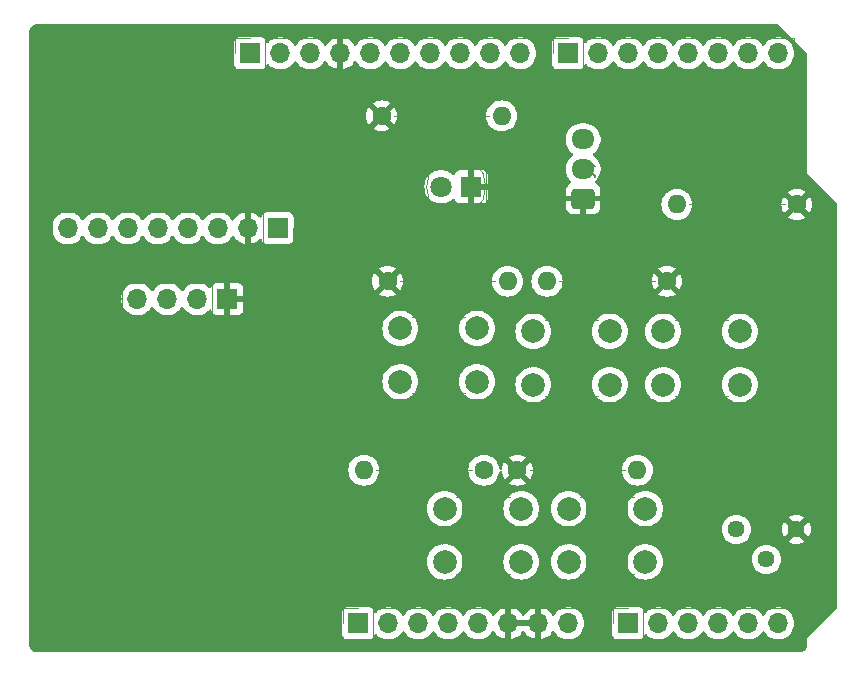
<source format=gbr>
%TF.GenerationSoftware,KiCad,Pcbnew,8.0.8*%
%TF.CreationDate,2025-01-31T10:38:29-07:00*%
%TF.ProjectId,unoshield,756e6f73-6869-4656-9c64-2e6b69636164,rev?*%
%TF.SameCoordinates,Original*%
%TF.FileFunction,Copper,L1,Top*%
%TF.FilePolarity,Positive*%
%FSLAX46Y46*%
G04 Gerber Fmt 4.6, Leading zero omitted, Abs format (unit mm)*
G04 Created by KiCad (PCBNEW 8.0.8) date 2025-01-31 10:38:29*
%MOMM*%
%LPD*%
G01*
G04 APERTURE LIST*
G04 Aperture macros list*
%AMRoundRect*
0 Rectangle with rounded corners*
0 $1 Rounding radius*
0 $2 $3 $4 $5 $6 $7 $8 $9 X,Y pos of 4 corners*
0 Add a 4 corners polygon primitive as box body*
4,1,4,$2,$3,$4,$5,$6,$7,$8,$9,$2,$3,0*
0 Add four circle primitives for the rounded corners*
1,1,$1+$1,$2,$3*
1,1,$1+$1,$4,$5*
1,1,$1+$1,$6,$7*
1,1,$1+$1,$8,$9*
0 Add four rect primitives between the rounded corners*
20,1,$1+$1,$2,$3,$4,$5,0*
20,1,$1+$1,$4,$5,$6,$7,0*
20,1,$1+$1,$6,$7,$8,$9,0*
20,1,$1+$1,$8,$9,$2,$3,0*%
G04 Aperture macros list end*
%TA.AperFunction,ComponentPad*%
%ADD10C,1.600000*%
%TD*%
%TA.AperFunction,ComponentPad*%
%ADD11O,1.600000X1.600000*%
%TD*%
%TA.AperFunction,ComponentPad*%
%ADD12C,2.000000*%
%TD*%
%TA.AperFunction,ComponentPad*%
%ADD13RoundRect,0.250000X0.725000X-0.600000X0.725000X0.600000X-0.725000X0.600000X-0.725000X-0.600000X0*%
%TD*%
%TA.AperFunction,ComponentPad*%
%ADD14O,1.950000X1.700000*%
%TD*%
%TA.AperFunction,ComponentPad*%
%ADD15R,1.700000X1.700000*%
%TD*%
%TA.AperFunction,ComponentPad*%
%ADD16O,1.700000X1.700000*%
%TD*%
%TA.AperFunction,ComponentPad*%
%ADD17R,1.800000X1.800000*%
%TD*%
%TA.AperFunction,ComponentPad*%
%ADD18C,1.800000*%
%TD*%
%TA.AperFunction,ComponentPad*%
%ADD19C,1.440000*%
%TD*%
%ADD20C,1.600000*%
%ADD21O,1.600000X1.600000*%
%ADD22C,2.000000*%
%ADD23RoundRect,0.250000X0.725000X-0.600000X0.725000X0.600000X-0.725000X0.600000X-0.725000X-0.600000X0*%
%ADD24O,1.950000X1.700000*%
%ADD25R,1.700000X1.700000*%
%ADD26O,1.700000X1.700000*%
%ADD27R,1.800000X1.800000*%
%ADD28C,1.800000*%
%ADD29C,1.440000*%
%ADD30C,0.150000*%
%ADD31C,0.120000*%
G04 APERTURE END LIST*
D10*
%TO.P,R6,1*%
%TO.N,+5V*%
X138580000Y-84500000D03*
D11*
%TO.P,R6,2*%
%TO.N,Net-(D1-A)*%
X128420000Y-84500000D03*
%TD*%
D10*
%TO.P,R5,1*%
%TO.N,GND*%
X130420000Y-68500000D03*
D11*
%TO.P,R5,2*%
%TO.N,Net-(SW6A-A)*%
X140580000Y-68500000D03*
%TD*%
D10*
%TO.P,R4,1*%
%TO.N,GND*%
X141420000Y-84500000D03*
D11*
%TO.P,R4,2*%
%TO.N,Net-(SW4A-A)*%
X151580000Y-84500000D03*
%TD*%
D10*
%TO.P,R3,1*%
%TO.N,GND*%
X154080000Y-68500000D03*
D11*
%TO.P,R3,2*%
%TO.N,Net-(SW3A-A)*%
X143920000Y-68500000D03*
%TD*%
D10*
%TO.P,R2,1*%
%TO.N,GND*%
X165080000Y-62000000D03*
D11*
%TO.P,R2,2*%
%TO.N,Net-(SW2A-A)*%
X154920000Y-62000000D03*
%TD*%
D10*
%TO.P,R1,1*%
%TO.N,GND*%
X129920000Y-54500000D03*
D11*
%TO.P,R1,2*%
%TO.N,Net-(SW1A-A)*%
X140080000Y-54500000D03*
%TD*%
D12*
%TO.P,SW6,1,A*%
%TO.N,Net-(SW6A-A)*%
X141750000Y-92250000D03*
X135250000Y-92250000D03*
%TO.P,SW6,2,B*%
%TO.N,unconnected-(SW6A-B-Pad2)*%
X141750000Y-87750000D03*
X135250000Y-87750000D03*
%TD*%
%TO.P,SW4,1,A*%
%TO.N,Net-(SW4A-A)*%
X152250000Y-92250000D03*
X145750000Y-92250000D03*
%TO.P,SW4,2,B*%
%TO.N,unconnected-(SW4A-B-Pad2)*%
X152250000Y-87750000D03*
X145750000Y-87750000D03*
%TD*%
%TO.P,SW3,1,A*%
%TO.N,Net-(SW3A-A)*%
X138000000Y-77000000D03*
X131500000Y-77000000D03*
%TO.P,SW3,2,B*%
%TO.N,unconnected-(SW3A-B-Pad2)*%
X138000000Y-72500000D03*
X131500000Y-72500000D03*
%TD*%
%TO.P,SW2,1,A*%
%TO.N,Net-(SW2A-A)*%
X149250000Y-77250000D03*
X142750000Y-77250000D03*
%TO.P,SW2,2,B*%
%TO.N,unconnected-(SW2A-B-Pad2)*%
X149250000Y-72750000D03*
X142750000Y-72750000D03*
%TD*%
%TO.P,SW1,2,B*%
%TO.N,unconnected-(SW1A-B-Pad2)*%
X153750000Y-72750000D03*
X160250000Y-72750000D03*
%TO.P,SW1,1,A*%
%TO.N,Net-(SW1A-A)*%
X153750000Y-77250000D03*
X160250000Y-77250000D03*
%TD*%
D13*
%TO.P,J7,1,Pin_1*%
%TO.N,GND*%
X146975000Y-61500000D03*
D14*
%TO.P,J7,2,Pin_2*%
%TO.N,/Data*%
X146975000Y-59000000D03*
%TO.P,J7,3,Pin_3*%
%TO.N,+5V*%
X146975000Y-56500000D03*
%TD*%
D15*
%TO.P,J1,1,Pin_1*%
%TO.N,unconnected-(J1-Pin_1-Pad1)*%
X127940000Y-97460000D03*
D16*
%TO.P,J1,2,Pin_2*%
%TO.N,/IOREF*%
X130480000Y-97460000D03*
%TO.P,J1,3,Pin_3*%
%TO.N,/~{RESET}*%
X133020000Y-97460000D03*
%TO.P,J1,4,Pin_4*%
%TO.N,+3V3*%
X135560000Y-97460000D03*
%TO.P,J1,5,Pin_5*%
%TO.N,+5V*%
X138100000Y-97460000D03*
%TO.P,J1,6,Pin_6*%
%TO.N,GND*%
X140640000Y-97460000D03*
%TO.P,J1,7,Pin_7*%
X143180000Y-97460000D03*
%TO.P,J1,8,Pin_8*%
%TO.N,VCC*%
X145720000Y-97460000D03*
%TD*%
D15*
%TO.P,J3,1,Pin_1*%
%TO.N,/A0*%
X150800000Y-97460000D03*
D16*
%TO.P,J3,2,Pin_2*%
%TO.N,/A1*%
X153340000Y-97460000D03*
%TO.P,J3,3,Pin_3*%
%TO.N,/A2*%
X155880000Y-97460000D03*
%TO.P,J3,4,Pin_4*%
%TO.N,/A3*%
X158420000Y-97460000D03*
%TO.P,J3,5,Pin_5*%
%TO.N,/SDA{slash}A4*%
X160960000Y-97460000D03*
%TO.P,J3,6,Pin_6*%
%TO.N,/SCL{slash}A5*%
X163500000Y-97460000D03*
%TD*%
D15*
%TO.P,J2,1,Pin_1*%
%TO.N,/I2C_SCL*%
X118796000Y-49200000D03*
D16*
%TO.P,J2,2,Pin_2*%
%TO.N,/I2C_SDA*%
X121336000Y-49200000D03*
%TO.P,J2,3,Pin_3*%
%TO.N,/AREF*%
X123876000Y-49200000D03*
%TO.P,J2,4,Pin_4*%
%TO.N,GND*%
X126416000Y-49200000D03*
%TO.P,J2,5,Pin_5*%
%TO.N,/13*%
X128956000Y-49200000D03*
%TO.P,J2,6,Pin_6*%
%TO.N,/12*%
X131496000Y-49200000D03*
%TO.P,J2,7,Pin_7*%
%TO.N,/\u002A11*%
X134036000Y-49200000D03*
%TO.P,J2,8,Pin_8*%
%TO.N,/\u002A10*%
X136576000Y-49200000D03*
%TO.P,J2,9,Pin_9*%
%TO.N,/\u002A9*%
X139116000Y-49200000D03*
%TO.P,J2,10,Pin_10*%
%TO.N,/8*%
X141656000Y-49200000D03*
%TD*%
D15*
%TO.P,J4,1,Pin_1*%
%TO.N,/7*%
X145720000Y-49200000D03*
D16*
%TO.P,J4,2,Pin_2*%
%TO.N,/\u002A6*%
X148260000Y-49200000D03*
%TO.P,J4,3,Pin_3*%
%TO.N,/\u002A5*%
X150800000Y-49200000D03*
%TO.P,J4,4,Pin_4*%
%TO.N,/4*%
X153340000Y-49200000D03*
%TO.P,J4,5,Pin_5*%
%TO.N,/\u002A3*%
X155880000Y-49200000D03*
%TO.P,J4,6,Pin_6*%
%TO.N,/2*%
X158420000Y-49200000D03*
%TO.P,J4,7,Pin_7*%
%TO.N,/TX{slash}1*%
X160960000Y-49200000D03*
%TO.P,J4,8,Pin_8*%
%TO.N,/RX{slash}0*%
X163500000Y-49200000D03*
%TD*%
D17*
%TO.P,D1,1,K*%
%TO.N,GND*%
X137500000Y-60500000D03*
D18*
%TO.P,D1,2,A*%
%TO.N,Net-(D1-A)*%
X134960000Y-60500000D03*
%TD*%
D16*
%TO.P,J6,4,Pin_4*%
%TO.N,/I2C_SCL*%
X109229983Y-70000000D03*
%TO.P,J6,3,Pin_3*%
%TO.N,unconnected-(J6-Pin_3-Pad3)*%
X111769983Y-70000000D03*
%TO.P,J6,2,Pin_2*%
%TO.N,+5V*%
X114309983Y-70000000D03*
D15*
%TO.P,J6,1,Pin_1*%
%TO.N,GND*%
X116849983Y-70000000D03*
%TD*%
D16*
%TO.P,J5,8,Pin_8*%
%TO.N,unconnected-(J5-Pin_8-Pad8)*%
X103340000Y-64000000D03*
%TO.P,J5,7,Pin_7*%
%TO.N,unconnected-(J5-Pin_7-Pad7)*%
X105880000Y-64000000D03*
%TO.P,J5,6,Pin_6*%
%TO.N,unconnected-(J5-Pin_6-Pad6)*%
X108420000Y-64000000D03*
%TO.P,J5,5,Pin_5*%
%TO.N,unconnected-(J5-Pin_5-Pad5)*%
X110960000Y-64000000D03*
%TO.P,J5,4,Pin_4*%
%TO.N,/I2C_SDA*%
X113500000Y-64000000D03*
%TO.P,J5,3,Pin_3*%
%TO.N,/I2C_SCL*%
X116040000Y-64000000D03*
%TO.P,J5,2,Pin_2*%
%TO.N,GND*%
X118580000Y-64000000D03*
D15*
%TO.P,J5,1,Pin_1*%
%TO.N,+5V*%
X121120000Y-64000000D03*
%TD*%
D19*
%TO.P,RV1,1,1*%
%TO.N,+5V*%
X159960000Y-89515000D03*
%TO.P,RV1,2,2*%
%TO.N,unconnected-(RV1-Pad2)*%
X162500000Y-92055000D03*
%TO.P,RV1,3,3*%
%TO.N,GND*%
X165040000Y-89515000D03*
%TD*%
D10*
%TO.P,R6,1*%
%TO.N,+5V*%
X138580000Y-84500000D03*
D11*
%TO.P,R6,2*%
%TO.N,Net-(D1-A)*%
X128420000Y-84500000D03*
%TD*%
D10*
%TO.P,R5,1*%
%TO.N,GND*%
X130420000Y-68500000D03*
D11*
%TO.P,R5,2*%
%TO.N,Net-(SW6A-A)*%
X140580000Y-68500000D03*
%TD*%
D10*
%TO.P,R4,1*%
%TO.N,GND*%
X141420000Y-84500000D03*
D11*
%TO.P,R4,2*%
%TO.N,Net-(SW4A-A)*%
X151580000Y-84500000D03*
%TD*%
D10*
%TO.P,R3,1*%
%TO.N,GND*%
X154080000Y-68500000D03*
D11*
%TO.P,R3,2*%
%TO.N,Net-(SW3A-A)*%
X143920000Y-68500000D03*
%TD*%
D10*
%TO.P,R2,1*%
%TO.N,GND*%
X165080000Y-62000000D03*
D11*
%TO.P,R2,2*%
%TO.N,Net-(SW2A-A)*%
X154920000Y-62000000D03*
%TD*%
D10*
%TO.P,R1,1*%
%TO.N,GND*%
X129920000Y-54500000D03*
D11*
%TO.P,R1,2*%
%TO.N,Net-(SW1A-A)*%
X140080000Y-54500000D03*
%TD*%
D12*
%TO.P,SW6,1,A*%
%TO.N,Net-(SW6A-A)*%
X141750000Y-92250000D03*
X135250000Y-92250000D03*
%TO.P,SW6,2,B*%
%TO.N,unconnected-(SW6A-B-Pad2)*%
X141750000Y-87750000D03*
X135250000Y-87750000D03*
%TD*%
%TO.P,SW4,1,A*%
%TO.N,Net-(SW4A-A)*%
X152250000Y-92250000D03*
X145750000Y-92250000D03*
%TO.P,SW4,2,B*%
%TO.N,unconnected-(SW4A-B-Pad2)*%
X152250000Y-87750000D03*
X145750000Y-87750000D03*
%TD*%
%TO.P,SW3,1,A*%
%TO.N,Net-(SW3A-A)*%
X138000000Y-77000000D03*
X131500000Y-77000000D03*
%TO.P,SW3,2,B*%
%TO.N,unconnected-(SW3A-B-Pad2)*%
X138000000Y-72500000D03*
X131500000Y-72500000D03*
%TD*%
%TO.P,SW2,1,A*%
%TO.N,Net-(SW2A-A)*%
X149250000Y-77250000D03*
X142750000Y-77250000D03*
%TO.P,SW2,2,B*%
%TO.N,unconnected-(SW2A-B-Pad2)*%
X149250000Y-72750000D03*
X142750000Y-72750000D03*
%TD*%
%TO.P,SW1,2,B*%
%TO.N,unconnected-(SW1A-B-Pad2)*%
X153750000Y-72750000D03*
X160250000Y-72750000D03*
%TO.P,SW1,1,A*%
%TO.N,Net-(SW1A-A)*%
X153750000Y-77250000D03*
X160250000Y-77250000D03*
%TD*%
D13*
%TO.P,J7,1,Pin_1*%
%TO.N,GND*%
X146975000Y-61500000D03*
D14*
%TO.P,J7,2,Pin_2*%
%TO.N,/Data*%
X146975000Y-59000000D03*
%TO.P,J7,3,Pin_3*%
%TO.N,+5V*%
X146975000Y-56500000D03*
%TD*%
D15*
%TO.P,J1,1,Pin_1*%
%TO.N,unconnected-(J1-Pin_1-Pad1)*%
X127940000Y-97460000D03*
D16*
%TO.P,J1,2,Pin_2*%
%TO.N,/IOREF*%
X130480000Y-97460000D03*
%TO.P,J1,3,Pin_3*%
%TO.N,/~{RESET}*%
X133020000Y-97460000D03*
%TO.P,J1,4,Pin_4*%
%TO.N,+3V3*%
X135560000Y-97460000D03*
%TO.P,J1,5,Pin_5*%
%TO.N,+5V*%
X138100000Y-97460000D03*
%TO.P,J1,6,Pin_6*%
%TO.N,GND*%
X140640000Y-97460000D03*
%TO.P,J1,7,Pin_7*%
X143180000Y-97460000D03*
%TO.P,J1,8,Pin_8*%
%TO.N,VCC*%
X145720000Y-97460000D03*
%TD*%
D15*
%TO.P,J3,1,Pin_1*%
%TO.N,/A0*%
X150800000Y-97460000D03*
D16*
%TO.P,J3,2,Pin_2*%
%TO.N,/A1*%
X153340000Y-97460000D03*
%TO.P,J3,3,Pin_3*%
%TO.N,/A2*%
X155880000Y-97460000D03*
%TO.P,J3,4,Pin_4*%
%TO.N,/A3*%
X158420000Y-97460000D03*
%TO.P,J3,5,Pin_5*%
%TO.N,/SDA{slash}A4*%
X160960000Y-97460000D03*
%TO.P,J3,6,Pin_6*%
%TO.N,/SCL{slash}A5*%
X163500000Y-97460000D03*
%TD*%
D15*
%TO.P,J2,1,Pin_1*%
%TO.N,/I2C_SCL*%
X118796000Y-49200000D03*
D16*
%TO.P,J2,2,Pin_2*%
%TO.N,/I2C_SDA*%
X121336000Y-49200000D03*
%TO.P,J2,3,Pin_3*%
%TO.N,/AREF*%
X123876000Y-49200000D03*
%TO.P,J2,4,Pin_4*%
%TO.N,GND*%
X126416000Y-49200000D03*
%TO.P,J2,5,Pin_5*%
%TO.N,/13*%
X128956000Y-49200000D03*
%TO.P,J2,6,Pin_6*%
%TO.N,/12*%
X131496000Y-49200000D03*
%TO.P,J2,7,Pin_7*%
%TO.N,/\u002A11*%
X134036000Y-49200000D03*
%TO.P,J2,8,Pin_8*%
%TO.N,/\u002A10*%
X136576000Y-49200000D03*
%TO.P,J2,9,Pin_9*%
%TO.N,/\u002A9*%
X139116000Y-49200000D03*
%TO.P,J2,10,Pin_10*%
%TO.N,/8*%
X141656000Y-49200000D03*
%TD*%
D15*
%TO.P,J4,1,Pin_1*%
%TO.N,/7*%
X145720000Y-49200000D03*
D16*
%TO.P,J4,2,Pin_2*%
%TO.N,/\u002A6*%
X148260000Y-49200000D03*
%TO.P,J4,3,Pin_3*%
%TO.N,/\u002A5*%
X150800000Y-49200000D03*
%TO.P,J4,4,Pin_4*%
%TO.N,/4*%
X153340000Y-49200000D03*
%TO.P,J4,5,Pin_5*%
%TO.N,/\u002A3*%
X155880000Y-49200000D03*
%TO.P,J4,6,Pin_6*%
%TO.N,/2*%
X158420000Y-49200000D03*
%TO.P,J4,7,Pin_7*%
%TO.N,/TX{slash}1*%
X160960000Y-49200000D03*
%TO.P,J4,8,Pin_8*%
%TO.N,/RX{slash}0*%
X163500000Y-49200000D03*
%TD*%
D17*
%TO.P,D1,1,K*%
%TO.N,GND*%
X137500000Y-60500000D03*
D18*
%TO.P,D1,2,A*%
%TO.N,Net-(D1-A)*%
X134960000Y-60500000D03*
%TD*%
D16*
%TO.P,J6,4,Pin_4*%
%TO.N,/I2C_SCL*%
X109229983Y-70000000D03*
%TO.P,J6,3,Pin_3*%
%TO.N,unconnected-(J6-Pin_3-Pad3)*%
X111769983Y-70000000D03*
%TO.P,J6,2,Pin_2*%
%TO.N,+5V*%
X114309983Y-70000000D03*
D15*
%TO.P,J6,1,Pin_1*%
%TO.N,GND*%
X116849983Y-70000000D03*
%TD*%
D16*
%TO.P,J5,8,Pin_8*%
%TO.N,unconnected-(J5-Pin_8-Pad8)*%
X103340000Y-64000000D03*
%TO.P,J5,7,Pin_7*%
%TO.N,unconnected-(J5-Pin_7-Pad7)*%
X105880000Y-64000000D03*
%TO.P,J5,6,Pin_6*%
%TO.N,unconnected-(J5-Pin_6-Pad6)*%
X108420000Y-64000000D03*
%TO.P,J5,5,Pin_5*%
%TO.N,unconnected-(J5-Pin_5-Pad5)*%
X110960000Y-64000000D03*
%TO.P,J5,4,Pin_4*%
%TO.N,/I2C_SDA*%
X113500000Y-64000000D03*
%TO.P,J5,3,Pin_3*%
%TO.N,/I2C_SCL*%
X116040000Y-64000000D03*
%TO.P,J5,2,Pin_2*%
%TO.N,GND*%
X118580000Y-64000000D03*
D15*
%TO.P,J5,1,Pin_1*%
%TO.N,+5V*%
X121120000Y-64000000D03*
%TD*%
D19*
%TO.P,RV1,1,1*%
%TO.N,+5V*%
X159960000Y-89515000D03*
%TO.P,RV1,2,2*%
%TO.N,unconnected-(RV1-Pad2)*%
X162500000Y-92055000D03*
%TO.P,RV1,3,3*%
%TO.N,GND*%
X165040000Y-89515000D03*
%TD*%
%TA.AperFunction,Conductor*%
%TO.N,GND*%
G36*
X142714075Y-97267007D02*
G01*
X142680000Y-97394174D01*
X142680000Y-97525826D01*
X142714075Y-97652993D01*
X142746988Y-97710000D01*
X141073012Y-97710000D01*
X141105925Y-97652993D01*
X141140000Y-97525826D01*
X141140000Y-97394174D01*
X141105925Y-97267007D01*
X141073012Y-97210000D01*
X142746988Y-97210000D01*
X142714075Y-97267007D01*
G37*
%TD.AperFunction*%
%TA.AperFunction,Conductor*%
G36*
X163484404Y-46755185D02*
G01*
X163505046Y-46771819D01*
X165928181Y-49194954D01*
X165961666Y-49256277D01*
X165964500Y-49282635D01*
X165964500Y-59344982D01*
X165964500Y-59375018D01*
X165975994Y-59402767D01*
X165975995Y-59402768D01*
X168468181Y-61894954D01*
X168501666Y-61956277D01*
X168504500Y-61982635D01*
X168504500Y-96107364D01*
X168484815Y-96174403D01*
X168468181Y-96195045D01*
X165997233Y-98665994D01*
X165975995Y-98687231D01*
X165964500Y-98714982D01*
X165964500Y-99231907D01*
X165963903Y-99244062D01*
X165952505Y-99359778D01*
X165947763Y-99383618D01*
X165917832Y-99482290D01*
X165915789Y-99489024D01*
X165906486Y-99511482D01*
X165854561Y-99608627D01*
X165841056Y-99628839D01*
X165771176Y-99713988D01*
X165753988Y-99731176D01*
X165668839Y-99801056D01*
X165648627Y-99814561D01*
X165551482Y-99866486D01*
X165529028Y-99875787D01*
X165487038Y-99888525D01*
X165423618Y-99907763D01*
X165399778Y-99912505D01*
X165291162Y-99923203D01*
X165284060Y-99923903D01*
X165271907Y-99924500D01*
X100768093Y-99924500D01*
X100755939Y-99923903D01*
X100747995Y-99923120D01*
X100640221Y-99912505D01*
X100616381Y-99907763D01*
X100599445Y-99902625D01*
X100510968Y-99875786D01*
X100488517Y-99866486D01*
X100391372Y-99814561D01*
X100371160Y-99801056D01*
X100286011Y-99731176D01*
X100268823Y-99713988D01*
X100198943Y-99628839D01*
X100185438Y-99608627D01*
X100133510Y-99511476D01*
X100124215Y-99489037D01*
X100092234Y-99383612D01*
X100087494Y-99359777D01*
X100084661Y-99331018D01*
X100076097Y-99244061D01*
X100075500Y-99231907D01*
X100075500Y-96561345D01*
X126581500Y-96561345D01*
X126581500Y-98358654D01*
X126588011Y-98419202D01*
X126588011Y-98419204D01*
X126639111Y-98556204D01*
X126726739Y-98673261D01*
X126843796Y-98760889D01*
X126980799Y-98811989D01*
X127008050Y-98814918D01*
X127041345Y-98818499D01*
X127041362Y-98818500D01*
X128838638Y-98818500D01*
X128838654Y-98818499D01*
X128865692Y-98815591D01*
X128899201Y-98811989D01*
X129036204Y-98760889D01*
X129153261Y-98673261D01*
X129240889Y-98556204D01*
X129286138Y-98434887D01*
X129328009Y-98378956D01*
X129393474Y-98354539D01*
X129461746Y-98369391D01*
X129493545Y-98394236D01*
X129556760Y-98462906D01*
X129734424Y-98601189D01*
X129734425Y-98601189D01*
X129734427Y-98601191D01*
X129861135Y-98669761D01*
X129932426Y-98708342D01*
X130145365Y-98781444D01*
X130367431Y-98818500D01*
X130592569Y-98818500D01*
X130814635Y-98781444D01*
X131027574Y-98708342D01*
X131225576Y-98601189D01*
X131403240Y-98462906D01*
X131524594Y-98331082D01*
X131555715Y-98297276D01*
X131555715Y-98297275D01*
X131555722Y-98297268D01*
X131646193Y-98158790D01*
X131699338Y-98113437D01*
X131768569Y-98104013D01*
X131831905Y-98133515D01*
X131853804Y-98158787D01*
X131944278Y-98297268D01*
X131944283Y-98297273D01*
X131944284Y-98297276D01*
X132070968Y-98434889D01*
X132096760Y-98462906D01*
X132274424Y-98601189D01*
X132274425Y-98601189D01*
X132274427Y-98601191D01*
X132401135Y-98669761D01*
X132472426Y-98708342D01*
X132685365Y-98781444D01*
X132907431Y-98818500D01*
X133132569Y-98818500D01*
X133354635Y-98781444D01*
X133567574Y-98708342D01*
X133765576Y-98601189D01*
X133943240Y-98462906D01*
X134064594Y-98331082D01*
X134095715Y-98297276D01*
X134095715Y-98297275D01*
X134095722Y-98297268D01*
X134186193Y-98158790D01*
X134239338Y-98113437D01*
X134308569Y-98104013D01*
X134371905Y-98133515D01*
X134393804Y-98158787D01*
X134484278Y-98297268D01*
X134484283Y-98297273D01*
X134484284Y-98297276D01*
X134610968Y-98434889D01*
X134636760Y-98462906D01*
X134814424Y-98601189D01*
X134814425Y-98601189D01*
X134814427Y-98601191D01*
X134941135Y-98669761D01*
X135012426Y-98708342D01*
X135225365Y-98781444D01*
X135447431Y-98818500D01*
X135672569Y-98818500D01*
X135894635Y-98781444D01*
X136107574Y-98708342D01*
X136305576Y-98601189D01*
X136483240Y-98462906D01*
X136604594Y-98331082D01*
X136635715Y-98297276D01*
X136635715Y-98297275D01*
X136635722Y-98297268D01*
X136726193Y-98158790D01*
X136779338Y-98113437D01*
X136848569Y-98104013D01*
X136911905Y-98133515D01*
X136933804Y-98158787D01*
X137024278Y-98297268D01*
X137024283Y-98297273D01*
X137024284Y-98297276D01*
X137150968Y-98434889D01*
X137176760Y-98462906D01*
X137354424Y-98601189D01*
X137354425Y-98601189D01*
X137354427Y-98601191D01*
X137481135Y-98669761D01*
X137552426Y-98708342D01*
X137765365Y-98781444D01*
X137987431Y-98818500D01*
X138212569Y-98818500D01*
X138434635Y-98781444D01*
X138647574Y-98708342D01*
X138845576Y-98601189D01*
X139023240Y-98462906D01*
X139144594Y-98331082D01*
X139175715Y-98297276D01*
X139175715Y-98297275D01*
X139175722Y-98297268D01*
X139269749Y-98153347D01*
X139322894Y-98107994D01*
X139392125Y-98098570D01*
X139455461Y-98128072D01*
X139475130Y-98150048D01*
X139601890Y-98331078D01*
X139768917Y-98498105D01*
X139962421Y-98633600D01*
X140176507Y-98733429D01*
X140176516Y-98733433D01*
X140390000Y-98790634D01*
X140390000Y-97893012D01*
X140447007Y-97925925D01*
X140574174Y-97960000D01*
X140705826Y-97960000D01*
X140832993Y-97925925D01*
X140890000Y-97893012D01*
X140890000Y-98790633D01*
X141103483Y-98733433D01*
X141103492Y-98733429D01*
X141317578Y-98633600D01*
X141511082Y-98498105D01*
X141678105Y-98331082D01*
X141808425Y-98144968D01*
X141863002Y-98101344D01*
X141932501Y-98094151D01*
X141994855Y-98125673D01*
X142011575Y-98144968D01*
X142141894Y-98331082D01*
X142308917Y-98498105D01*
X142502421Y-98633600D01*
X142716507Y-98733429D01*
X142716516Y-98733433D01*
X142930000Y-98790634D01*
X142930000Y-97893012D01*
X142987007Y-97925925D01*
X143114174Y-97960000D01*
X143245826Y-97960000D01*
X143372993Y-97925925D01*
X143430000Y-97893012D01*
X143430000Y-98790633D01*
X143643483Y-98733433D01*
X143643492Y-98733429D01*
X143857578Y-98633600D01*
X144051082Y-98498105D01*
X144218105Y-98331082D01*
X144344868Y-98150048D01*
X144399445Y-98106423D01*
X144468944Y-98099231D01*
X144531298Y-98130753D01*
X144550251Y-98153350D01*
X144644276Y-98297265D01*
X144644284Y-98297276D01*
X144770968Y-98434889D01*
X144796760Y-98462906D01*
X144974424Y-98601189D01*
X144974425Y-98601189D01*
X144974427Y-98601191D01*
X145101135Y-98669761D01*
X145172426Y-98708342D01*
X145385365Y-98781444D01*
X145607431Y-98818500D01*
X145832569Y-98818500D01*
X146054635Y-98781444D01*
X146267574Y-98708342D01*
X146465576Y-98601189D01*
X146643240Y-98462906D01*
X146764594Y-98331082D01*
X146795715Y-98297276D01*
X146795717Y-98297273D01*
X146795722Y-98297268D01*
X146918860Y-98108791D01*
X147009296Y-97902616D01*
X147064564Y-97684368D01*
X147067164Y-97652993D01*
X147083156Y-97460005D01*
X147083156Y-97459994D01*
X147064565Y-97235640D01*
X147064563Y-97235628D01*
X147009296Y-97017385D01*
X146999071Y-96994075D01*
X146918860Y-96811209D01*
X146902706Y-96786484D01*
X146795723Y-96622734D01*
X146795715Y-96622723D01*
X146739212Y-96561345D01*
X149441500Y-96561345D01*
X149441500Y-98358654D01*
X149448011Y-98419202D01*
X149448011Y-98419204D01*
X149499111Y-98556204D01*
X149586739Y-98673261D01*
X149703796Y-98760889D01*
X149840799Y-98811989D01*
X149868050Y-98814918D01*
X149901345Y-98818499D01*
X149901362Y-98818500D01*
X151698638Y-98818500D01*
X151698654Y-98818499D01*
X151725692Y-98815591D01*
X151759201Y-98811989D01*
X151896204Y-98760889D01*
X152013261Y-98673261D01*
X152100889Y-98556204D01*
X152146138Y-98434887D01*
X152188009Y-98378956D01*
X152253474Y-98354539D01*
X152321746Y-98369391D01*
X152353545Y-98394236D01*
X152416760Y-98462906D01*
X152594424Y-98601189D01*
X152594425Y-98601189D01*
X152594427Y-98601191D01*
X152721135Y-98669761D01*
X152792426Y-98708342D01*
X153005365Y-98781444D01*
X153227431Y-98818500D01*
X153452569Y-98818500D01*
X153674635Y-98781444D01*
X153887574Y-98708342D01*
X154085576Y-98601189D01*
X154263240Y-98462906D01*
X154384594Y-98331082D01*
X154415715Y-98297276D01*
X154415715Y-98297275D01*
X154415722Y-98297268D01*
X154506193Y-98158790D01*
X154559338Y-98113437D01*
X154628569Y-98104013D01*
X154691905Y-98133515D01*
X154713804Y-98158787D01*
X154804278Y-98297268D01*
X154804283Y-98297273D01*
X154804284Y-98297276D01*
X154930968Y-98434889D01*
X154956760Y-98462906D01*
X155134424Y-98601189D01*
X155134425Y-98601189D01*
X155134427Y-98601191D01*
X155261135Y-98669761D01*
X155332426Y-98708342D01*
X155545365Y-98781444D01*
X155767431Y-98818500D01*
X155992569Y-98818500D01*
X156214635Y-98781444D01*
X156427574Y-98708342D01*
X156625576Y-98601189D01*
X156803240Y-98462906D01*
X156924594Y-98331082D01*
X156955715Y-98297276D01*
X156955715Y-98297275D01*
X156955722Y-98297268D01*
X157046193Y-98158790D01*
X157099338Y-98113437D01*
X157168569Y-98104013D01*
X157231905Y-98133515D01*
X157253804Y-98158787D01*
X157344278Y-98297268D01*
X157344283Y-98297273D01*
X157344284Y-98297276D01*
X157470968Y-98434889D01*
X157496760Y-98462906D01*
X157674424Y-98601189D01*
X157674425Y-98601189D01*
X157674427Y-98601191D01*
X157801135Y-98669761D01*
X157872426Y-98708342D01*
X158085365Y-98781444D01*
X158307431Y-98818500D01*
X158532569Y-98818500D01*
X158754635Y-98781444D01*
X158967574Y-98708342D01*
X159165576Y-98601189D01*
X159343240Y-98462906D01*
X159464594Y-98331082D01*
X159495715Y-98297276D01*
X159495715Y-98297275D01*
X159495722Y-98297268D01*
X159586193Y-98158790D01*
X159639338Y-98113437D01*
X159708569Y-98104013D01*
X159771905Y-98133515D01*
X159793804Y-98158787D01*
X159884278Y-98297268D01*
X159884283Y-98297273D01*
X159884284Y-98297276D01*
X160010968Y-98434889D01*
X160036760Y-98462906D01*
X160214424Y-98601189D01*
X160214425Y-98601189D01*
X160214427Y-98601191D01*
X160341135Y-98669761D01*
X160412426Y-98708342D01*
X160625365Y-98781444D01*
X160847431Y-98818500D01*
X161072569Y-98818500D01*
X161294635Y-98781444D01*
X161507574Y-98708342D01*
X161705576Y-98601189D01*
X161883240Y-98462906D01*
X162004594Y-98331082D01*
X162035715Y-98297276D01*
X162035715Y-98297275D01*
X162035722Y-98297268D01*
X162126193Y-98158790D01*
X162179338Y-98113437D01*
X162248569Y-98104013D01*
X162311905Y-98133515D01*
X162333804Y-98158787D01*
X162424278Y-98297268D01*
X162424283Y-98297273D01*
X162424284Y-98297276D01*
X162550968Y-98434889D01*
X162576760Y-98462906D01*
X162754424Y-98601189D01*
X162754425Y-98601189D01*
X162754427Y-98601191D01*
X162881135Y-98669761D01*
X162952426Y-98708342D01*
X163165365Y-98781444D01*
X163387431Y-98818500D01*
X163612569Y-98818500D01*
X163834635Y-98781444D01*
X164047574Y-98708342D01*
X164245576Y-98601189D01*
X164423240Y-98462906D01*
X164544594Y-98331082D01*
X164575715Y-98297276D01*
X164575717Y-98297273D01*
X164575722Y-98297268D01*
X164698860Y-98108791D01*
X164789296Y-97902616D01*
X164844564Y-97684368D01*
X164847164Y-97652993D01*
X164863156Y-97460005D01*
X164863156Y-97459994D01*
X164844565Y-97235640D01*
X164844563Y-97235628D01*
X164789296Y-97017385D01*
X164779071Y-96994075D01*
X164698860Y-96811209D01*
X164682706Y-96786484D01*
X164575723Y-96622734D01*
X164575715Y-96622723D01*
X164423243Y-96457097D01*
X164423238Y-96457092D01*
X164245577Y-96318812D01*
X164245572Y-96318808D01*
X164047580Y-96211661D01*
X164047577Y-96211659D01*
X164047574Y-96211658D01*
X164047571Y-96211657D01*
X164047569Y-96211656D01*
X163834637Y-96138556D01*
X163612569Y-96101500D01*
X163387431Y-96101500D01*
X163165362Y-96138556D01*
X162952430Y-96211656D01*
X162952419Y-96211661D01*
X162754427Y-96318808D01*
X162754422Y-96318812D01*
X162576761Y-96457092D01*
X162576756Y-96457097D01*
X162424284Y-96622723D01*
X162424276Y-96622734D01*
X162333808Y-96761206D01*
X162280662Y-96806562D01*
X162211431Y-96815986D01*
X162148095Y-96786484D01*
X162126192Y-96761206D01*
X162035723Y-96622734D01*
X162035715Y-96622723D01*
X161883243Y-96457097D01*
X161883238Y-96457092D01*
X161705577Y-96318812D01*
X161705572Y-96318808D01*
X161507580Y-96211661D01*
X161507577Y-96211659D01*
X161507574Y-96211658D01*
X161507571Y-96211657D01*
X161507569Y-96211656D01*
X161294637Y-96138556D01*
X161072569Y-96101500D01*
X160847431Y-96101500D01*
X160625362Y-96138556D01*
X160412430Y-96211656D01*
X160412419Y-96211661D01*
X160214427Y-96318808D01*
X160214422Y-96318812D01*
X160036761Y-96457092D01*
X160036756Y-96457097D01*
X159884284Y-96622723D01*
X159884276Y-96622734D01*
X159793808Y-96761206D01*
X159740662Y-96806562D01*
X159671431Y-96815986D01*
X159608095Y-96786484D01*
X159586192Y-96761206D01*
X159495723Y-96622734D01*
X159495715Y-96622723D01*
X159343243Y-96457097D01*
X159343238Y-96457092D01*
X159165577Y-96318812D01*
X159165572Y-96318808D01*
X158967580Y-96211661D01*
X158967577Y-96211659D01*
X158967574Y-96211658D01*
X158967571Y-96211657D01*
X158967569Y-96211656D01*
X158754637Y-96138556D01*
X158532569Y-96101500D01*
X158307431Y-96101500D01*
X158085362Y-96138556D01*
X157872430Y-96211656D01*
X157872419Y-96211661D01*
X157674427Y-96318808D01*
X157674422Y-96318812D01*
X157496761Y-96457092D01*
X157496756Y-96457097D01*
X157344284Y-96622723D01*
X157344276Y-96622734D01*
X157253808Y-96761206D01*
X157200662Y-96806562D01*
X157131431Y-96815986D01*
X157068095Y-96786484D01*
X157046192Y-96761206D01*
X156955723Y-96622734D01*
X156955715Y-96622723D01*
X156803243Y-96457097D01*
X156803238Y-96457092D01*
X156625577Y-96318812D01*
X156625572Y-96318808D01*
X156427580Y-96211661D01*
X156427577Y-96211659D01*
X156427574Y-96211658D01*
X156427571Y-96211657D01*
X156427569Y-96211656D01*
X156214637Y-96138556D01*
X155992569Y-96101500D01*
X155767431Y-96101500D01*
X155545362Y-96138556D01*
X155332430Y-96211656D01*
X155332419Y-96211661D01*
X155134427Y-96318808D01*
X155134422Y-96318812D01*
X154956761Y-96457092D01*
X154956756Y-96457097D01*
X154804284Y-96622723D01*
X154804276Y-96622734D01*
X154713808Y-96761206D01*
X154660662Y-96806562D01*
X154591431Y-96815986D01*
X154528095Y-96786484D01*
X154506192Y-96761206D01*
X154415723Y-96622734D01*
X154415715Y-96622723D01*
X154263243Y-96457097D01*
X154263238Y-96457092D01*
X154085577Y-96318812D01*
X154085572Y-96318808D01*
X153887580Y-96211661D01*
X153887577Y-96211659D01*
X153887574Y-96211658D01*
X153887571Y-96211657D01*
X153887569Y-96211656D01*
X153674637Y-96138556D01*
X153452569Y-96101500D01*
X153227431Y-96101500D01*
X153005362Y-96138556D01*
X152792430Y-96211656D01*
X152792419Y-96211661D01*
X152594427Y-96318808D01*
X152594422Y-96318812D01*
X152416761Y-96457092D01*
X152353548Y-96525760D01*
X152293661Y-96561750D01*
X152223823Y-96559649D01*
X152166207Y-96520124D01*
X152146138Y-96485110D01*
X152100889Y-96363796D01*
X152067214Y-96318812D01*
X152013261Y-96246739D01*
X151896204Y-96159111D01*
X151895172Y-96158726D01*
X151759203Y-96108011D01*
X151698654Y-96101500D01*
X151698638Y-96101500D01*
X149901362Y-96101500D01*
X149901345Y-96101500D01*
X149840797Y-96108011D01*
X149840795Y-96108011D01*
X149703795Y-96159111D01*
X149586739Y-96246739D01*
X149499111Y-96363795D01*
X149448011Y-96500795D01*
X149448011Y-96500797D01*
X149441500Y-96561345D01*
X146739212Y-96561345D01*
X146643243Y-96457097D01*
X146643238Y-96457092D01*
X146465577Y-96318812D01*
X146465572Y-96318808D01*
X146267580Y-96211661D01*
X146267577Y-96211659D01*
X146267574Y-96211658D01*
X146267571Y-96211657D01*
X146267569Y-96211656D01*
X146054637Y-96138556D01*
X145832569Y-96101500D01*
X145607431Y-96101500D01*
X145385362Y-96138556D01*
X145172430Y-96211656D01*
X145172419Y-96211661D01*
X144974427Y-96318808D01*
X144974422Y-96318812D01*
X144796761Y-96457092D01*
X144796756Y-96457097D01*
X144644284Y-96622723D01*
X144644276Y-96622734D01*
X144550251Y-96766650D01*
X144497105Y-96812007D01*
X144427873Y-96821430D01*
X144364538Y-96791928D01*
X144344868Y-96769951D01*
X144218113Y-96588926D01*
X144218108Y-96588920D01*
X144051082Y-96421894D01*
X143857578Y-96286399D01*
X143643492Y-96186570D01*
X143643486Y-96186567D01*
X143430000Y-96129364D01*
X143430000Y-97026988D01*
X143372993Y-96994075D01*
X143245826Y-96960000D01*
X143114174Y-96960000D01*
X142987007Y-96994075D01*
X142930000Y-97026988D01*
X142930000Y-96129364D01*
X142929999Y-96129364D01*
X142716513Y-96186567D01*
X142716507Y-96186570D01*
X142502422Y-96286399D01*
X142502420Y-96286400D01*
X142308926Y-96421886D01*
X142308920Y-96421891D01*
X142141891Y-96588920D01*
X142141890Y-96588922D01*
X142011575Y-96775031D01*
X141956998Y-96818655D01*
X141887499Y-96825848D01*
X141825145Y-96794326D01*
X141808425Y-96775031D01*
X141678109Y-96588922D01*
X141678108Y-96588920D01*
X141511082Y-96421894D01*
X141317578Y-96286399D01*
X141103492Y-96186570D01*
X141103486Y-96186567D01*
X140890000Y-96129364D01*
X140890000Y-97026988D01*
X140832993Y-96994075D01*
X140705826Y-96960000D01*
X140574174Y-96960000D01*
X140447007Y-96994075D01*
X140390000Y-97026988D01*
X140390000Y-96129364D01*
X140389999Y-96129364D01*
X140176513Y-96186567D01*
X140176507Y-96186570D01*
X139962422Y-96286399D01*
X139962420Y-96286400D01*
X139768926Y-96421886D01*
X139768920Y-96421891D01*
X139601891Y-96588920D01*
X139601890Y-96588922D01*
X139475131Y-96769952D01*
X139420554Y-96813577D01*
X139351055Y-96820769D01*
X139288701Y-96789247D01*
X139269752Y-96766656D01*
X139175722Y-96622732D01*
X139175715Y-96622725D01*
X139175715Y-96622723D01*
X139023243Y-96457097D01*
X139023238Y-96457092D01*
X138845577Y-96318812D01*
X138845572Y-96318808D01*
X138647580Y-96211661D01*
X138647577Y-96211659D01*
X138647574Y-96211658D01*
X138647571Y-96211657D01*
X138647569Y-96211656D01*
X138434637Y-96138556D01*
X138212569Y-96101500D01*
X137987431Y-96101500D01*
X137765362Y-96138556D01*
X137552430Y-96211656D01*
X137552419Y-96211661D01*
X137354427Y-96318808D01*
X137354422Y-96318812D01*
X137176761Y-96457092D01*
X137176756Y-96457097D01*
X137024284Y-96622723D01*
X137024276Y-96622734D01*
X136933808Y-96761206D01*
X136880662Y-96806562D01*
X136811431Y-96815986D01*
X136748095Y-96786484D01*
X136726192Y-96761206D01*
X136635723Y-96622734D01*
X136635715Y-96622723D01*
X136483243Y-96457097D01*
X136483238Y-96457092D01*
X136305577Y-96318812D01*
X136305572Y-96318808D01*
X136107580Y-96211661D01*
X136107577Y-96211659D01*
X136107574Y-96211658D01*
X136107571Y-96211657D01*
X136107569Y-96211656D01*
X135894637Y-96138556D01*
X135672569Y-96101500D01*
X135447431Y-96101500D01*
X135225362Y-96138556D01*
X135012430Y-96211656D01*
X135012419Y-96211661D01*
X134814427Y-96318808D01*
X134814422Y-96318812D01*
X134636761Y-96457092D01*
X134636756Y-96457097D01*
X134484284Y-96622723D01*
X134484276Y-96622734D01*
X134393808Y-96761206D01*
X134340662Y-96806562D01*
X134271431Y-96815986D01*
X134208095Y-96786484D01*
X134186192Y-96761206D01*
X134095723Y-96622734D01*
X134095715Y-96622723D01*
X133943243Y-96457097D01*
X133943238Y-96457092D01*
X133765577Y-96318812D01*
X133765572Y-96318808D01*
X133567580Y-96211661D01*
X133567577Y-96211659D01*
X133567574Y-96211658D01*
X133567571Y-96211657D01*
X133567569Y-96211656D01*
X133354637Y-96138556D01*
X133132569Y-96101500D01*
X132907431Y-96101500D01*
X132685362Y-96138556D01*
X132472430Y-96211656D01*
X132472419Y-96211661D01*
X132274427Y-96318808D01*
X132274422Y-96318812D01*
X132096761Y-96457092D01*
X132096756Y-96457097D01*
X131944284Y-96622723D01*
X131944276Y-96622734D01*
X131853808Y-96761206D01*
X131800662Y-96806562D01*
X131731431Y-96815986D01*
X131668095Y-96786484D01*
X131646192Y-96761206D01*
X131555723Y-96622734D01*
X131555715Y-96622723D01*
X131403243Y-96457097D01*
X131403238Y-96457092D01*
X131225577Y-96318812D01*
X131225572Y-96318808D01*
X131027580Y-96211661D01*
X131027577Y-96211659D01*
X131027574Y-96211658D01*
X131027571Y-96211657D01*
X131027569Y-96211656D01*
X130814637Y-96138556D01*
X130592569Y-96101500D01*
X130367431Y-96101500D01*
X130145362Y-96138556D01*
X129932430Y-96211656D01*
X129932419Y-96211661D01*
X129734427Y-96318808D01*
X129734422Y-96318812D01*
X129556761Y-96457092D01*
X129493548Y-96525760D01*
X129433661Y-96561750D01*
X129363823Y-96559649D01*
X129306207Y-96520124D01*
X129286138Y-96485110D01*
X129240889Y-96363796D01*
X129207214Y-96318812D01*
X129153261Y-96246739D01*
X129036204Y-96159111D01*
X129035172Y-96158726D01*
X128899203Y-96108011D01*
X128838654Y-96101500D01*
X128838638Y-96101500D01*
X127041362Y-96101500D01*
X127041345Y-96101500D01*
X126980797Y-96108011D01*
X126980795Y-96108011D01*
X126843795Y-96159111D01*
X126726739Y-96246739D01*
X126639111Y-96363795D01*
X126588011Y-96500795D01*
X126588011Y-96500797D01*
X126581500Y-96561345D01*
X100075500Y-96561345D01*
X100075500Y-92250000D01*
X133736835Y-92250000D01*
X133755465Y-92486714D01*
X133810895Y-92717595D01*
X133810895Y-92717597D01*
X133901757Y-92936959D01*
X133901759Y-92936962D01*
X134025820Y-93139410D01*
X134025821Y-93139413D01*
X134025824Y-93139416D01*
X134180031Y-93319969D01*
X134319797Y-93439340D01*
X134360586Y-93474178D01*
X134360589Y-93474179D01*
X134563037Y-93598240D01*
X134563040Y-93598242D01*
X134782403Y-93689104D01*
X134782404Y-93689104D01*
X134782406Y-93689105D01*
X135013289Y-93744535D01*
X135250000Y-93763165D01*
X135486711Y-93744535D01*
X135717594Y-93689105D01*
X135717596Y-93689104D01*
X135717597Y-93689104D01*
X135936959Y-93598242D01*
X135936960Y-93598241D01*
X135936963Y-93598240D01*
X136139416Y-93474176D01*
X136319969Y-93319969D01*
X136474176Y-93139416D01*
X136598240Y-92936963D01*
X136689105Y-92717594D01*
X136744535Y-92486711D01*
X136763165Y-92250000D01*
X140236835Y-92250000D01*
X140255465Y-92486714D01*
X140310895Y-92717595D01*
X140310895Y-92717597D01*
X140401757Y-92936959D01*
X140401759Y-92936962D01*
X140525820Y-93139410D01*
X140525821Y-93139413D01*
X140525824Y-93139416D01*
X140680031Y-93319969D01*
X140819797Y-93439340D01*
X140860586Y-93474178D01*
X140860589Y-93474179D01*
X141063037Y-93598240D01*
X141063040Y-93598242D01*
X141282403Y-93689104D01*
X141282404Y-93689104D01*
X141282406Y-93689105D01*
X141513289Y-93744535D01*
X141750000Y-93763165D01*
X141986711Y-93744535D01*
X142217594Y-93689105D01*
X142217596Y-93689104D01*
X142217597Y-93689104D01*
X142436959Y-93598242D01*
X142436960Y-93598241D01*
X142436963Y-93598240D01*
X142639416Y-93474176D01*
X142819969Y-93319969D01*
X142974176Y-93139416D01*
X143098240Y-92936963D01*
X143189105Y-92717594D01*
X143244535Y-92486711D01*
X143263165Y-92250000D01*
X144236835Y-92250000D01*
X144255465Y-92486714D01*
X144310895Y-92717595D01*
X144310895Y-92717597D01*
X144401757Y-92936959D01*
X144401759Y-92936962D01*
X144525820Y-93139410D01*
X144525821Y-93139413D01*
X144525824Y-93139416D01*
X144680031Y-93319969D01*
X144819797Y-93439340D01*
X144860586Y-93474178D01*
X144860589Y-93474179D01*
X145063037Y-93598240D01*
X145063040Y-93598242D01*
X145282403Y-93689104D01*
X145282404Y-93689104D01*
X145282406Y-93689105D01*
X145513289Y-93744535D01*
X145750000Y-93763165D01*
X145986711Y-93744535D01*
X146217594Y-93689105D01*
X146217596Y-93689104D01*
X146217597Y-93689104D01*
X146436959Y-93598242D01*
X146436960Y-93598241D01*
X146436963Y-93598240D01*
X146639416Y-93474176D01*
X146819969Y-93319969D01*
X146974176Y-93139416D01*
X147098240Y-92936963D01*
X147189105Y-92717594D01*
X147244535Y-92486711D01*
X147263165Y-92250000D01*
X150736835Y-92250000D01*
X150755465Y-92486714D01*
X150810895Y-92717595D01*
X150810895Y-92717597D01*
X150901757Y-92936959D01*
X150901759Y-92936962D01*
X151025820Y-93139410D01*
X151025821Y-93139413D01*
X151025824Y-93139416D01*
X151180031Y-93319969D01*
X151319797Y-93439340D01*
X151360586Y-93474178D01*
X151360589Y-93474179D01*
X151563037Y-93598240D01*
X151563040Y-93598242D01*
X151782403Y-93689104D01*
X151782404Y-93689104D01*
X151782406Y-93689105D01*
X152013289Y-93744535D01*
X152250000Y-93763165D01*
X152486711Y-93744535D01*
X152717594Y-93689105D01*
X152717596Y-93689104D01*
X152717597Y-93689104D01*
X152936959Y-93598242D01*
X152936960Y-93598241D01*
X152936963Y-93598240D01*
X153139416Y-93474176D01*
X153319969Y-93319969D01*
X153474176Y-93139416D01*
X153598240Y-92936963D01*
X153689105Y-92717594D01*
X153744535Y-92486711D01*
X153763165Y-92250000D01*
X153747818Y-92054998D01*
X161266807Y-92054998D01*
X161266807Y-92055001D01*
X161285541Y-92269136D01*
X161285542Y-92269144D01*
X161341176Y-92476772D01*
X161341177Y-92476774D01*
X161341178Y-92476777D01*
X161345812Y-92486714D01*
X161432024Y-92671597D01*
X161432026Y-92671601D01*
X161555319Y-92847682D01*
X161707317Y-92999680D01*
X161883398Y-93122973D01*
X161883400Y-93122974D01*
X161883403Y-93122976D01*
X162078223Y-93213822D01*
X162285858Y-93269458D01*
X162438816Y-93282840D01*
X162499998Y-93288193D01*
X162500000Y-93288193D01*
X162500002Y-93288193D01*
X162553535Y-93283509D01*
X162714142Y-93269458D01*
X162921777Y-93213822D01*
X163116597Y-93122976D01*
X163292681Y-92999681D01*
X163444681Y-92847681D01*
X163567976Y-92671597D01*
X163658822Y-92476777D01*
X163714458Y-92269142D01*
X163733193Y-92055000D01*
X163714458Y-91840858D01*
X163658822Y-91633223D01*
X163567976Y-91438404D01*
X163444681Y-91262319D01*
X163444679Y-91262316D01*
X163292682Y-91110319D01*
X163116601Y-90987026D01*
X163116597Y-90987024D01*
X163116595Y-90987023D01*
X162921777Y-90896178D01*
X162921774Y-90896177D01*
X162921772Y-90896176D01*
X162714144Y-90840542D01*
X162714136Y-90840541D01*
X162500002Y-90821807D01*
X162499998Y-90821807D01*
X162285863Y-90840541D01*
X162285855Y-90840542D01*
X162078227Y-90896176D01*
X162078221Y-90896179D01*
X161883405Y-90987023D01*
X161883403Y-90987024D01*
X161707316Y-91110320D01*
X161555320Y-91262316D01*
X161432024Y-91438403D01*
X161432023Y-91438405D01*
X161341179Y-91633221D01*
X161341176Y-91633227D01*
X161285542Y-91840855D01*
X161285541Y-91840863D01*
X161266807Y-92054998D01*
X153747818Y-92054998D01*
X153744535Y-92013289D01*
X153689105Y-91782406D01*
X153689104Y-91782403D01*
X153689104Y-91782402D01*
X153598242Y-91563040D01*
X153598240Y-91563037D01*
X153474179Y-91360589D01*
X153474178Y-91360586D01*
X153439340Y-91319797D01*
X153319969Y-91180031D01*
X153200596Y-91078076D01*
X153139413Y-91025821D01*
X153139410Y-91025820D01*
X152936962Y-90901759D01*
X152936959Y-90901757D01*
X152717596Y-90810895D01*
X152486714Y-90755465D01*
X152250000Y-90736835D01*
X152013285Y-90755465D01*
X151782404Y-90810895D01*
X151782402Y-90810895D01*
X151563040Y-90901757D01*
X151563037Y-90901759D01*
X151360589Y-91025820D01*
X151360586Y-91025821D01*
X151180031Y-91180031D01*
X151025821Y-91360586D01*
X151025820Y-91360589D01*
X150901759Y-91563037D01*
X150901757Y-91563040D01*
X150810895Y-91782402D01*
X150810895Y-91782404D01*
X150755465Y-92013285D01*
X150736835Y-92250000D01*
X147263165Y-92250000D01*
X147244535Y-92013289D01*
X147189105Y-91782406D01*
X147189104Y-91782403D01*
X147189104Y-91782402D01*
X147098242Y-91563040D01*
X147098240Y-91563037D01*
X146974179Y-91360589D01*
X146974178Y-91360586D01*
X146939340Y-91319797D01*
X146819969Y-91180031D01*
X146700596Y-91078076D01*
X146639413Y-91025821D01*
X146639410Y-91025820D01*
X146436962Y-90901759D01*
X146436959Y-90901757D01*
X146217596Y-90810895D01*
X145986714Y-90755465D01*
X145750000Y-90736835D01*
X145513285Y-90755465D01*
X145282404Y-90810895D01*
X145282402Y-90810895D01*
X145063040Y-90901757D01*
X145063037Y-90901759D01*
X144860589Y-91025820D01*
X144860586Y-91025821D01*
X144680031Y-91180031D01*
X144525821Y-91360586D01*
X144525820Y-91360589D01*
X144401759Y-91563037D01*
X144401757Y-91563040D01*
X144310895Y-91782402D01*
X144310895Y-91782404D01*
X144255465Y-92013285D01*
X144236835Y-92250000D01*
X143263165Y-92250000D01*
X143244535Y-92013289D01*
X143189105Y-91782406D01*
X143189104Y-91782403D01*
X143189104Y-91782402D01*
X143098242Y-91563040D01*
X143098240Y-91563037D01*
X142974179Y-91360589D01*
X142974178Y-91360586D01*
X142939340Y-91319797D01*
X142819969Y-91180031D01*
X142700596Y-91078076D01*
X142639413Y-91025821D01*
X142639410Y-91025820D01*
X142436962Y-90901759D01*
X142436959Y-90901757D01*
X142217596Y-90810895D01*
X141986714Y-90755465D01*
X141750000Y-90736835D01*
X141513285Y-90755465D01*
X141282404Y-90810895D01*
X141282402Y-90810895D01*
X141063040Y-90901757D01*
X141063037Y-90901759D01*
X140860589Y-91025820D01*
X140860586Y-91025821D01*
X140680031Y-91180031D01*
X140525821Y-91360586D01*
X140525820Y-91360589D01*
X140401759Y-91563037D01*
X140401757Y-91563040D01*
X140310895Y-91782402D01*
X140310895Y-91782404D01*
X140255465Y-92013285D01*
X140236835Y-92250000D01*
X136763165Y-92250000D01*
X136744535Y-92013289D01*
X136689105Y-91782406D01*
X136689104Y-91782403D01*
X136689104Y-91782402D01*
X136598242Y-91563040D01*
X136598240Y-91563037D01*
X136474179Y-91360589D01*
X136474178Y-91360586D01*
X136439340Y-91319797D01*
X136319969Y-91180031D01*
X136200596Y-91078076D01*
X136139413Y-91025821D01*
X136139410Y-91025820D01*
X135936962Y-90901759D01*
X135936959Y-90901757D01*
X135717596Y-90810895D01*
X135486714Y-90755465D01*
X135250000Y-90736835D01*
X135013285Y-90755465D01*
X134782404Y-90810895D01*
X134782402Y-90810895D01*
X134563040Y-90901757D01*
X134563037Y-90901759D01*
X134360589Y-91025820D01*
X134360586Y-91025821D01*
X134180031Y-91180031D01*
X134025821Y-91360586D01*
X134025820Y-91360589D01*
X133901759Y-91563037D01*
X133901757Y-91563040D01*
X133810895Y-91782402D01*
X133810895Y-91782404D01*
X133755465Y-92013285D01*
X133736835Y-92250000D01*
X100075500Y-92250000D01*
X100075500Y-89514998D01*
X158726807Y-89514998D01*
X158726807Y-89515001D01*
X158745541Y-89729136D01*
X158745542Y-89729144D01*
X158801176Y-89936772D01*
X158801177Y-89936774D01*
X158801178Y-89936777D01*
X158890032Y-90127325D01*
X158892024Y-90131597D01*
X158892026Y-90131601D01*
X159015319Y-90307682D01*
X159167317Y-90459680D01*
X159343398Y-90582973D01*
X159343400Y-90582974D01*
X159343403Y-90582976D01*
X159538223Y-90673822D01*
X159745858Y-90729458D01*
X159898816Y-90742840D01*
X159959998Y-90748193D01*
X159960000Y-90748193D01*
X159960002Y-90748193D01*
X160013535Y-90743509D01*
X160174142Y-90729458D01*
X160381777Y-90673822D01*
X160576597Y-90582976D01*
X160752681Y-90459681D01*
X160904681Y-90307681D01*
X161027976Y-90131597D01*
X161118822Y-89936777D01*
X161174458Y-89729142D01*
X161193193Y-89515000D01*
X161193193Y-89514997D01*
X163815340Y-89514997D01*
X163815340Y-89515002D01*
X163833944Y-89727654D01*
X163833945Y-89727662D01*
X163889194Y-89933853D01*
X163889197Y-89933859D01*
X163979413Y-90127329D01*
X164018415Y-90183030D01*
X164640000Y-89561445D01*
X164640000Y-89567661D01*
X164667259Y-89669394D01*
X164719920Y-89760606D01*
X164794394Y-89835080D01*
X164885606Y-89887741D01*
X164987339Y-89915000D01*
X164993554Y-89915000D01*
X164371968Y-90536584D01*
X164427663Y-90575582D01*
X164427669Y-90575586D01*
X164621140Y-90665802D01*
X164621146Y-90665805D01*
X164827337Y-90721054D01*
X164827345Y-90721055D01*
X165039998Y-90739660D01*
X165040002Y-90739660D01*
X165252654Y-90721055D01*
X165252662Y-90721054D01*
X165458853Y-90665805D01*
X165458864Y-90665801D01*
X165652325Y-90575589D01*
X165708030Y-90536583D01*
X165086447Y-89915000D01*
X165092661Y-89915000D01*
X165194394Y-89887741D01*
X165285606Y-89835080D01*
X165360080Y-89760606D01*
X165412741Y-89669394D01*
X165440000Y-89567661D01*
X165440000Y-89561446D01*
X166061583Y-90183029D01*
X166100589Y-90127325D01*
X166190801Y-89933864D01*
X166190805Y-89933853D01*
X166246054Y-89727662D01*
X166246055Y-89727654D01*
X166264660Y-89515002D01*
X166264660Y-89514997D01*
X166246055Y-89302345D01*
X166246054Y-89302337D01*
X166190805Y-89096146D01*
X166190802Y-89096140D01*
X166100586Y-88902669D01*
X166100582Y-88902663D01*
X166061584Y-88846968D01*
X165440000Y-89468552D01*
X165440000Y-89462339D01*
X165412741Y-89360606D01*
X165360080Y-89269394D01*
X165285606Y-89194920D01*
X165194394Y-89142259D01*
X165092661Y-89115000D01*
X165086447Y-89115000D01*
X165708030Y-88493415D01*
X165652329Y-88454413D01*
X165458859Y-88364197D01*
X165458853Y-88364194D01*
X165252662Y-88308945D01*
X165252654Y-88308944D01*
X165040002Y-88290340D01*
X165039998Y-88290340D01*
X164827345Y-88308944D01*
X164827337Y-88308945D01*
X164621146Y-88364194D01*
X164621140Y-88364197D01*
X164427671Y-88454412D01*
X164427669Y-88454413D01*
X164371969Y-88493415D01*
X164371968Y-88493415D01*
X164993554Y-89115000D01*
X164987339Y-89115000D01*
X164885606Y-89142259D01*
X164794394Y-89194920D01*
X164719920Y-89269394D01*
X164667259Y-89360606D01*
X164640000Y-89462339D01*
X164640000Y-89468553D01*
X164018415Y-88846968D01*
X164018415Y-88846969D01*
X163979413Y-88902669D01*
X163979412Y-88902671D01*
X163889197Y-89096140D01*
X163889194Y-89096146D01*
X163833945Y-89302337D01*
X163833944Y-89302345D01*
X163815340Y-89514997D01*
X161193193Y-89514997D01*
X161174458Y-89300858D01*
X161118822Y-89093223D01*
X161027976Y-88898404D01*
X160904681Y-88722319D01*
X160904679Y-88722316D01*
X160752682Y-88570319D01*
X160576601Y-88447026D01*
X160576597Y-88447024D01*
X160555019Y-88436962D01*
X160381777Y-88356178D01*
X160381774Y-88356177D01*
X160381772Y-88356176D01*
X160174144Y-88300542D01*
X160174136Y-88300541D01*
X159960002Y-88281807D01*
X159959998Y-88281807D01*
X159745863Y-88300541D01*
X159745855Y-88300542D01*
X159538227Y-88356176D01*
X159538221Y-88356179D01*
X159343405Y-88447023D01*
X159343403Y-88447024D01*
X159167316Y-88570320D01*
X159015320Y-88722316D01*
X158892024Y-88898403D01*
X158892023Y-88898405D01*
X158801179Y-89093221D01*
X158801176Y-89093227D01*
X158745542Y-89300855D01*
X158745541Y-89300863D01*
X158726807Y-89514998D01*
X100075500Y-89514998D01*
X100075500Y-87750000D01*
X133736835Y-87750000D01*
X133755465Y-87986714D01*
X133810895Y-88217595D01*
X133810895Y-88217597D01*
X133901757Y-88436959D01*
X133901759Y-88436962D01*
X134025820Y-88639410D01*
X134025821Y-88639413D01*
X134025824Y-88639416D01*
X134180031Y-88819969D01*
X134319797Y-88939340D01*
X134360586Y-88974178D01*
X134360589Y-88974179D01*
X134563037Y-89098240D01*
X134563040Y-89098242D01*
X134782403Y-89189104D01*
X134782404Y-89189104D01*
X134782406Y-89189105D01*
X135013289Y-89244535D01*
X135250000Y-89263165D01*
X135486711Y-89244535D01*
X135717594Y-89189105D01*
X135717596Y-89189104D01*
X135717597Y-89189104D01*
X135936959Y-89098242D01*
X135936960Y-89098241D01*
X135936963Y-89098240D01*
X136139416Y-88974176D01*
X136319969Y-88819969D01*
X136474176Y-88639416D01*
X136598240Y-88436963D01*
X136628381Y-88364197D01*
X136689104Y-88217597D01*
X136689104Y-88217596D01*
X136689105Y-88217594D01*
X136744535Y-87986711D01*
X136763165Y-87750000D01*
X140236835Y-87750000D01*
X140255465Y-87986714D01*
X140310895Y-88217595D01*
X140310895Y-88217597D01*
X140401757Y-88436959D01*
X140401759Y-88436962D01*
X140525820Y-88639410D01*
X140525821Y-88639413D01*
X140525824Y-88639416D01*
X140680031Y-88819969D01*
X140819797Y-88939340D01*
X140860586Y-88974178D01*
X140860589Y-88974179D01*
X141063037Y-89098240D01*
X141063040Y-89098242D01*
X141282403Y-89189104D01*
X141282404Y-89189104D01*
X141282406Y-89189105D01*
X141513289Y-89244535D01*
X141750000Y-89263165D01*
X141986711Y-89244535D01*
X142217594Y-89189105D01*
X142217596Y-89189104D01*
X142217597Y-89189104D01*
X142436959Y-89098242D01*
X142436960Y-89098241D01*
X142436963Y-89098240D01*
X142639416Y-88974176D01*
X142819969Y-88819969D01*
X142974176Y-88639416D01*
X143098240Y-88436963D01*
X143128381Y-88364197D01*
X143189104Y-88217597D01*
X143189104Y-88217596D01*
X143189105Y-88217594D01*
X143244535Y-87986711D01*
X143263165Y-87750000D01*
X144236835Y-87750000D01*
X144255465Y-87986714D01*
X144310895Y-88217595D01*
X144310895Y-88217597D01*
X144401757Y-88436959D01*
X144401759Y-88436962D01*
X144525820Y-88639410D01*
X144525821Y-88639413D01*
X144525824Y-88639416D01*
X144680031Y-88819969D01*
X144819797Y-88939340D01*
X144860586Y-88974178D01*
X144860589Y-88974179D01*
X145063037Y-89098240D01*
X145063040Y-89098242D01*
X145282403Y-89189104D01*
X145282404Y-89189104D01*
X145282406Y-89189105D01*
X145513289Y-89244535D01*
X145750000Y-89263165D01*
X145986711Y-89244535D01*
X146217594Y-89189105D01*
X146217596Y-89189104D01*
X146217597Y-89189104D01*
X146436959Y-89098242D01*
X146436960Y-89098241D01*
X146436963Y-89098240D01*
X146639416Y-88974176D01*
X146819969Y-88819969D01*
X146974176Y-88639416D01*
X147098240Y-88436963D01*
X147128381Y-88364197D01*
X147189104Y-88217597D01*
X147189104Y-88217596D01*
X147189105Y-88217594D01*
X147244535Y-87986711D01*
X147263165Y-87750000D01*
X150736835Y-87750000D01*
X150755465Y-87986714D01*
X150810895Y-88217595D01*
X150810895Y-88217597D01*
X150901757Y-88436959D01*
X150901759Y-88436962D01*
X151025820Y-88639410D01*
X151025821Y-88639413D01*
X151025824Y-88639416D01*
X151180031Y-88819969D01*
X151319797Y-88939340D01*
X151360586Y-88974178D01*
X151360589Y-88974179D01*
X151563037Y-89098240D01*
X151563040Y-89098242D01*
X151782403Y-89189104D01*
X151782404Y-89189104D01*
X151782406Y-89189105D01*
X152013289Y-89244535D01*
X152250000Y-89263165D01*
X152486711Y-89244535D01*
X152717594Y-89189105D01*
X152717596Y-89189104D01*
X152717597Y-89189104D01*
X152936959Y-89098242D01*
X152936960Y-89098241D01*
X152936963Y-89098240D01*
X153139416Y-88974176D01*
X153319969Y-88819969D01*
X153474176Y-88639416D01*
X153598240Y-88436963D01*
X153628381Y-88364197D01*
X153689104Y-88217597D01*
X153689104Y-88217596D01*
X153689105Y-88217594D01*
X153744535Y-87986711D01*
X153763165Y-87750000D01*
X153744535Y-87513289D01*
X153689105Y-87282406D01*
X153689104Y-87282403D01*
X153689104Y-87282402D01*
X153598242Y-87063040D01*
X153598240Y-87063037D01*
X153474179Y-86860589D01*
X153474178Y-86860586D01*
X153439340Y-86819797D01*
X153319969Y-86680031D01*
X153200596Y-86578076D01*
X153139413Y-86525821D01*
X153139410Y-86525820D01*
X152936962Y-86401759D01*
X152936959Y-86401757D01*
X152717596Y-86310895D01*
X152486714Y-86255465D01*
X152250000Y-86236835D01*
X152013285Y-86255465D01*
X151782404Y-86310895D01*
X151782402Y-86310895D01*
X151563040Y-86401757D01*
X151563037Y-86401759D01*
X151360589Y-86525820D01*
X151360586Y-86525821D01*
X151180031Y-86680031D01*
X151025821Y-86860586D01*
X151025820Y-86860589D01*
X150901759Y-87063037D01*
X150901757Y-87063040D01*
X150810895Y-87282402D01*
X150810895Y-87282404D01*
X150755465Y-87513285D01*
X150736835Y-87750000D01*
X147263165Y-87750000D01*
X147244535Y-87513289D01*
X147189105Y-87282406D01*
X147189104Y-87282403D01*
X147189104Y-87282402D01*
X147098242Y-87063040D01*
X147098240Y-87063037D01*
X146974179Y-86860589D01*
X146974178Y-86860586D01*
X146939340Y-86819797D01*
X146819969Y-86680031D01*
X146700596Y-86578076D01*
X146639413Y-86525821D01*
X146639410Y-86525820D01*
X146436962Y-86401759D01*
X146436959Y-86401757D01*
X146217596Y-86310895D01*
X145986714Y-86255465D01*
X145750000Y-86236835D01*
X145513285Y-86255465D01*
X145282404Y-86310895D01*
X145282402Y-86310895D01*
X145063040Y-86401757D01*
X145063037Y-86401759D01*
X144860589Y-86525820D01*
X144860586Y-86525821D01*
X144680031Y-86680031D01*
X144525821Y-86860586D01*
X144525820Y-86860589D01*
X144401759Y-87063037D01*
X144401757Y-87063040D01*
X144310895Y-87282402D01*
X144310895Y-87282404D01*
X144255465Y-87513285D01*
X144236835Y-87750000D01*
X143263165Y-87750000D01*
X143244535Y-87513289D01*
X143189105Y-87282406D01*
X143189104Y-87282403D01*
X143189104Y-87282402D01*
X143098242Y-87063040D01*
X143098240Y-87063037D01*
X142974179Y-86860589D01*
X142974178Y-86860586D01*
X142939340Y-86819797D01*
X142819969Y-86680031D01*
X142700596Y-86578076D01*
X142639413Y-86525821D01*
X142639410Y-86525820D01*
X142436962Y-86401759D01*
X142436959Y-86401757D01*
X142217596Y-86310895D01*
X141986714Y-86255465D01*
X141750000Y-86236835D01*
X141513285Y-86255465D01*
X141282404Y-86310895D01*
X141282402Y-86310895D01*
X141063040Y-86401757D01*
X141063037Y-86401759D01*
X140860589Y-86525820D01*
X140860586Y-86525821D01*
X140680031Y-86680031D01*
X140525821Y-86860586D01*
X140525820Y-86860589D01*
X140401759Y-87063037D01*
X140401757Y-87063040D01*
X140310895Y-87282402D01*
X140310895Y-87282404D01*
X140255465Y-87513285D01*
X140236835Y-87750000D01*
X136763165Y-87750000D01*
X136744535Y-87513289D01*
X136689105Y-87282406D01*
X136689104Y-87282403D01*
X136689104Y-87282402D01*
X136598242Y-87063040D01*
X136598240Y-87063037D01*
X136474179Y-86860589D01*
X136474178Y-86860586D01*
X136439340Y-86819797D01*
X136319969Y-86680031D01*
X136200596Y-86578076D01*
X136139413Y-86525821D01*
X136139410Y-86525820D01*
X135936962Y-86401759D01*
X135936959Y-86401757D01*
X135717596Y-86310895D01*
X135486714Y-86255465D01*
X135250000Y-86236835D01*
X135013285Y-86255465D01*
X134782404Y-86310895D01*
X134782402Y-86310895D01*
X134563040Y-86401757D01*
X134563037Y-86401759D01*
X134360589Y-86525820D01*
X134360586Y-86525821D01*
X134180031Y-86680031D01*
X134025821Y-86860586D01*
X134025820Y-86860589D01*
X133901759Y-87063037D01*
X133901757Y-87063040D01*
X133810895Y-87282402D01*
X133810895Y-87282404D01*
X133755465Y-87513285D01*
X133736835Y-87750000D01*
X100075500Y-87750000D01*
X100075500Y-84499998D01*
X127106502Y-84499998D01*
X127106502Y-84500001D01*
X127126456Y-84728081D01*
X127126457Y-84728089D01*
X127185714Y-84949238D01*
X127185718Y-84949249D01*
X127280485Y-85152478D01*
X127282477Y-85156749D01*
X127413802Y-85344300D01*
X127575700Y-85506198D01*
X127763251Y-85637523D01*
X127888091Y-85695736D01*
X127970750Y-85734281D01*
X127970752Y-85734281D01*
X127970757Y-85734284D01*
X128191913Y-85793543D01*
X128354832Y-85807796D01*
X128419998Y-85813498D01*
X128420000Y-85813498D01*
X128420002Y-85813498D01*
X128477021Y-85808509D01*
X128648087Y-85793543D01*
X128869243Y-85734284D01*
X129076749Y-85637523D01*
X129264300Y-85506198D01*
X129426198Y-85344300D01*
X129557523Y-85156749D01*
X129654284Y-84949243D01*
X129713543Y-84728087D01*
X129733498Y-84500000D01*
X129733498Y-84499998D01*
X137266502Y-84499998D01*
X137266502Y-84500001D01*
X137286456Y-84728081D01*
X137286457Y-84728089D01*
X137345714Y-84949238D01*
X137345718Y-84949249D01*
X137440485Y-85152478D01*
X137442477Y-85156749D01*
X137573802Y-85344300D01*
X137735700Y-85506198D01*
X137923251Y-85637523D01*
X138048091Y-85695736D01*
X138130750Y-85734281D01*
X138130752Y-85734281D01*
X138130757Y-85734284D01*
X138351913Y-85793543D01*
X138514832Y-85807796D01*
X138579998Y-85813498D01*
X138580000Y-85813498D01*
X138580002Y-85813498D01*
X138637021Y-85808509D01*
X138808087Y-85793543D01*
X139029243Y-85734284D01*
X139236749Y-85637523D01*
X139424300Y-85506198D01*
X139586198Y-85344300D01*
X139717523Y-85156749D01*
X139814284Y-84949243D01*
X139873543Y-84728087D01*
X139880738Y-84645847D01*
X139906189Y-84580781D01*
X139962779Y-84539802D01*
X140032541Y-84535923D01*
X140093326Y-84570376D01*
X140125834Y-84632223D01*
X140127793Y-84645847D01*
X140134858Y-84726601D01*
X140134860Y-84726610D01*
X140193730Y-84946317D01*
X140193735Y-84946331D01*
X140289863Y-85152478D01*
X140340974Y-85225472D01*
X141020000Y-84546446D01*
X141020000Y-84552661D01*
X141047259Y-84654394D01*
X141099920Y-84745606D01*
X141174394Y-84820080D01*
X141265606Y-84872741D01*
X141367339Y-84900000D01*
X141373553Y-84900000D01*
X140694526Y-85579025D01*
X140767513Y-85630132D01*
X140767521Y-85630136D01*
X140973668Y-85726264D01*
X140973682Y-85726269D01*
X141193389Y-85785139D01*
X141193400Y-85785141D01*
X141419998Y-85804966D01*
X141420002Y-85804966D01*
X141646599Y-85785141D01*
X141646610Y-85785139D01*
X141866317Y-85726269D01*
X141866331Y-85726264D01*
X142072478Y-85630136D01*
X142145471Y-85579024D01*
X141466447Y-84900000D01*
X141472661Y-84900000D01*
X141574394Y-84872741D01*
X141665606Y-84820080D01*
X141740080Y-84745606D01*
X141792741Y-84654394D01*
X141820000Y-84552661D01*
X141820000Y-84546447D01*
X142499024Y-85225471D01*
X142550136Y-85152478D01*
X142646264Y-84946331D01*
X142646269Y-84946317D01*
X142705139Y-84726610D01*
X142705141Y-84726599D01*
X142724966Y-84500002D01*
X142724966Y-84499998D01*
X150266502Y-84499998D01*
X150266502Y-84500001D01*
X150286456Y-84728081D01*
X150286457Y-84728089D01*
X150345714Y-84949238D01*
X150345718Y-84949249D01*
X150440485Y-85152478D01*
X150442477Y-85156749D01*
X150573802Y-85344300D01*
X150735700Y-85506198D01*
X150923251Y-85637523D01*
X151048091Y-85695736D01*
X151130750Y-85734281D01*
X151130752Y-85734281D01*
X151130757Y-85734284D01*
X151351913Y-85793543D01*
X151514832Y-85807796D01*
X151579998Y-85813498D01*
X151580000Y-85813498D01*
X151580002Y-85813498D01*
X151637021Y-85808509D01*
X151808087Y-85793543D01*
X152029243Y-85734284D01*
X152236749Y-85637523D01*
X152424300Y-85506198D01*
X152586198Y-85344300D01*
X152717523Y-85156749D01*
X152814284Y-84949243D01*
X152873543Y-84728087D01*
X152893498Y-84500000D01*
X152873543Y-84271913D01*
X152814284Y-84050757D01*
X152717523Y-83843251D01*
X152586198Y-83655700D01*
X152424300Y-83493802D01*
X152236749Y-83362477D01*
X152236745Y-83362475D01*
X152029249Y-83265718D01*
X152029238Y-83265714D01*
X151808089Y-83206457D01*
X151808081Y-83206456D01*
X151580002Y-83186502D01*
X151579998Y-83186502D01*
X151351918Y-83206456D01*
X151351910Y-83206457D01*
X151130761Y-83265714D01*
X151130750Y-83265718D01*
X150923254Y-83362475D01*
X150923252Y-83362476D01*
X150852856Y-83411767D01*
X150735700Y-83493802D01*
X150735698Y-83493803D01*
X150735695Y-83493806D01*
X150573806Y-83655695D01*
X150442476Y-83843252D01*
X150442475Y-83843254D01*
X150345718Y-84050750D01*
X150345714Y-84050761D01*
X150286457Y-84271910D01*
X150286456Y-84271918D01*
X150266502Y-84499998D01*
X142724966Y-84499998D01*
X142724966Y-84499997D01*
X142705141Y-84273400D01*
X142705139Y-84273389D01*
X142646269Y-84053682D01*
X142646264Y-84053668D01*
X142550136Y-83847521D01*
X142550132Y-83847513D01*
X142499025Y-83774526D01*
X141820000Y-84453551D01*
X141820000Y-84447339D01*
X141792741Y-84345606D01*
X141740080Y-84254394D01*
X141665606Y-84179920D01*
X141574394Y-84127259D01*
X141472661Y-84100000D01*
X141466445Y-84100000D01*
X142145472Y-83420974D01*
X142072478Y-83369863D01*
X141866331Y-83273735D01*
X141866317Y-83273730D01*
X141646610Y-83214860D01*
X141646599Y-83214858D01*
X141420002Y-83195034D01*
X141419998Y-83195034D01*
X141193400Y-83214858D01*
X141193389Y-83214860D01*
X140973682Y-83273730D01*
X140973673Y-83273734D01*
X140767516Y-83369866D01*
X140767512Y-83369868D01*
X140694526Y-83420973D01*
X140694526Y-83420974D01*
X141373553Y-84100000D01*
X141367339Y-84100000D01*
X141265606Y-84127259D01*
X141174394Y-84179920D01*
X141099920Y-84254394D01*
X141047259Y-84345606D01*
X141020000Y-84447339D01*
X141020000Y-84453552D01*
X140340974Y-83774526D01*
X140340973Y-83774526D01*
X140289868Y-83847512D01*
X140289866Y-83847516D01*
X140193734Y-84053673D01*
X140193730Y-84053682D01*
X140134860Y-84273389D01*
X140134858Y-84273399D01*
X140127793Y-84354152D01*
X140102340Y-84419220D01*
X140045749Y-84460198D01*
X139975986Y-84464075D01*
X139915203Y-84429621D01*
X139882696Y-84367774D01*
X139880738Y-84354161D01*
X139873543Y-84271913D01*
X139814284Y-84050757D01*
X139717523Y-83843251D01*
X139586198Y-83655700D01*
X139424300Y-83493802D01*
X139236749Y-83362477D01*
X139236745Y-83362475D01*
X139029249Y-83265718D01*
X139029238Y-83265714D01*
X138808089Y-83206457D01*
X138808081Y-83206456D01*
X138580002Y-83186502D01*
X138579998Y-83186502D01*
X138351918Y-83206456D01*
X138351910Y-83206457D01*
X138130761Y-83265714D01*
X138130750Y-83265718D01*
X137923254Y-83362475D01*
X137923252Y-83362476D01*
X137852856Y-83411767D01*
X137735700Y-83493802D01*
X137735698Y-83493803D01*
X137735695Y-83493806D01*
X137573806Y-83655695D01*
X137442476Y-83843252D01*
X137442475Y-83843254D01*
X137345718Y-84050750D01*
X137345714Y-84050761D01*
X137286457Y-84271910D01*
X137286456Y-84271918D01*
X137266502Y-84499998D01*
X129733498Y-84499998D01*
X129713543Y-84271913D01*
X129654284Y-84050757D01*
X129557523Y-83843251D01*
X129426198Y-83655700D01*
X129264300Y-83493802D01*
X129076749Y-83362477D01*
X129076745Y-83362475D01*
X128869249Y-83265718D01*
X128869238Y-83265714D01*
X128648089Y-83206457D01*
X128648081Y-83206456D01*
X128420002Y-83186502D01*
X128419998Y-83186502D01*
X128191918Y-83206456D01*
X128191910Y-83206457D01*
X127970761Y-83265714D01*
X127970750Y-83265718D01*
X127763254Y-83362475D01*
X127763252Y-83362476D01*
X127692856Y-83411767D01*
X127575700Y-83493802D01*
X127575698Y-83493803D01*
X127575695Y-83493806D01*
X127413806Y-83655695D01*
X127282476Y-83843252D01*
X127282475Y-83843254D01*
X127185718Y-84050750D01*
X127185714Y-84050761D01*
X127126457Y-84271910D01*
X127126456Y-84271918D01*
X127106502Y-84499998D01*
X100075500Y-84499998D01*
X100075500Y-77000000D01*
X129986835Y-77000000D01*
X130005465Y-77236714D01*
X130060895Y-77467595D01*
X130060895Y-77467597D01*
X130151757Y-77686959D01*
X130151759Y-77686962D01*
X130275820Y-77889410D01*
X130275821Y-77889413D01*
X130275824Y-77889416D01*
X130430031Y-78069969D01*
X130511343Y-78139416D01*
X130610586Y-78224178D01*
X130610589Y-78224179D01*
X130813037Y-78348240D01*
X130813040Y-78348242D01*
X131032403Y-78439104D01*
X131032404Y-78439104D01*
X131032406Y-78439105D01*
X131263289Y-78494535D01*
X131500000Y-78513165D01*
X131736711Y-78494535D01*
X131967594Y-78439105D01*
X131967596Y-78439104D01*
X131967597Y-78439104D01*
X132186959Y-78348242D01*
X132186960Y-78348241D01*
X132186963Y-78348240D01*
X132389416Y-78224176D01*
X132569969Y-78069969D01*
X132724176Y-77889416D01*
X132848240Y-77686963D01*
X132931186Y-77486714D01*
X132939104Y-77467597D01*
X132939104Y-77467596D01*
X132939105Y-77467594D01*
X132994535Y-77236711D01*
X133013165Y-77000000D01*
X136486835Y-77000000D01*
X136505465Y-77236714D01*
X136560895Y-77467595D01*
X136560895Y-77467597D01*
X136651757Y-77686959D01*
X136651759Y-77686962D01*
X136775820Y-77889410D01*
X136775821Y-77889413D01*
X136775824Y-77889416D01*
X136930031Y-78069969D01*
X137011343Y-78139416D01*
X137110586Y-78224178D01*
X137110589Y-78224179D01*
X137313037Y-78348240D01*
X137313040Y-78348242D01*
X137532403Y-78439104D01*
X137532404Y-78439104D01*
X137532406Y-78439105D01*
X137763289Y-78494535D01*
X138000000Y-78513165D01*
X138236711Y-78494535D01*
X138467594Y-78439105D01*
X138467596Y-78439104D01*
X138467597Y-78439104D01*
X138686959Y-78348242D01*
X138686960Y-78348241D01*
X138686963Y-78348240D01*
X138889416Y-78224176D01*
X139069969Y-78069969D01*
X139224176Y-77889416D01*
X139348240Y-77686963D01*
X139431186Y-77486714D01*
X139439104Y-77467597D01*
X139439104Y-77467596D01*
X139439105Y-77467594D01*
X139491345Y-77250000D01*
X141236835Y-77250000D01*
X141255465Y-77486714D01*
X141310895Y-77717595D01*
X141310895Y-77717597D01*
X141401757Y-77936959D01*
X141401759Y-77936962D01*
X141525820Y-78139410D01*
X141525821Y-78139413D01*
X141525824Y-78139416D01*
X141680031Y-78319969D01*
X141819520Y-78439104D01*
X141860586Y-78474178D01*
X141860589Y-78474179D01*
X142063037Y-78598240D01*
X142063040Y-78598242D01*
X142282403Y-78689104D01*
X142282404Y-78689104D01*
X142282406Y-78689105D01*
X142513289Y-78744535D01*
X142750000Y-78763165D01*
X142986711Y-78744535D01*
X143217594Y-78689105D01*
X143217596Y-78689104D01*
X143217597Y-78689104D01*
X143436959Y-78598242D01*
X143436960Y-78598241D01*
X143436963Y-78598240D01*
X143639416Y-78474176D01*
X143819969Y-78319969D01*
X143974176Y-78139416D01*
X144098240Y-77936963D01*
X144117935Y-77889416D01*
X144189104Y-77717597D01*
X144189104Y-77717596D01*
X144189105Y-77717594D01*
X144244535Y-77486711D01*
X144263165Y-77250000D01*
X147736835Y-77250000D01*
X147755465Y-77486714D01*
X147810895Y-77717595D01*
X147810895Y-77717597D01*
X147901757Y-77936959D01*
X147901759Y-77936962D01*
X148025820Y-78139410D01*
X148025821Y-78139413D01*
X148025824Y-78139416D01*
X148180031Y-78319969D01*
X148319520Y-78439104D01*
X148360586Y-78474178D01*
X148360589Y-78474179D01*
X148563037Y-78598240D01*
X148563040Y-78598242D01*
X148782403Y-78689104D01*
X148782404Y-78689104D01*
X148782406Y-78689105D01*
X149013289Y-78744535D01*
X149250000Y-78763165D01*
X149486711Y-78744535D01*
X149717594Y-78689105D01*
X149717596Y-78689104D01*
X149717597Y-78689104D01*
X149936959Y-78598242D01*
X149936960Y-78598241D01*
X149936963Y-78598240D01*
X150139416Y-78474176D01*
X150319969Y-78319969D01*
X150474176Y-78139416D01*
X150598240Y-77936963D01*
X150617935Y-77889416D01*
X150689104Y-77717597D01*
X150689104Y-77717596D01*
X150689105Y-77717594D01*
X150744535Y-77486711D01*
X150763165Y-77250000D01*
X152236835Y-77250000D01*
X152255465Y-77486714D01*
X152310895Y-77717595D01*
X152310895Y-77717597D01*
X152401757Y-77936959D01*
X152401759Y-77936962D01*
X152525820Y-78139410D01*
X152525821Y-78139413D01*
X152525824Y-78139416D01*
X152680031Y-78319969D01*
X152819520Y-78439104D01*
X152860586Y-78474178D01*
X152860589Y-78474179D01*
X153063037Y-78598240D01*
X153063040Y-78598242D01*
X153282403Y-78689104D01*
X153282404Y-78689104D01*
X153282406Y-78689105D01*
X153513289Y-78744535D01*
X153750000Y-78763165D01*
X153986711Y-78744535D01*
X154217594Y-78689105D01*
X154217596Y-78689104D01*
X154217597Y-78689104D01*
X154436959Y-78598242D01*
X154436960Y-78598241D01*
X154436963Y-78598240D01*
X154639416Y-78474176D01*
X154819969Y-78319969D01*
X154974176Y-78139416D01*
X155098240Y-77936963D01*
X155117935Y-77889416D01*
X155189104Y-77717597D01*
X155189104Y-77717596D01*
X155189105Y-77717594D01*
X155244535Y-77486711D01*
X155263165Y-77250000D01*
X158736835Y-77250000D01*
X158755465Y-77486714D01*
X158810895Y-77717595D01*
X158810895Y-77717597D01*
X158901757Y-77936959D01*
X158901759Y-77936962D01*
X159025820Y-78139410D01*
X159025821Y-78139413D01*
X159025824Y-78139416D01*
X159180031Y-78319969D01*
X159319520Y-78439104D01*
X159360586Y-78474178D01*
X159360589Y-78474179D01*
X159563037Y-78598240D01*
X159563040Y-78598242D01*
X159782403Y-78689104D01*
X159782404Y-78689104D01*
X159782406Y-78689105D01*
X160013289Y-78744535D01*
X160250000Y-78763165D01*
X160486711Y-78744535D01*
X160717594Y-78689105D01*
X160717596Y-78689104D01*
X160717597Y-78689104D01*
X160936959Y-78598242D01*
X160936960Y-78598241D01*
X160936963Y-78598240D01*
X161139416Y-78474176D01*
X161319969Y-78319969D01*
X161474176Y-78139416D01*
X161598240Y-77936963D01*
X161617935Y-77889416D01*
X161689104Y-77717597D01*
X161689104Y-77717596D01*
X161689105Y-77717594D01*
X161744535Y-77486711D01*
X161763165Y-77250000D01*
X161744535Y-77013289D01*
X161689105Y-76782406D01*
X161689104Y-76782403D01*
X161689104Y-76782402D01*
X161598242Y-76563040D01*
X161598240Y-76563037D01*
X161474179Y-76360589D01*
X161474178Y-76360586D01*
X161439340Y-76319797D01*
X161319969Y-76180031D01*
X161200596Y-76078076D01*
X161139413Y-76025821D01*
X161139410Y-76025820D01*
X160936962Y-75901759D01*
X160936959Y-75901757D01*
X160717596Y-75810895D01*
X160486714Y-75755465D01*
X160250000Y-75736835D01*
X160013285Y-75755465D01*
X159782404Y-75810895D01*
X159782402Y-75810895D01*
X159563040Y-75901757D01*
X159563037Y-75901759D01*
X159360589Y-76025820D01*
X159360586Y-76025821D01*
X159180031Y-76180031D01*
X159025821Y-76360586D01*
X159025820Y-76360589D01*
X158901759Y-76563037D01*
X158901757Y-76563040D01*
X158810895Y-76782402D01*
X158810895Y-76782404D01*
X158755465Y-77013285D01*
X158736835Y-77250000D01*
X155263165Y-77250000D01*
X155244535Y-77013289D01*
X155189105Y-76782406D01*
X155189104Y-76782403D01*
X155189104Y-76782402D01*
X155098242Y-76563040D01*
X155098240Y-76563037D01*
X154974179Y-76360589D01*
X154974178Y-76360586D01*
X154939340Y-76319797D01*
X154819969Y-76180031D01*
X154700596Y-76078076D01*
X154639413Y-76025821D01*
X154639410Y-76025820D01*
X154436962Y-75901759D01*
X154436959Y-75901757D01*
X154217596Y-75810895D01*
X153986714Y-75755465D01*
X153750000Y-75736835D01*
X153513285Y-75755465D01*
X153282404Y-75810895D01*
X153282402Y-75810895D01*
X153063040Y-75901757D01*
X153063037Y-75901759D01*
X152860589Y-76025820D01*
X152860586Y-76025821D01*
X152680031Y-76180031D01*
X152525821Y-76360586D01*
X152525820Y-76360589D01*
X152401759Y-76563037D01*
X152401757Y-76563040D01*
X152310895Y-76782402D01*
X152310895Y-76782404D01*
X152255465Y-77013285D01*
X152236835Y-77250000D01*
X150763165Y-77250000D01*
X150744535Y-77013289D01*
X150689105Y-76782406D01*
X150689104Y-76782403D01*
X150689104Y-76782402D01*
X150598242Y-76563040D01*
X150598240Y-76563037D01*
X150474179Y-76360589D01*
X150474178Y-76360586D01*
X150439340Y-76319797D01*
X150319969Y-76180031D01*
X150200596Y-76078076D01*
X150139413Y-76025821D01*
X150139410Y-76025820D01*
X149936962Y-75901759D01*
X149936959Y-75901757D01*
X149717596Y-75810895D01*
X149486714Y-75755465D01*
X149250000Y-75736835D01*
X149013285Y-75755465D01*
X148782404Y-75810895D01*
X148782402Y-75810895D01*
X148563040Y-75901757D01*
X148563037Y-75901759D01*
X148360589Y-76025820D01*
X148360586Y-76025821D01*
X148180031Y-76180031D01*
X148025821Y-76360586D01*
X148025820Y-76360589D01*
X147901759Y-76563037D01*
X147901757Y-76563040D01*
X147810895Y-76782402D01*
X147810895Y-76782404D01*
X147755465Y-77013285D01*
X147736835Y-77250000D01*
X144263165Y-77250000D01*
X144244535Y-77013289D01*
X144189105Y-76782406D01*
X144189104Y-76782403D01*
X144189104Y-76782402D01*
X144098242Y-76563040D01*
X144098240Y-76563037D01*
X143974179Y-76360589D01*
X143974178Y-76360586D01*
X143939340Y-76319797D01*
X143819969Y-76180031D01*
X143700596Y-76078076D01*
X143639413Y-76025821D01*
X143639410Y-76025820D01*
X143436962Y-75901759D01*
X143436959Y-75901757D01*
X143217596Y-75810895D01*
X142986714Y-75755465D01*
X142750000Y-75736835D01*
X142513285Y-75755465D01*
X142282404Y-75810895D01*
X142282402Y-75810895D01*
X142063040Y-75901757D01*
X142063037Y-75901759D01*
X141860589Y-76025820D01*
X141860586Y-76025821D01*
X141680031Y-76180031D01*
X141525821Y-76360586D01*
X141525820Y-76360589D01*
X141401759Y-76563037D01*
X141401757Y-76563040D01*
X141310895Y-76782402D01*
X141310895Y-76782404D01*
X141255465Y-77013285D01*
X141236835Y-77250000D01*
X139491345Y-77250000D01*
X139494535Y-77236711D01*
X139513165Y-77000000D01*
X139494535Y-76763289D01*
X139439105Y-76532406D01*
X139439104Y-76532403D01*
X139439104Y-76532402D01*
X139348242Y-76313040D01*
X139348240Y-76313037D01*
X139224179Y-76110589D01*
X139224178Y-76110586D01*
X139151781Y-76025821D01*
X139069969Y-75930031D01*
X138930479Y-75810895D01*
X138889413Y-75775821D01*
X138889410Y-75775820D01*
X138686962Y-75651759D01*
X138686959Y-75651757D01*
X138467596Y-75560895D01*
X138236714Y-75505465D01*
X138000000Y-75486835D01*
X137763285Y-75505465D01*
X137532404Y-75560895D01*
X137532402Y-75560895D01*
X137313040Y-75651757D01*
X137313037Y-75651759D01*
X137110589Y-75775820D01*
X137110586Y-75775821D01*
X136930031Y-75930031D01*
X136775821Y-76110586D01*
X136775820Y-76110589D01*
X136651759Y-76313037D01*
X136651757Y-76313040D01*
X136560895Y-76532402D01*
X136560895Y-76532404D01*
X136505465Y-76763285D01*
X136486835Y-77000000D01*
X133013165Y-77000000D01*
X132994535Y-76763289D01*
X132939105Y-76532406D01*
X132939104Y-76532403D01*
X132939104Y-76532402D01*
X132848242Y-76313040D01*
X132848240Y-76313037D01*
X132724179Y-76110589D01*
X132724178Y-76110586D01*
X132651781Y-76025821D01*
X132569969Y-75930031D01*
X132430479Y-75810895D01*
X132389413Y-75775821D01*
X132389410Y-75775820D01*
X132186962Y-75651759D01*
X132186959Y-75651757D01*
X131967596Y-75560895D01*
X131736714Y-75505465D01*
X131500000Y-75486835D01*
X131263285Y-75505465D01*
X131032404Y-75560895D01*
X131032402Y-75560895D01*
X130813040Y-75651757D01*
X130813037Y-75651759D01*
X130610589Y-75775820D01*
X130610586Y-75775821D01*
X130430031Y-75930031D01*
X130275821Y-76110586D01*
X130275820Y-76110589D01*
X130151759Y-76313037D01*
X130151757Y-76313040D01*
X130060895Y-76532402D01*
X130060895Y-76532404D01*
X130005465Y-76763285D01*
X129986835Y-77000000D01*
X100075500Y-77000000D01*
X100075500Y-72500000D01*
X129986835Y-72500000D01*
X130005465Y-72736714D01*
X130060895Y-72967595D01*
X130060895Y-72967597D01*
X130151757Y-73186959D01*
X130151759Y-73186962D01*
X130275820Y-73389410D01*
X130275821Y-73389413D01*
X130275824Y-73389416D01*
X130430031Y-73569969D01*
X130511343Y-73639416D01*
X130610586Y-73724178D01*
X130610589Y-73724179D01*
X130813037Y-73848240D01*
X130813040Y-73848242D01*
X131032403Y-73939104D01*
X131032404Y-73939104D01*
X131032406Y-73939105D01*
X131263289Y-73994535D01*
X131500000Y-74013165D01*
X131736711Y-73994535D01*
X131967594Y-73939105D01*
X131967596Y-73939104D01*
X131967597Y-73939104D01*
X132186959Y-73848242D01*
X132186960Y-73848241D01*
X132186963Y-73848240D01*
X132389416Y-73724176D01*
X132569969Y-73569969D01*
X132724176Y-73389416D01*
X132848240Y-73186963D01*
X132931186Y-72986714D01*
X132939104Y-72967597D01*
X132939104Y-72967596D01*
X132939105Y-72967594D01*
X132994535Y-72736711D01*
X133013165Y-72500000D01*
X136486835Y-72500000D01*
X136505465Y-72736714D01*
X136560895Y-72967595D01*
X136560895Y-72967597D01*
X136651757Y-73186959D01*
X136651759Y-73186962D01*
X136775820Y-73389410D01*
X136775821Y-73389413D01*
X136775824Y-73389416D01*
X136930031Y-73569969D01*
X137011343Y-73639416D01*
X137110586Y-73724178D01*
X137110589Y-73724179D01*
X137313037Y-73848240D01*
X137313040Y-73848242D01*
X137532403Y-73939104D01*
X137532404Y-73939104D01*
X137532406Y-73939105D01*
X137763289Y-73994535D01*
X138000000Y-74013165D01*
X138236711Y-73994535D01*
X138467594Y-73939105D01*
X138467596Y-73939104D01*
X138467597Y-73939104D01*
X138686959Y-73848242D01*
X138686960Y-73848241D01*
X138686963Y-73848240D01*
X138889416Y-73724176D01*
X139069969Y-73569969D01*
X139224176Y-73389416D01*
X139348240Y-73186963D01*
X139431186Y-72986714D01*
X139439104Y-72967597D01*
X139439104Y-72967596D01*
X139439105Y-72967594D01*
X139491345Y-72750000D01*
X141236835Y-72750000D01*
X141255465Y-72986714D01*
X141310895Y-73217595D01*
X141310895Y-73217597D01*
X141401757Y-73436959D01*
X141401759Y-73436962D01*
X141525820Y-73639410D01*
X141525821Y-73639413D01*
X141525824Y-73639416D01*
X141680031Y-73819969D01*
X141819520Y-73939104D01*
X141860586Y-73974178D01*
X141860589Y-73974179D01*
X142063037Y-74098240D01*
X142063040Y-74098242D01*
X142282403Y-74189104D01*
X142282404Y-74189104D01*
X142282406Y-74189105D01*
X142513289Y-74244535D01*
X142750000Y-74263165D01*
X142986711Y-74244535D01*
X143217594Y-74189105D01*
X143217596Y-74189104D01*
X143217597Y-74189104D01*
X143436959Y-74098242D01*
X143436960Y-74098241D01*
X143436963Y-74098240D01*
X143639416Y-73974176D01*
X143819969Y-73819969D01*
X143974176Y-73639416D01*
X144098240Y-73436963D01*
X144117935Y-73389416D01*
X144189104Y-73217597D01*
X144189104Y-73217596D01*
X144189105Y-73217594D01*
X144244535Y-72986711D01*
X144263165Y-72750000D01*
X147736835Y-72750000D01*
X147755465Y-72986714D01*
X147810895Y-73217595D01*
X147810895Y-73217597D01*
X147901757Y-73436959D01*
X147901759Y-73436962D01*
X148025820Y-73639410D01*
X148025821Y-73639413D01*
X148025824Y-73639416D01*
X148180031Y-73819969D01*
X148319520Y-73939104D01*
X148360586Y-73974178D01*
X148360589Y-73974179D01*
X148563037Y-74098240D01*
X148563040Y-74098242D01*
X148782403Y-74189104D01*
X148782404Y-74189104D01*
X148782406Y-74189105D01*
X149013289Y-74244535D01*
X149250000Y-74263165D01*
X149486711Y-74244535D01*
X149717594Y-74189105D01*
X149717596Y-74189104D01*
X149717597Y-74189104D01*
X149936959Y-74098242D01*
X149936960Y-74098241D01*
X149936963Y-74098240D01*
X150139416Y-73974176D01*
X150319969Y-73819969D01*
X150474176Y-73639416D01*
X150598240Y-73436963D01*
X150617935Y-73389416D01*
X150689104Y-73217597D01*
X150689104Y-73217596D01*
X150689105Y-73217594D01*
X150744535Y-72986711D01*
X150763165Y-72750000D01*
X152236835Y-72750000D01*
X152255465Y-72986714D01*
X152310895Y-73217595D01*
X152310895Y-73217597D01*
X152401757Y-73436959D01*
X152401759Y-73436962D01*
X152525820Y-73639410D01*
X152525821Y-73639413D01*
X152525824Y-73639416D01*
X152680031Y-73819969D01*
X152819520Y-73939104D01*
X152860586Y-73974178D01*
X152860589Y-73974179D01*
X153063037Y-74098240D01*
X153063040Y-74098242D01*
X153282403Y-74189104D01*
X153282404Y-74189104D01*
X153282406Y-74189105D01*
X153513289Y-74244535D01*
X153750000Y-74263165D01*
X153986711Y-74244535D01*
X154217594Y-74189105D01*
X154217596Y-74189104D01*
X154217597Y-74189104D01*
X154436959Y-74098242D01*
X154436960Y-74098241D01*
X154436963Y-74098240D01*
X154639416Y-73974176D01*
X154819969Y-73819969D01*
X154974176Y-73639416D01*
X155098240Y-73436963D01*
X155117935Y-73389416D01*
X155189104Y-73217597D01*
X155189104Y-73217596D01*
X155189105Y-73217594D01*
X155244535Y-72986711D01*
X155263165Y-72750000D01*
X158736835Y-72750000D01*
X158755465Y-72986714D01*
X158810895Y-73217595D01*
X158810895Y-73217597D01*
X158901757Y-73436959D01*
X158901759Y-73436962D01*
X159025820Y-73639410D01*
X159025821Y-73639413D01*
X159025824Y-73639416D01*
X159180031Y-73819969D01*
X159319520Y-73939104D01*
X159360586Y-73974178D01*
X159360589Y-73974179D01*
X159563037Y-74098240D01*
X159563040Y-74098242D01*
X159782403Y-74189104D01*
X159782404Y-74189104D01*
X159782406Y-74189105D01*
X160013289Y-74244535D01*
X160250000Y-74263165D01*
X160486711Y-74244535D01*
X160717594Y-74189105D01*
X160717596Y-74189104D01*
X160717597Y-74189104D01*
X160936959Y-74098242D01*
X160936960Y-74098241D01*
X160936963Y-74098240D01*
X161139416Y-73974176D01*
X161319969Y-73819969D01*
X161474176Y-73639416D01*
X161598240Y-73436963D01*
X161617935Y-73389416D01*
X161689104Y-73217597D01*
X161689104Y-73217596D01*
X161689105Y-73217594D01*
X161744535Y-72986711D01*
X161763165Y-72750000D01*
X161744535Y-72513289D01*
X161689105Y-72282406D01*
X161689104Y-72282403D01*
X161689104Y-72282402D01*
X161598242Y-72063040D01*
X161598240Y-72063037D01*
X161474179Y-71860589D01*
X161474178Y-71860586D01*
X161439340Y-71819797D01*
X161319969Y-71680031D01*
X161200596Y-71578076D01*
X161139413Y-71525821D01*
X161139410Y-71525820D01*
X160936962Y-71401759D01*
X160936959Y-71401757D01*
X160717596Y-71310895D01*
X160486714Y-71255465D01*
X160250000Y-71236835D01*
X160013285Y-71255465D01*
X159782404Y-71310895D01*
X159782402Y-71310895D01*
X159563040Y-71401757D01*
X159563037Y-71401759D01*
X159360589Y-71525820D01*
X159360586Y-71525821D01*
X159180031Y-71680031D01*
X159025821Y-71860586D01*
X159025820Y-71860589D01*
X158901759Y-72063037D01*
X158901757Y-72063040D01*
X158810895Y-72282402D01*
X158810895Y-72282404D01*
X158755465Y-72513285D01*
X158736835Y-72750000D01*
X155263165Y-72750000D01*
X155244535Y-72513289D01*
X155189105Y-72282406D01*
X155189104Y-72282403D01*
X155189104Y-72282402D01*
X155098242Y-72063040D01*
X155098240Y-72063037D01*
X154974179Y-71860589D01*
X154974178Y-71860586D01*
X154939340Y-71819797D01*
X154819969Y-71680031D01*
X154700596Y-71578076D01*
X154639413Y-71525821D01*
X154639410Y-71525820D01*
X154436962Y-71401759D01*
X154436959Y-71401757D01*
X154217596Y-71310895D01*
X153986714Y-71255465D01*
X153750000Y-71236835D01*
X153513285Y-71255465D01*
X153282404Y-71310895D01*
X153282402Y-71310895D01*
X153063040Y-71401757D01*
X153063037Y-71401759D01*
X152860589Y-71525820D01*
X152860586Y-71525821D01*
X152680031Y-71680031D01*
X152525821Y-71860586D01*
X152525820Y-71860589D01*
X152401759Y-72063037D01*
X152401757Y-72063040D01*
X152310895Y-72282402D01*
X152310895Y-72282404D01*
X152255465Y-72513285D01*
X152236835Y-72750000D01*
X150763165Y-72750000D01*
X150744535Y-72513289D01*
X150689105Y-72282406D01*
X150689104Y-72282403D01*
X150689104Y-72282402D01*
X150598242Y-72063040D01*
X150598240Y-72063037D01*
X150474179Y-71860589D01*
X150474178Y-71860586D01*
X150439340Y-71819797D01*
X150319969Y-71680031D01*
X150200596Y-71578076D01*
X150139413Y-71525821D01*
X150139410Y-71525820D01*
X149936962Y-71401759D01*
X149936959Y-71401757D01*
X149717596Y-71310895D01*
X149486714Y-71255465D01*
X149250000Y-71236835D01*
X149013285Y-71255465D01*
X148782404Y-71310895D01*
X148782402Y-71310895D01*
X148563040Y-71401757D01*
X148563037Y-71401759D01*
X148360589Y-71525820D01*
X148360586Y-71525821D01*
X148180031Y-71680031D01*
X148025821Y-71860586D01*
X148025820Y-71860589D01*
X147901759Y-72063037D01*
X147901757Y-72063040D01*
X147810895Y-72282402D01*
X147810895Y-72282404D01*
X147755465Y-72513285D01*
X147736835Y-72750000D01*
X144263165Y-72750000D01*
X144244535Y-72513289D01*
X144189105Y-72282406D01*
X144189104Y-72282403D01*
X144189104Y-72282402D01*
X144098242Y-72063040D01*
X144098240Y-72063037D01*
X143974179Y-71860589D01*
X143974178Y-71860586D01*
X143939340Y-71819797D01*
X143819969Y-71680031D01*
X143700596Y-71578076D01*
X143639413Y-71525821D01*
X143639410Y-71525820D01*
X143436962Y-71401759D01*
X143436959Y-71401757D01*
X143217596Y-71310895D01*
X142986714Y-71255465D01*
X142750000Y-71236835D01*
X142513285Y-71255465D01*
X142282404Y-71310895D01*
X142282402Y-71310895D01*
X142063040Y-71401757D01*
X142063037Y-71401759D01*
X141860589Y-71525820D01*
X141860586Y-71525821D01*
X141680031Y-71680031D01*
X141525821Y-71860586D01*
X141525820Y-71860589D01*
X141401759Y-72063037D01*
X141401757Y-72063040D01*
X141310895Y-72282402D01*
X141310895Y-72282404D01*
X141255465Y-72513285D01*
X141236835Y-72750000D01*
X139491345Y-72750000D01*
X139494535Y-72736711D01*
X139513165Y-72500000D01*
X139494535Y-72263289D01*
X139439105Y-72032406D01*
X139439104Y-72032403D01*
X139439104Y-72032402D01*
X139348242Y-71813040D01*
X139348240Y-71813037D01*
X139224179Y-71610589D01*
X139224178Y-71610586D01*
X139151781Y-71525821D01*
X139069969Y-71430031D01*
X138909941Y-71293354D01*
X138889413Y-71275821D01*
X138889410Y-71275820D01*
X138686962Y-71151759D01*
X138686959Y-71151757D01*
X138467596Y-71060895D01*
X138236714Y-71005465D01*
X138000000Y-70986835D01*
X137763285Y-71005465D01*
X137532404Y-71060895D01*
X137532402Y-71060895D01*
X137313040Y-71151757D01*
X137313037Y-71151759D01*
X137110589Y-71275820D01*
X137110586Y-71275821D01*
X136930031Y-71430031D01*
X136775821Y-71610586D01*
X136775820Y-71610589D01*
X136651759Y-71813037D01*
X136651757Y-71813040D01*
X136560895Y-72032402D01*
X136560895Y-72032404D01*
X136505465Y-72263285D01*
X136486835Y-72500000D01*
X133013165Y-72500000D01*
X132994535Y-72263289D01*
X132939105Y-72032406D01*
X132939104Y-72032403D01*
X132939104Y-72032402D01*
X132848242Y-71813040D01*
X132848240Y-71813037D01*
X132724179Y-71610589D01*
X132724178Y-71610586D01*
X132651781Y-71525821D01*
X132569969Y-71430031D01*
X132409941Y-71293354D01*
X132389413Y-71275821D01*
X132389410Y-71275820D01*
X132186962Y-71151759D01*
X132186959Y-71151757D01*
X131967596Y-71060895D01*
X131736714Y-71005465D01*
X131500000Y-70986835D01*
X131263285Y-71005465D01*
X131032404Y-71060895D01*
X131032402Y-71060895D01*
X130813040Y-71151757D01*
X130813037Y-71151759D01*
X130610589Y-71275820D01*
X130610586Y-71275821D01*
X130430031Y-71430031D01*
X130275821Y-71610586D01*
X130275820Y-71610589D01*
X130151759Y-71813037D01*
X130151757Y-71813040D01*
X130060895Y-72032402D01*
X130060895Y-72032404D01*
X130005465Y-72263285D01*
X129986835Y-72500000D01*
X100075500Y-72500000D01*
X100075500Y-69999994D01*
X107866827Y-69999994D01*
X107866827Y-70000005D01*
X107885417Y-70224359D01*
X107885419Y-70224371D01*
X107940686Y-70442614D01*
X108031123Y-70648792D01*
X108154259Y-70837265D01*
X108154267Y-70837276D01*
X108306739Y-71002902D01*
X108306744Y-71002907D01*
X108365964Y-71049000D01*
X108484407Y-71141189D01*
X108484408Y-71141189D01*
X108484410Y-71141191D01*
X108606361Y-71207187D01*
X108682409Y-71248342D01*
X108895348Y-71321444D01*
X109117414Y-71358500D01*
X109342552Y-71358500D01*
X109564618Y-71321444D01*
X109777557Y-71248342D01*
X109975559Y-71141189D01*
X110153223Y-71002906D01*
X110305705Y-70837268D01*
X110396176Y-70698790D01*
X110449321Y-70653437D01*
X110518552Y-70644013D01*
X110581888Y-70673515D01*
X110603787Y-70698787D01*
X110694261Y-70837268D01*
X110694266Y-70837273D01*
X110694267Y-70837276D01*
X110846739Y-71002902D01*
X110846744Y-71002907D01*
X110905964Y-71049000D01*
X111024407Y-71141189D01*
X111024408Y-71141189D01*
X111024410Y-71141191D01*
X111146361Y-71207187D01*
X111222409Y-71248342D01*
X111435348Y-71321444D01*
X111657414Y-71358500D01*
X111882552Y-71358500D01*
X112104618Y-71321444D01*
X112317557Y-71248342D01*
X112515559Y-71141189D01*
X112693223Y-71002906D01*
X112845705Y-70837268D01*
X112936176Y-70698790D01*
X112989321Y-70653437D01*
X113058552Y-70644013D01*
X113121888Y-70673515D01*
X113143787Y-70698787D01*
X113234261Y-70837268D01*
X113234266Y-70837273D01*
X113234267Y-70837276D01*
X113386739Y-71002902D01*
X113386744Y-71002907D01*
X113445964Y-71049000D01*
X113564407Y-71141189D01*
X113564408Y-71141189D01*
X113564410Y-71141191D01*
X113686361Y-71207187D01*
X113762409Y-71248342D01*
X113975348Y-71321444D01*
X114197414Y-71358500D01*
X114422552Y-71358500D01*
X114644618Y-71321444D01*
X114857557Y-71248342D01*
X115055559Y-71141189D01*
X115233223Y-71002906D01*
X115302891Y-70927226D01*
X115362776Y-70891237D01*
X115432614Y-70893337D01*
X115490230Y-70932860D01*
X115510301Y-70967877D01*
X115556628Y-71092086D01*
X115556632Y-71092093D01*
X115642792Y-71207187D01*
X115642795Y-71207190D01*
X115757889Y-71293350D01*
X115757896Y-71293354D01*
X115892603Y-71343596D01*
X115892610Y-71343598D01*
X115952138Y-71349999D01*
X115952155Y-71350000D01*
X116599983Y-71350000D01*
X116599983Y-70433012D01*
X116656990Y-70465925D01*
X116784157Y-70500000D01*
X116915809Y-70500000D01*
X117042976Y-70465925D01*
X117099983Y-70433012D01*
X117099983Y-71350000D01*
X117747811Y-71350000D01*
X117747827Y-71349999D01*
X117807355Y-71343598D01*
X117807362Y-71343596D01*
X117942069Y-71293354D01*
X117942076Y-71293350D01*
X118057170Y-71207190D01*
X118057173Y-71207187D01*
X118143333Y-71092093D01*
X118143337Y-71092086D01*
X118193579Y-70957379D01*
X118193581Y-70957372D01*
X118199982Y-70897844D01*
X118199983Y-70897827D01*
X118199983Y-70250000D01*
X117282995Y-70250000D01*
X117315908Y-70192993D01*
X117349983Y-70065826D01*
X117349983Y-69934174D01*
X117315908Y-69807007D01*
X117282995Y-69750000D01*
X118199983Y-69750000D01*
X118199983Y-69102172D01*
X118199982Y-69102155D01*
X118193581Y-69042627D01*
X118193579Y-69042620D01*
X118143337Y-68907913D01*
X118143333Y-68907906D01*
X118057173Y-68792812D01*
X118057170Y-68792809D01*
X117942076Y-68706649D01*
X117942069Y-68706645D01*
X117807362Y-68656403D01*
X117807355Y-68656401D01*
X117747827Y-68650000D01*
X117099983Y-68650000D01*
X117099983Y-69566988D01*
X117042976Y-69534075D01*
X116915809Y-69500000D01*
X116784157Y-69500000D01*
X116656990Y-69534075D01*
X116599983Y-69566988D01*
X116599983Y-68650000D01*
X115952138Y-68650000D01*
X115892610Y-68656401D01*
X115892603Y-68656403D01*
X115757896Y-68706645D01*
X115757889Y-68706649D01*
X115642795Y-68792809D01*
X115642792Y-68792812D01*
X115556632Y-68907906D01*
X115556629Y-68907911D01*
X115510301Y-69032123D01*
X115468429Y-69088056D01*
X115402965Y-69112473D01*
X115334692Y-69097621D01*
X115302893Y-69072775D01*
X115233223Y-68997094D01*
X115055559Y-68858811D01*
X115055558Y-68858810D01*
X115055555Y-68858808D01*
X114857563Y-68751661D01*
X114857560Y-68751659D01*
X114857557Y-68751658D01*
X114857554Y-68751657D01*
X114857552Y-68751656D01*
X114644620Y-68678556D01*
X114422552Y-68641500D01*
X114197414Y-68641500D01*
X113975345Y-68678556D01*
X113762413Y-68751656D01*
X113762402Y-68751661D01*
X113564410Y-68858808D01*
X113564405Y-68858812D01*
X113386744Y-68997092D01*
X113386739Y-68997097D01*
X113234267Y-69162723D01*
X113234259Y-69162734D01*
X113143791Y-69301206D01*
X113090645Y-69346562D01*
X113021414Y-69355986D01*
X112958078Y-69326484D01*
X112936175Y-69301206D01*
X112845706Y-69162734D01*
X112845698Y-69162723D01*
X112693226Y-68997097D01*
X112693221Y-68997092D01*
X112515560Y-68858812D01*
X112515555Y-68858808D01*
X112317563Y-68751661D01*
X112317560Y-68751659D01*
X112317557Y-68751658D01*
X112317554Y-68751657D01*
X112317552Y-68751656D01*
X112104620Y-68678556D01*
X111882552Y-68641500D01*
X111657414Y-68641500D01*
X111435345Y-68678556D01*
X111222413Y-68751656D01*
X111222402Y-68751661D01*
X111024410Y-68858808D01*
X111024405Y-68858812D01*
X110846744Y-68997092D01*
X110846739Y-68997097D01*
X110694267Y-69162723D01*
X110694259Y-69162734D01*
X110603791Y-69301206D01*
X110550645Y-69346562D01*
X110481414Y-69355986D01*
X110418078Y-69326484D01*
X110396175Y-69301206D01*
X110305706Y-69162734D01*
X110305698Y-69162723D01*
X110153226Y-68997097D01*
X110153221Y-68997092D01*
X109975560Y-68858812D01*
X109975555Y-68858808D01*
X109777563Y-68751661D01*
X109777560Y-68751659D01*
X109777557Y-68751658D01*
X109777554Y-68751657D01*
X109777552Y-68751656D01*
X109564620Y-68678556D01*
X109342552Y-68641500D01*
X109117414Y-68641500D01*
X108895345Y-68678556D01*
X108682413Y-68751656D01*
X108682402Y-68751661D01*
X108484410Y-68858808D01*
X108484405Y-68858812D01*
X108306744Y-68997092D01*
X108306739Y-68997097D01*
X108154267Y-69162723D01*
X108154259Y-69162734D01*
X108031123Y-69351207D01*
X107940686Y-69557385D01*
X107885419Y-69775628D01*
X107885417Y-69775640D01*
X107866827Y-69999994D01*
X100075500Y-69999994D01*
X100075500Y-68499997D01*
X129115034Y-68499997D01*
X129115034Y-68500002D01*
X129134858Y-68726599D01*
X129134860Y-68726610D01*
X129193730Y-68946317D01*
X129193735Y-68946331D01*
X129289863Y-69152478D01*
X129340974Y-69225472D01*
X130020000Y-68546446D01*
X130020000Y-68552661D01*
X130047259Y-68654394D01*
X130099920Y-68745606D01*
X130174394Y-68820080D01*
X130265606Y-68872741D01*
X130367339Y-68900000D01*
X130373553Y-68900000D01*
X129694526Y-69579025D01*
X129767513Y-69630132D01*
X129767521Y-69630136D01*
X129973668Y-69726264D01*
X129973682Y-69726269D01*
X130193389Y-69785139D01*
X130193400Y-69785141D01*
X130419998Y-69804966D01*
X130420002Y-69804966D01*
X130646599Y-69785141D01*
X130646610Y-69785139D01*
X130866317Y-69726269D01*
X130866331Y-69726264D01*
X131072478Y-69630136D01*
X131145471Y-69579024D01*
X130466447Y-68900000D01*
X130472661Y-68900000D01*
X130574394Y-68872741D01*
X130665606Y-68820080D01*
X130740080Y-68745606D01*
X130792741Y-68654394D01*
X130820000Y-68552661D01*
X130820000Y-68546447D01*
X131499024Y-69225471D01*
X131550136Y-69152478D01*
X131646264Y-68946331D01*
X131646269Y-68946317D01*
X131705139Y-68726610D01*
X131705141Y-68726599D01*
X131724966Y-68500002D01*
X131724966Y-68499998D01*
X139266502Y-68499998D01*
X139266502Y-68500001D01*
X139286456Y-68728081D01*
X139286457Y-68728089D01*
X139345714Y-68949238D01*
X139345718Y-68949249D01*
X139417027Y-69102172D01*
X139442477Y-69156749D01*
X139573802Y-69344300D01*
X139735700Y-69506198D01*
X139923251Y-69637523D01*
X140042208Y-69692993D01*
X140130750Y-69734281D01*
X140130752Y-69734281D01*
X140130757Y-69734284D01*
X140351913Y-69793543D01*
X140514832Y-69807796D01*
X140579998Y-69813498D01*
X140580000Y-69813498D01*
X140580002Y-69813498D01*
X140637021Y-69808509D01*
X140808087Y-69793543D01*
X141029243Y-69734284D01*
X141236749Y-69637523D01*
X141424300Y-69506198D01*
X141586198Y-69344300D01*
X141717523Y-69156749D01*
X141814284Y-68949243D01*
X141873543Y-68728087D01*
X141893498Y-68500000D01*
X141893498Y-68499998D01*
X142606502Y-68499998D01*
X142606502Y-68500001D01*
X142626456Y-68728081D01*
X142626457Y-68728089D01*
X142685714Y-68949238D01*
X142685718Y-68949249D01*
X142757027Y-69102172D01*
X142782477Y-69156749D01*
X142913802Y-69344300D01*
X143075700Y-69506198D01*
X143263251Y-69637523D01*
X143382208Y-69692993D01*
X143470750Y-69734281D01*
X143470752Y-69734281D01*
X143470757Y-69734284D01*
X143691913Y-69793543D01*
X143854832Y-69807796D01*
X143919998Y-69813498D01*
X143920000Y-69813498D01*
X143920002Y-69813498D01*
X143977021Y-69808509D01*
X144148087Y-69793543D01*
X144369243Y-69734284D01*
X144576749Y-69637523D01*
X144764300Y-69506198D01*
X144926198Y-69344300D01*
X145057523Y-69156749D01*
X145154284Y-68949243D01*
X145213543Y-68728087D01*
X145233498Y-68500000D01*
X145233498Y-68499997D01*
X152775034Y-68499997D01*
X152775034Y-68500002D01*
X152794858Y-68726599D01*
X152794860Y-68726610D01*
X152853730Y-68946317D01*
X152853735Y-68946331D01*
X152949863Y-69152478D01*
X153000974Y-69225472D01*
X153680000Y-68546446D01*
X153680000Y-68552661D01*
X153707259Y-68654394D01*
X153759920Y-68745606D01*
X153834394Y-68820080D01*
X153925606Y-68872741D01*
X154027339Y-68900000D01*
X154033553Y-68900000D01*
X153354526Y-69579025D01*
X153427513Y-69630132D01*
X153427521Y-69630136D01*
X153633668Y-69726264D01*
X153633682Y-69726269D01*
X153853389Y-69785139D01*
X153853400Y-69785141D01*
X154079998Y-69804966D01*
X154080002Y-69804966D01*
X154306599Y-69785141D01*
X154306610Y-69785139D01*
X154526317Y-69726269D01*
X154526331Y-69726264D01*
X154732478Y-69630136D01*
X154805471Y-69579024D01*
X154126447Y-68900000D01*
X154132661Y-68900000D01*
X154234394Y-68872741D01*
X154325606Y-68820080D01*
X154400080Y-68745606D01*
X154452741Y-68654394D01*
X154480000Y-68552661D01*
X154480000Y-68546447D01*
X155159024Y-69225471D01*
X155210136Y-69152478D01*
X155306264Y-68946331D01*
X155306269Y-68946317D01*
X155365139Y-68726610D01*
X155365141Y-68726599D01*
X155384966Y-68500002D01*
X155384966Y-68499997D01*
X155365141Y-68273400D01*
X155365139Y-68273389D01*
X155306269Y-68053682D01*
X155306264Y-68053668D01*
X155210136Y-67847521D01*
X155210132Y-67847513D01*
X155159025Y-67774526D01*
X154480000Y-68453551D01*
X154480000Y-68447339D01*
X154452741Y-68345606D01*
X154400080Y-68254394D01*
X154325606Y-68179920D01*
X154234394Y-68127259D01*
X154132661Y-68100000D01*
X154126445Y-68100000D01*
X154805472Y-67420974D01*
X154732478Y-67369863D01*
X154526331Y-67273735D01*
X154526317Y-67273730D01*
X154306610Y-67214860D01*
X154306599Y-67214858D01*
X154080002Y-67195034D01*
X154079998Y-67195034D01*
X153853400Y-67214858D01*
X153853389Y-67214860D01*
X153633682Y-67273730D01*
X153633673Y-67273734D01*
X153427516Y-67369866D01*
X153427512Y-67369868D01*
X153354526Y-67420973D01*
X153354526Y-67420974D01*
X154033553Y-68100000D01*
X154027339Y-68100000D01*
X153925606Y-68127259D01*
X153834394Y-68179920D01*
X153759920Y-68254394D01*
X153707259Y-68345606D01*
X153680000Y-68447339D01*
X153680000Y-68453552D01*
X153000974Y-67774526D01*
X153000973Y-67774526D01*
X152949868Y-67847512D01*
X152949866Y-67847516D01*
X152853734Y-68053673D01*
X152853730Y-68053682D01*
X152794860Y-68273389D01*
X152794858Y-68273400D01*
X152775034Y-68499997D01*
X145233498Y-68499997D01*
X145213543Y-68271913D01*
X145154284Y-68050757D01*
X145057523Y-67843251D01*
X144926198Y-67655700D01*
X144764300Y-67493802D01*
X144576749Y-67362477D01*
X144576745Y-67362475D01*
X144369249Y-67265718D01*
X144369238Y-67265714D01*
X144148089Y-67206457D01*
X144148081Y-67206456D01*
X143920002Y-67186502D01*
X143919998Y-67186502D01*
X143691918Y-67206456D01*
X143691910Y-67206457D01*
X143470761Y-67265714D01*
X143470750Y-67265718D01*
X143263254Y-67362475D01*
X143263252Y-67362476D01*
X143192856Y-67411767D01*
X143075700Y-67493802D01*
X143075698Y-67493803D01*
X143075695Y-67493806D01*
X142913806Y-67655695D01*
X142782476Y-67843252D01*
X142782475Y-67843254D01*
X142685718Y-68050750D01*
X142685714Y-68050761D01*
X142626457Y-68271910D01*
X142626456Y-68271918D01*
X142606502Y-68499998D01*
X141893498Y-68499998D01*
X141873543Y-68271913D01*
X141814284Y-68050757D01*
X141717523Y-67843251D01*
X141586198Y-67655700D01*
X141424300Y-67493802D01*
X141236749Y-67362477D01*
X141236745Y-67362475D01*
X141029249Y-67265718D01*
X141029238Y-67265714D01*
X140808089Y-67206457D01*
X140808081Y-67206456D01*
X140580002Y-67186502D01*
X140579998Y-67186502D01*
X140351918Y-67206456D01*
X140351910Y-67206457D01*
X140130761Y-67265714D01*
X140130750Y-67265718D01*
X139923254Y-67362475D01*
X139923252Y-67362476D01*
X139852856Y-67411767D01*
X139735700Y-67493802D01*
X139735698Y-67493803D01*
X139735695Y-67493806D01*
X139573806Y-67655695D01*
X139442476Y-67843252D01*
X139442475Y-67843254D01*
X139345718Y-68050750D01*
X139345714Y-68050761D01*
X139286457Y-68271910D01*
X139286456Y-68271918D01*
X139266502Y-68499998D01*
X131724966Y-68499998D01*
X131724966Y-68499997D01*
X131705141Y-68273400D01*
X131705139Y-68273389D01*
X131646269Y-68053682D01*
X131646264Y-68053668D01*
X131550136Y-67847521D01*
X131550132Y-67847513D01*
X131499025Y-67774526D01*
X130820000Y-68453551D01*
X130820000Y-68447339D01*
X130792741Y-68345606D01*
X130740080Y-68254394D01*
X130665606Y-68179920D01*
X130574394Y-68127259D01*
X130472661Y-68100000D01*
X130466445Y-68100000D01*
X131145472Y-67420974D01*
X131072478Y-67369863D01*
X130866331Y-67273735D01*
X130866317Y-67273730D01*
X130646610Y-67214860D01*
X130646599Y-67214858D01*
X130420002Y-67195034D01*
X130419998Y-67195034D01*
X130193400Y-67214858D01*
X130193389Y-67214860D01*
X129973682Y-67273730D01*
X129973673Y-67273734D01*
X129767516Y-67369866D01*
X129767512Y-67369868D01*
X129694526Y-67420973D01*
X129694526Y-67420974D01*
X130373553Y-68100000D01*
X130367339Y-68100000D01*
X130265606Y-68127259D01*
X130174394Y-68179920D01*
X130099920Y-68254394D01*
X130047259Y-68345606D01*
X130020000Y-68447339D01*
X130020000Y-68453552D01*
X129340974Y-67774526D01*
X129340973Y-67774526D01*
X129289868Y-67847512D01*
X129289866Y-67847516D01*
X129193734Y-68053673D01*
X129193730Y-68053682D01*
X129134860Y-68273389D01*
X129134858Y-68273400D01*
X129115034Y-68499997D01*
X100075500Y-68499997D01*
X100075500Y-63999994D01*
X101976844Y-63999994D01*
X101976844Y-64000005D01*
X101995434Y-64224359D01*
X101995436Y-64224371D01*
X102050703Y-64442614D01*
X102141140Y-64648792D01*
X102264276Y-64837265D01*
X102264284Y-64837276D01*
X102383355Y-64966619D01*
X102416760Y-65002906D01*
X102594424Y-65141189D01*
X102594425Y-65141189D01*
X102594427Y-65141191D01*
X102654314Y-65173600D01*
X102792426Y-65248342D01*
X103005365Y-65321444D01*
X103227431Y-65358500D01*
X103452569Y-65358500D01*
X103674635Y-65321444D01*
X103887574Y-65248342D01*
X104085576Y-65141189D01*
X104263240Y-65002906D01*
X104368295Y-64888787D01*
X104415715Y-64837276D01*
X104415715Y-64837275D01*
X104415722Y-64837268D01*
X104506193Y-64698790D01*
X104559338Y-64653437D01*
X104628569Y-64644013D01*
X104691905Y-64673515D01*
X104713804Y-64698787D01*
X104804278Y-64837268D01*
X104804283Y-64837273D01*
X104804284Y-64837276D01*
X104923355Y-64966619D01*
X104956760Y-65002906D01*
X105134424Y-65141189D01*
X105134425Y-65141189D01*
X105134427Y-65141191D01*
X105194314Y-65173600D01*
X105332426Y-65248342D01*
X105545365Y-65321444D01*
X105767431Y-65358500D01*
X105992569Y-65358500D01*
X106214635Y-65321444D01*
X106427574Y-65248342D01*
X106625576Y-65141189D01*
X106803240Y-65002906D01*
X106908295Y-64888787D01*
X106955715Y-64837276D01*
X106955715Y-64837275D01*
X106955722Y-64837268D01*
X107046193Y-64698790D01*
X107099338Y-64653437D01*
X107168569Y-64644013D01*
X107231905Y-64673515D01*
X107253804Y-64698787D01*
X107344278Y-64837268D01*
X107344283Y-64837273D01*
X107344284Y-64837276D01*
X107463355Y-64966619D01*
X107496760Y-65002906D01*
X107674424Y-65141189D01*
X107674425Y-65141189D01*
X107674427Y-65141191D01*
X107734314Y-65173600D01*
X107872426Y-65248342D01*
X108085365Y-65321444D01*
X108307431Y-65358500D01*
X108532569Y-65358500D01*
X108754635Y-65321444D01*
X108967574Y-65248342D01*
X109165576Y-65141189D01*
X109343240Y-65002906D01*
X109448295Y-64888787D01*
X109495715Y-64837276D01*
X109495715Y-64837275D01*
X109495722Y-64837268D01*
X109586193Y-64698790D01*
X109639338Y-64653437D01*
X109708569Y-64644013D01*
X109771905Y-64673515D01*
X109793804Y-64698787D01*
X109884278Y-64837268D01*
X109884283Y-64837273D01*
X109884284Y-64837276D01*
X110003355Y-64966619D01*
X110036760Y-65002906D01*
X110214424Y-65141189D01*
X110214425Y-65141189D01*
X110214427Y-65141191D01*
X110274314Y-65173600D01*
X110412426Y-65248342D01*
X110625365Y-65321444D01*
X110847431Y-65358500D01*
X111072569Y-65358500D01*
X111294635Y-65321444D01*
X111507574Y-65248342D01*
X111705576Y-65141189D01*
X111883240Y-65002906D01*
X111988295Y-64888787D01*
X112035715Y-64837276D01*
X112035715Y-64837275D01*
X112035722Y-64837268D01*
X112126193Y-64698790D01*
X112179338Y-64653437D01*
X112248569Y-64644013D01*
X112311905Y-64673515D01*
X112333804Y-64698787D01*
X112424278Y-64837268D01*
X112424283Y-64837273D01*
X112424284Y-64837276D01*
X112543355Y-64966619D01*
X112576760Y-65002906D01*
X112754424Y-65141189D01*
X112754425Y-65141189D01*
X112754427Y-65141191D01*
X112814314Y-65173600D01*
X112952426Y-65248342D01*
X113165365Y-65321444D01*
X113387431Y-65358500D01*
X113612569Y-65358500D01*
X113834635Y-65321444D01*
X114047574Y-65248342D01*
X114245576Y-65141189D01*
X114423240Y-65002906D01*
X114528295Y-64888787D01*
X114575715Y-64837276D01*
X114575715Y-64837275D01*
X114575722Y-64837268D01*
X114666193Y-64698790D01*
X114719338Y-64653437D01*
X114788569Y-64644013D01*
X114851905Y-64673515D01*
X114873804Y-64698787D01*
X114964278Y-64837268D01*
X114964283Y-64837273D01*
X114964284Y-64837276D01*
X115083355Y-64966619D01*
X115116760Y-65002906D01*
X115294424Y-65141189D01*
X115294425Y-65141189D01*
X115294427Y-65141191D01*
X115354314Y-65173600D01*
X115492426Y-65248342D01*
X115705365Y-65321444D01*
X115927431Y-65358500D01*
X116152569Y-65358500D01*
X116374635Y-65321444D01*
X116587574Y-65248342D01*
X116785576Y-65141189D01*
X116963240Y-65002906D01*
X117068295Y-64888787D01*
X117115715Y-64837276D01*
X117115715Y-64837275D01*
X117115722Y-64837268D01*
X117209749Y-64693347D01*
X117262894Y-64647994D01*
X117332125Y-64638570D01*
X117395461Y-64668072D01*
X117415130Y-64690048D01*
X117541890Y-64871078D01*
X117708917Y-65038105D01*
X117902421Y-65173600D01*
X118116507Y-65273429D01*
X118116516Y-65273433D01*
X118330000Y-65330634D01*
X118330000Y-64433012D01*
X118387007Y-64465925D01*
X118514174Y-64500000D01*
X118645826Y-64500000D01*
X118772993Y-64465925D01*
X118830000Y-64433012D01*
X118830000Y-65330633D01*
X119043483Y-65273433D01*
X119043492Y-65273429D01*
X119257578Y-65173600D01*
X119451078Y-65038108D01*
X119566914Y-64922272D01*
X119628237Y-64888787D01*
X119697929Y-64893771D01*
X119753863Y-64935642D01*
X119770777Y-64966619D01*
X119819110Y-65096203D01*
X119819111Y-65096204D01*
X119906739Y-65213261D01*
X120023796Y-65300889D01*
X120160799Y-65351989D01*
X120188050Y-65354918D01*
X120221345Y-65358499D01*
X120221362Y-65358500D01*
X122018638Y-65358500D01*
X122018654Y-65358499D01*
X122045692Y-65355591D01*
X122079201Y-65351989D01*
X122216204Y-65300889D01*
X122333261Y-65213261D01*
X122420889Y-65096204D01*
X122471989Y-64959201D01*
X122475959Y-64922272D01*
X122478499Y-64898654D01*
X122478500Y-64898637D01*
X122478500Y-63101362D01*
X122478499Y-63101345D01*
X122475157Y-63070270D01*
X122471989Y-63040799D01*
X122469222Y-63033381D01*
X122442559Y-62961894D01*
X122420889Y-62903796D01*
X122333261Y-62786739D01*
X122216204Y-62699111D01*
X122079203Y-62648011D01*
X122018654Y-62641500D01*
X122018638Y-62641500D01*
X120221362Y-62641500D01*
X120221345Y-62641500D01*
X120160797Y-62648011D01*
X120160795Y-62648011D01*
X120023795Y-62699111D01*
X119906739Y-62786739D01*
X119819111Y-62903795D01*
X119770777Y-63033381D01*
X119728905Y-63089314D01*
X119663441Y-63113730D01*
X119595168Y-63098878D01*
X119566915Y-63077727D01*
X119451082Y-62961894D01*
X119257578Y-62826399D01*
X119043492Y-62726570D01*
X119043486Y-62726567D01*
X118830000Y-62669364D01*
X118830000Y-63566988D01*
X118772993Y-63534075D01*
X118645826Y-63500000D01*
X118514174Y-63500000D01*
X118387007Y-63534075D01*
X118330000Y-63566988D01*
X118330000Y-62669364D01*
X118329999Y-62669364D01*
X118116513Y-62726567D01*
X118116507Y-62726570D01*
X117902422Y-62826399D01*
X117902420Y-62826400D01*
X117708926Y-62961886D01*
X117708920Y-62961891D01*
X117541891Y-63128920D01*
X117541890Y-63128922D01*
X117415131Y-63309952D01*
X117360554Y-63353577D01*
X117291055Y-63360769D01*
X117228701Y-63329247D01*
X117209752Y-63306656D01*
X117115722Y-63162732D01*
X117115715Y-63162725D01*
X117115715Y-63162723D01*
X116963243Y-62997097D01*
X116963238Y-62997092D01*
X116785577Y-62858812D01*
X116785572Y-62858808D01*
X116587580Y-62751661D01*
X116587577Y-62751659D01*
X116587574Y-62751658D01*
X116587571Y-62751657D01*
X116587569Y-62751656D01*
X116374637Y-62678556D01*
X116152569Y-62641500D01*
X115927431Y-62641500D01*
X115705362Y-62678556D01*
X115492430Y-62751656D01*
X115492419Y-62751661D01*
X115294427Y-62858808D01*
X115294422Y-62858812D01*
X115116761Y-62997092D01*
X115116756Y-62997097D01*
X114964284Y-63162723D01*
X114964276Y-63162734D01*
X114873808Y-63301206D01*
X114820662Y-63346562D01*
X114751431Y-63355986D01*
X114688095Y-63326484D01*
X114666192Y-63301206D01*
X114575723Y-63162734D01*
X114575715Y-63162723D01*
X114423243Y-62997097D01*
X114423238Y-62997092D01*
X114245577Y-62858812D01*
X114245572Y-62858808D01*
X114047580Y-62751661D01*
X114047577Y-62751659D01*
X114047574Y-62751658D01*
X114047571Y-62751657D01*
X114047569Y-62751656D01*
X113834637Y-62678556D01*
X113612569Y-62641500D01*
X113387431Y-62641500D01*
X113165362Y-62678556D01*
X112952430Y-62751656D01*
X112952419Y-62751661D01*
X112754427Y-62858808D01*
X112754422Y-62858812D01*
X112576761Y-62997092D01*
X112576756Y-62997097D01*
X112424284Y-63162723D01*
X112424276Y-63162734D01*
X112333808Y-63301206D01*
X112280662Y-63346562D01*
X112211431Y-63355986D01*
X112148095Y-63326484D01*
X112126192Y-63301206D01*
X112035723Y-63162734D01*
X112035715Y-63162723D01*
X111883243Y-62997097D01*
X111883238Y-62997092D01*
X111705577Y-62858812D01*
X111705572Y-62858808D01*
X111507580Y-62751661D01*
X111507577Y-62751659D01*
X111507574Y-62751658D01*
X111507571Y-62751657D01*
X111507569Y-62751656D01*
X111294637Y-62678556D01*
X111072569Y-62641500D01*
X110847431Y-62641500D01*
X110625362Y-62678556D01*
X110412430Y-62751656D01*
X110412419Y-62751661D01*
X110214427Y-62858808D01*
X110214422Y-62858812D01*
X110036761Y-62997092D01*
X110036756Y-62997097D01*
X109884284Y-63162723D01*
X109884276Y-63162734D01*
X109793808Y-63301206D01*
X109740662Y-63346562D01*
X109671431Y-63355986D01*
X109608095Y-63326484D01*
X109586192Y-63301206D01*
X109495723Y-63162734D01*
X109495715Y-63162723D01*
X109343243Y-62997097D01*
X109343238Y-62997092D01*
X109165577Y-62858812D01*
X109165572Y-62858808D01*
X108967580Y-62751661D01*
X108967577Y-62751659D01*
X108967574Y-62751658D01*
X108967571Y-62751657D01*
X108967569Y-62751656D01*
X108754637Y-62678556D01*
X108532569Y-62641500D01*
X108307431Y-62641500D01*
X108085362Y-62678556D01*
X107872430Y-62751656D01*
X107872419Y-62751661D01*
X107674427Y-62858808D01*
X107674422Y-62858812D01*
X107496761Y-62997092D01*
X107496756Y-62997097D01*
X107344284Y-63162723D01*
X107344276Y-63162734D01*
X107253808Y-63301206D01*
X107200662Y-63346562D01*
X107131431Y-63355986D01*
X107068095Y-63326484D01*
X107046192Y-63301206D01*
X106955723Y-63162734D01*
X106955715Y-63162723D01*
X106803243Y-62997097D01*
X106803238Y-62997092D01*
X106625577Y-62858812D01*
X106625572Y-62858808D01*
X106427580Y-62751661D01*
X106427577Y-62751659D01*
X106427574Y-62751658D01*
X106427571Y-62751657D01*
X106427569Y-62751656D01*
X106214637Y-62678556D01*
X105992569Y-62641500D01*
X105767431Y-62641500D01*
X105545362Y-62678556D01*
X105332430Y-62751656D01*
X105332419Y-62751661D01*
X105134427Y-62858808D01*
X105134422Y-62858812D01*
X104956761Y-62997092D01*
X104956756Y-62997097D01*
X104804284Y-63162723D01*
X104804276Y-63162734D01*
X104713808Y-63301206D01*
X104660662Y-63346562D01*
X104591431Y-63355986D01*
X104528095Y-63326484D01*
X104506192Y-63301206D01*
X104415723Y-63162734D01*
X104415715Y-63162723D01*
X104263243Y-62997097D01*
X104263238Y-62997092D01*
X104085577Y-62858812D01*
X104085572Y-62858808D01*
X103887580Y-62751661D01*
X103887577Y-62751659D01*
X103887574Y-62751658D01*
X103887571Y-62751657D01*
X103887569Y-62751656D01*
X103674637Y-62678556D01*
X103452569Y-62641500D01*
X103227431Y-62641500D01*
X103005362Y-62678556D01*
X102792430Y-62751656D01*
X102792419Y-62751661D01*
X102594427Y-62858808D01*
X102594422Y-62858812D01*
X102416761Y-62997092D01*
X102416756Y-62997097D01*
X102264284Y-63162723D01*
X102264276Y-63162734D01*
X102141140Y-63351207D01*
X102050703Y-63557385D01*
X101995436Y-63775628D01*
X101995434Y-63775640D01*
X101976844Y-63999994D01*
X100075500Y-63999994D01*
X100075500Y-60499994D01*
X133546673Y-60499994D01*
X133546673Y-60500005D01*
X133565948Y-60732622D01*
X133623251Y-60958907D01*
X133717015Y-61172668D01*
X133844686Y-61368084D01*
X133996354Y-61532838D01*
X134002780Y-61539818D01*
X134186983Y-61683190D01*
X134186985Y-61683191D01*
X134186988Y-61683193D01*
X134306331Y-61747777D01*
X134392273Y-61794287D01*
X134506914Y-61833643D01*
X134613045Y-61870079D01*
X134613047Y-61870079D01*
X134613049Y-61870080D01*
X134843288Y-61908500D01*
X134843289Y-61908500D01*
X135076711Y-61908500D01*
X135076712Y-61908500D01*
X135306951Y-61870080D01*
X135527727Y-61794287D01*
X135733017Y-61683190D01*
X135917220Y-61539818D01*
X135923646Y-61532837D01*
X135983531Y-61496845D01*
X136053369Y-61498944D01*
X136110986Y-61538466D01*
X136131059Y-61573485D01*
X136156645Y-61642086D01*
X136156649Y-61642093D01*
X136242809Y-61757187D01*
X136242812Y-61757190D01*
X136357906Y-61843350D01*
X136357913Y-61843354D01*
X136492620Y-61893596D01*
X136492627Y-61893598D01*
X136552155Y-61899999D01*
X136552172Y-61900000D01*
X137250000Y-61900000D01*
X137250000Y-60875277D01*
X137326306Y-60919333D01*
X137440756Y-60950000D01*
X137559244Y-60950000D01*
X137673694Y-60919333D01*
X137750000Y-60875277D01*
X137750000Y-61900000D01*
X138447828Y-61900000D01*
X138447844Y-61899999D01*
X138507372Y-61893598D01*
X138507379Y-61893596D01*
X138642086Y-61843354D01*
X138642093Y-61843350D01*
X138757187Y-61757190D01*
X138757190Y-61757187D01*
X138843350Y-61642093D01*
X138843354Y-61642086D01*
X138893596Y-61507379D01*
X138893598Y-61507372D01*
X138899999Y-61447844D01*
X138900000Y-61447827D01*
X138900000Y-60750000D01*
X137875278Y-60750000D01*
X137919333Y-60673694D01*
X137950000Y-60559244D01*
X137950000Y-60440756D01*
X137919333Y-60326306D01*
X137875278Y-60250000D01*
X138900000Y-60250000D01*
X138900000Y-59552172D01*
X138899999Y-59552155D01*
X138893598Y-59492627D01*
X138893596Y-59492620D01*
X138843354Y-59357913D01*
X138843350Y-59357906D01*
X138757190Y-59242812D01*
X138757187Y-59242809D01*
X138642093Y-59156649D01*
X138642086Y-59156645D01*
X138507379Y-59106403D01*
X138507372Y-59106401D01*
X138447844Y-59100000D01*
X137750000Y-59100000D01*
X137750000Y-60124722D01*
X137673694Y-60080667D01*
X137559244Y-60050000D01*
X137440756Y-60050000D01*
X137326306Y-60080667D01*
X137250000Y-60124722D01*
X137250000Y-59100000D01*
X136552155Y-59100000D01*
X136492627Y-59106401D01*
X136492620Y-59106403D01*
X136357913Y-59156645D01*
X136357906Y-59156649D01*
X136242812Y-59242809D01*
X136242809Y-59242812D01*
X136156649Y-59357906D01*
X136156645Y-59357913D01*
X136131059Y-59426514D01*
X136089188Y-59482448D01*
X136023723Y-59506865D01*
X135955450Y-59492013D01*
X135923649Y-59467165D01*
X135917224Y-59460186D01*
X135917222Y-59460184D01*
X135917220Y-59460182D01*
X135733017Y-59316810D01*
X135733015Y-59316809D01*
X135733014Y-59316808D01*
X135733011Y-59316806D01*
X135527733Y-59205716D01*
X135527730Y-59205715D01*
X135527727Y-59205713D01*
X135527721Y-59205711D01*
X135527719Y-59205710D01*
X135306954Y-59129920D01*
X135127650Y-59100000D01*
X135076712Y-59091500D01*
X134843288Y-59091500D01*
X134797240Y-59099184D01*
X134613045Y-59129920D01*
X134392280Y-59205710D01*
X134392266Y-59205716D01*
X134186988Y-59316806D01*
X134186985Y-59316808D01*
X134002781Y-59460181D01*
X134002776Y-59460185D01*
X133844686Y-59631915D01*
X133717015Y-59827331D01*
X133623251Y-60041092D01*
X133565948Y-60267377D01*
X133546673Y-60499994D01*
X100075500Y-60499994D01*
X100075500Y-56393084D01*
X145491500Y-56393084D01*
X145491500Y-56606915D01*
X145524951Y-56818117D01*
X145591026Y-57021480D01*
X145591027Y-57021483D01*
X145688106Y-57212009D01*
X145813794Y-57385004D01*
X145964996Y-57536206D01*
X146067344Y-57610566D01*
X146121182Y-57649682D01*
X146163847Y-57705012D01*
X146169826Y-57774626D01*
X146137220Y-57836421D01*
X146121182Y-57850318D01*
X146052297Y-57900365D01*
X145964996Y-57963794D01*
X145964994Y-57963796D01*
X145964993Y-57963796D01*
X145813796Y-58114993D01*
X145688106Y-58287990D01*
X145591027Y-58478516D01*
X145591026Y-58478519D01*
X145524951Y-58681882D01*
X145524951Y-58681884D01*
X145491500Y-58893084D01*
X145491500Y-59106916D01*
X145499376Y-59156645D01*
X145524951Y-59318117D01*
X145591026Y-59521480D01*
X145591027Y-59521483D01*
X145647296Y-59631915D01*
X145688106Y-59712009D01*
X145813794Y-59885004D01*
X145813796Y-59885006D01*
X145952070Y-60023280D01*
X145985555Y-60084603D01*
X145980571Y-60154295D01*
X145938699Y-60210228D01*
X145929486Y-60216499D01*
X145781659Y-60307680D01*
X145781655Y-60307683D01*
X145657684Y-60431654D01*
X145565643Y-60580875D01*
X145565641Y-60580880D01*
X145510494Y-60747302D01*
X145510493Y-60747309D01*
X145500000Y-60850013D01*
X145500000Y-61250000D01*
X146570854Y-61250000D01*
X146532370Y-61316657D01*
X146500000Y-61437465D01*
X146500000Y-61562535D01*
X146532370Y-61683343D01*
X146570854Y-61750000D01*
X145500001Y-61750000D01*
X145500001Y-62149986D01*
X145510494Y-62252697D01*
X145565641Y-62419119D01*
X145565643Y-62419124D01*
X145657684Y-62568345D01*
X145781654Y-62692315D01*
X145930875Y-62784356D01*
X145930880Y-62784358D01*
X146097302Y-62839505D01*
X146097309Y-62839506D01*
X146200019Y-62849999D01*
X146724999Y-62849999D01*
X146725000Y-62849998D01*
X146725000Y-61904145D01*
X146791657Y-61942630D01*
X146912465Y-61975000D01*
X147037535Y-61975000D01*
X147158343Y-61942630D01*
X147225000Y-61904145D01*
X147225000Y-62849999D01*
X147749972Y-62849999D01*
X147749986Y-62849998D01*
X147852697Y-62839505D01*
X148019119Y-62784358D01*
X148019124Y-62784356D01*
X148168345Y-62692315D01*
X148292315Y-62568345D01*
X148384356Y-62419124D01*
X148384358Y-62419119D01*
X148439505Y-62252697D01*
X148439506Y-62252690D01*
X148449999Y-62149986D01*
X148450000Y-62149973D01*
X148450000Y-61999998D01*
X153606502Y-61999998D01*
X153606502Y-62000001D01*
X153626456Y-62228081D01*
X153626457Y-62228089D01*
X153685714Y-62449238D01*
X153685718Y-62449249D01*
X153775366Y-62641500D01*
X153782477Y-62656749D01*
X153913802Y-62844300D01*
X154075700Y-63006198D01*
X154263251Y-63137523D01*
X154317317Y-63162734D01*
X154470750Y-63234281D01*
X154470752Y-63234281D01*
X154470757Y-63234284D01*
X154691913Y-63293543D01*
X154841727Y-63306650D01*
X154919998Y-63313498D01*
X154920000Y-63313498D01*
X154920002Y-63313498D01*
X154977021Y-63308509D01*
X155148087Y-63293543D01*
X155369243Y-63234284D01*
X155576749Y-63137523D01*
X155764300Y-63006198D01*
X155926198Y-62844300D01*
X156057523Y-62656749D01*
X156154284Y-62449243D01*
X156213543Y-62228087D01*
X156233498Y-62000000D01*
X156233498Y-61999997D01*
X163775034Y-61999997D01*
X163775034Y-62000002D01*
X163794858Y-62226599D01*
X163794860Y-62226610D01*
X163853730Y-62446317D01*
X163853735Y-62446331D01*
X163949863Y-62652478D01*
X164000974Y-62725472D01*
X164680000Y-62046446D01*
X164680000Y-62052661D01*
X164707259Y-62154394D01*
X164759920Y-62245606D01*
X164834394Y-62320080D01*
X164925606Y-62372741D01*
X165027339Y-62400000D01*
X165033553Y-62400000D01*
X164354526Y-63079025D01*
X164427513Y-63130132D01*
X164427521Y-63130136D01*
X164633668Y-63226264D01*
X164633682Y-63226269D01*
X164853389Y-63285139D01*
X164853400Y-63285141D01*
X165079998Y-63304966D01*
X165080002Y-63304966D01*
X165306599Y-63285141D01*
X165306610Y-63285139D01*
X165526317Y-63226269D01*
X165526331Y-63226264D01*
X165732478Y-63130136D01*
X165805471Y-63079024D01*
X165126447Y-62400000D01*
X165132661Y-62400000D01*
X165234394Y-62372741D01*
X165325606Y-62320080D01*
X165400080Y-62245606D01*
X165452741Y-62154394D01*
X165480000Y-62052661D01*
X165480000Y-62046447D01*
X166159024Y-62725471D01*
X166210136Y-62652478D01*
X166306264Y-62446331D01*
X166306269Y-62446317D01*
X166365139Y-62226610D01*
X166365141Y-62226599D01*
X166384966Y-62000002D01*
X166384966Y-61999997D01*
X166365141Y-61773400D01*
X166365139Y-61773389D01*
X166306269Y-61553682D01*
X166306264Y-61553668D01*
X166210136Y-61347521D01*
X166210132Y-61347513D01*
X166159025Y-61274526D01*
X165480000Y-61953551D01*
X165480000Y-61947339D01*
X165452741Y-61845606D01*
X165400080Y-61754394D01*
X165325606Y-61679920D01*
X165234394Y-61627259D01*
X165132661Y-61600000D01*
X165126445Y-61600000D01*
X165805472Y-60920974D01*
X165732478Y-60869863D01*
X165526331Y-60773735D01*
X165526317Y-60773730D01*
X165306610Y-60714860D01*
X165306599Y-60714858D01*
X165080002Y-60695034D01*
X165079998Y-60695034D01*
X164853400Y-60714858D01*
X164853389Y-60714860D01*
X164633682Y-60773730D01*
X164633673Y-60773734D01*
X164427516Y-60869866D01*
X164427512Y-60869868D01*
X164354526Y-60920973D01*
X164354526Y-60920974D01*
X165033553Y-61600000D01*
X165027339Y-61600000D01*
X164925606Y-61627259D01*
X164834394Y-61679920D01*
X164759920Y-61754394D01*
X164707259Y-61845606D01*
X164680000Y-61947339D01*
X164680000Y-61953552D01*
X164000974Y-61274526D01*
X164000973Y-61274526D01*
X163949868Y-61347512D01*
X163949866Y-61347516D01*
X163853734Y-61553673D01*
X163853730Y-61553682D01*
X163794860Y-61773389D01*
X163794858Y-61773400D01*
X163775034Y-61999997D01*
X156233498Y-61999997D01*
X156213543Y-61771913D01*
X156154284Y-61550757D01*
X156134053Y-61507372D01*
X156101455Y-61437465D01*
X156057523Y-61343251D01*
X155926198Y-61155700D01*
X155764300Y-60993802D01*
X155576749Y-60862477D01*
X155550020Y-60850013D01*
X155369249Y-60765718D01*
X155369238Y-60765714D01*
X155148089Y-60706457D01*
X155148081Y-60706456D01*
X154920002Y-60686502D01*
X154919998Y-60686502D01*
X154691918Y-60706456D01*
X154691910Y-60706457D01*
X154470761Y-60765714D01*
X154470750Y-60765718D01*
X154263254Y-60862475D01*
X154263252Y-60862476D01*
X154192856Y-60911767D01*
X154075700Y-60993802D01*
X154075698Y-60993803D01*
X154075695Y-60993806D01*
X153913806Y-61155695D01*
X153913803Y-61155698D01*
X153913802Y-61155700D01*
X153876941Y-61208343D01*
X153782476Y-61343252D01*
X153782475Y-61343254D01*
X153685718Y-61550750D01*
X153685714Y-61550761D01*
X153626457Y-61771910D01*
X153626456Y-61771918D01*
X153606502Y-61999998D01*
X148450000Y-61999998D01*
X148450000Y-61750000D01*
X147379146Y-61750000D01*
X147417630Y-61683343D01*
X147450000Y-61562535D01*
X147450000Y-61437465D01*
X147417630Y-61316657D01*
X147379146Y-61250000D01*
X148449999Y-61250000D01*
X148449999Y-60850028D01*
X148449998Y-60850013D01*
X148439505Y-60747302D01*
X148384358Y-60580880D01*
X148384356Y-60580875D01*
X148292315Y-60431654D01*
X148168344Y-60307683D01*
X148168340Y-60307680D01*
X148020513Y-60216499D01*
X147973788Y-60164551D01*
X147962567Y-60095589D01*
X147990410Y-60031507D01*
X147997907Y-60023302D01*
X148136206Y-59885004D01*
X148261894Y-59712009D01*
X148358972Y-59521483D01*
X148425049Y-59318116D01*
X148458500Y-59106916D01*
X148458500Y-58893084D01*
X148425049Y-58681884D01*
X148358972Y-58478517D01*
X148358972Y-58478516D01*
X148261893Y-58287990D01*
X148136206Y-58114996D01*
X147985004Y-57963794D01*
X147985000Y-57963791D01*
X147828818Y-57850318D01*
X147786152Y-57794988D01*
X147780173Y-57725375D01*
X147812779Y-57663580D01*
X147828818Y-57649682D01*
X147879200Y-57613076D01*
X147985004Y-57536206D01*
X148136206Y-57385004D01*
X148261894Y-57212009D01*
X148358972Y-57021483D01*
X148425049Y-56818116D01*
X148458500Y-56606916D01*
X148458500Y-56393084D01*
X148425049Y-56181884D01*
X148358972Y-55978517D01*
X148358972Y-55978516D01*
X148270543Y-55804966D01*
X148261894Y-55787991D01*
X148136206Y-55614996D01*
X147985004Y-55463794D01*
X147812009Y-55338106D01*
X147621483Y-55241027D01*
X147621480Y-55241026D01*
X147418117Y-55174951D01*
X147303181Y-55156747D01*
X147206916Y-55141500D01*
X146743084Y-55141500D01*
X146673772Y-55152478D01*
X146531882Y-55174951D01*
X146328519Y-55241026D01*
X146328516Y-55241027D01*
X146137990Y-55338106D01*
X145964993Y-55463796D01*
X145813796Y-55614993D01*
X145688106Y-55787990D01*
X145591027Y-55978516D01*
X145591026Y-55978519D01*
X145524951Y-56181882D01*
X145491500Y-56393084D01*
X100075500Y-56393084D01*
X100075500Y-54499997D01*
X128615034Y-54499997D01*
X128615034Y-54500002D01*
X128634858Y-54726599D01*
X128634860Y-54726610D01*
X128693730Y-54946317D01*
X128693735Y-54946331D01*
X128789863Y-55152478D01*
X128840974Y-55225472D01*
X129520000Y-54546446D01*
X129520000Y-54552661D01*
X129547259Y-54654394D01*
X129599920Y-54745606D01*
X129674394Y-54820080D01*
X129765606Y-54872741D01*
X129867339Y-54900000D01*
X129873553Y-54900000D01*
X129194526Y-55579025D01*
X129267513Y-55630132D01*
X129267521Y-55630136D01*
X129473668Y-55726264D01*
X129473682Y-55726269D01*
X129693389Y-55785139D01*
X129693400Y-55785141D01*
X129919998Y-55804966D01*
X129920002Y-55804966D01*
X130146599Y-55785141D01*
X130146610Y-55785139D01*
X130366317Y-55726269D01*
X130366331Y-55726264D01*
X130572478Y-55630136D01*
X130645471Y-55579024D01*
X129966447Y-54900000D01*
X129972661Y-54900000D01*
X130074394Y-54872741D01*
X130165606Y-54820080D01*
X130240080Y-54745606D01*
X130292741Y-54654394D01*
X130320000Y-54552661D01*
X130320000Y-54546447D01*
X130999024Y-55225471D01*
X131050136Y-55152478D01*
X131146264Y-54946331D01*
X131146269Y-54946317D01*
X131205139Y-54726610D01*
X131205141Y-54726599D01*
X131224966Y-54500002D01*
X131224966Y-54499998D01*
X138766502Y-54499998D01*
X138766502Y-54500001D01*
X138786456Y-54728081D01*
X138786457Y-54728089D01*
X138845714Y-54949238D01*
X138845718Y-54949249D01*
X138935366Y-55141500D01*
X138942477Y-55156749D01*
X139073802Y-55344300D01*
X139235700Y-55506198D01*
X139423251Y-55637523D01*
X139548091Y-55695736D01*
X139630750Y-55734281D01*
X139630752Y-55734281D01*
X139630757Y-55734284D01*
X139851913Y-55793543D01*
X140014832Y-55807796D01*
X140079998Y-55813498D01*
X140080000Y-55813498D01*
X140080002Y-55813498D01*
X140137021Y-55808509D01*
X140308087Y-55793543D01*
X140529243Y-55734284D01*
X140736749Y-55637523D01*
X140924300Y-55506198D01*
X141086198Y-55344300D01*
X141217523Y-55156749D01*
X141314284Y-54949243D01*
X141373543Y-54728087D01*
X141393498Y-54500000D01*
X141373543Y-54271913D01*
X141314284Y-54050757D01*
X141217523Y-53843251D01*
X141086198Y-53655700D01*
X140924300Y-53493802D01*
X140736749Y-53362477D01*
X140736745Y-53362475D01*
X140529249Y-53265718D01*
X140529238Y-53265714D01*
X140308089Y-53206457D01*
X140308081Y-53206456D01*
X140080002Y-53186502D01*
X140079998Y-53186502D01*
X139851918Y-53206456D01*
X139851910Y-53206457D01*
X139630761Y-53265714D01*
X139630750Y-53265718D01*
X139423254Y-53362475D01*
X139423252Y-53362476D01*
X139352856Y-53411767D01*
X139235700Y-53493802D01*
X139235698Y-53493803D01*
X139235695Y-53493806D01*
X139073806Y-53655695D01*
X138942476Y-53843252D01*
X138942475Y-53843254D01*
X138845718Y-54050750D01*
X138845714Y-54050761D01*
X138786457Y-54271910D01*
X138786456Y-54271918D01*
X138766502Y-54499998D01*
X131224966Y-54499998D01*
X131224966Y-54499997D01*
X131205141Y-54273400D01*
X131205139Y-54273389D01*
X131146269Y-54053682D01*
X131146264Y-54053668D01*
X131050136Y-53847521D01*
X131050132Y-53847513D01*
X130999025Y-53774526D01*
X130320000Y-54453551D01*
X130320000Y-54447339D01*
X130292741Y-54345606D01*
X130240080Y-54254394D01*
X130165606Y-54179920D01*
X130074394Y-54127259D01*
X129972661Y-54100000D01*
X129966445Y-54100000D01*
X130645472Y-53420974D01*
X130572478Y-53369863D01*
X130366331Y-53273735D01*
X130366317Y-53273730D01*
X130146610Y-53214860D01*
X130146599Y-53214858D01*
X129920002Y-53195034D01*
X129919998Y-53195034D01*
X129693400Y-53214858D01*
X129693389Y-53214860D01*
X129473682Y-53273730D01*
X129473673Y-53273734D01*
X129267516Y-53369866D01*
X129267512Y-53369868D01*
X129194526Y-53420973D01*
X129194526Y-53420974D01*
X129873553Y-54100000D01*
X129867339Y-54100000D01*
X129765606Y-54127259D01*
X129674394Y-54179920D01*
X129599920Y-54254394D01*
X129547259Y-54345606D01*
X129520000Y-54447339D01*
X129520000Y-54453552D01*
X128840974Y-53774526D01*
X128840973Y-53774526D01*
X128789868Y-53847512D01*
X128789866Y-53847516D01*
X128693734Y-54053673D01*
X128693730Y-54053682D01*
X128634860Y-54273389D01*
X128634858Y-54273400D01*
X128615034Y-54499997D01*
X100075500Y-54499997D01*
X100075500Y-48301345D01*
X117437500Y-48301345D01*
X117437500Y-50098654D01*
X117444011Y-50159202D01*
X117444011Y-50159204D01*
X117495111Y-50296204D01*
X117582739Y-50413261D01*
X117699796Y-50500889D01*
X117836799Y-50551989D01*
X117864050Y-50554918D01*
X117897345Y-50558499D01*
X117897362Y-50558500D01*
X119694638Y-50558500D01*
X119694654Y-50558499D01*
X119721692Y-50555591D01*
X119755201Y-50551989D01*
X119892204Y-50500889D01*
X120009261Y-50413261D01*
X120096889Y-50296204D01*
X120142138Y-50174887D01*
X120184009Y-50118956D01*
X120249474Y-50094539D01*
X120317746Y-50109391D01*
X120349545Y-50134236D01*
X120412760Y-50202906D01*
X120590424Y-50341189D01*
X120590425Y-50341189D01*
X120590427Y-50341191D01*
X120650314Y-50373600D01*
X120788426Y-50448342D01*
X121001365Y-50521444D01*
X121223431Y-50558500D01*
X121448569Y-50558500D01*
X121670635Y-50521444D01*
X121883574Y-50448342D01*
X122081576Y-50341189D01*
X122259240Y-50202906D01*
X122380594Y-50071082D01*
X122411715Y-50037276D01*
X122411715Y-50037275D01*
X122411722Y-50037268D01*
X122502193Y-49898790D01*
X122555338Y-49853437D01*
X122624569Y-49844013D01*
X122687905Y-49873515D01*
X122709804Y-49898787D01*
X122800278Y-50037268D01*
X122800283Y-50037273D01*
X122800284Y-50037276D01*
X122926968Y-50174889D01*
X122952760Y-50202906D01*
X123130424Y-50341189D01*
X123130425Y-50341189D01*
X123130427Y-50341191D01*
X123190314Y-50373600D01*
X123328426Y-50448342D01*
X123541365Y-50521444D01*
X123763431Y-50558500D01*
X123988569Y-50558500D01*
X124210635Y-50521444D01*
X124423574Y-50448342D01*
X124621576Y-50341189D01*
X124799240Y-50202906D01*
X124920594Y-50071082D01*
X124951715Y-50037276D01*
X124951715Y-50037275D01*
X124951722Y-50037268D01*
X125045749Y-49893347D01*
X125098894Y-49847994D01*
X125168125Y-49838570D01*
X125231461Y-49868072D01*
X125251130Y-49890048D01*
X125377890Y-50071078D01*
X125544917Y-50238105D01*
X125738421Y-50373600D01*
X125952507Y-50473429D01*
X125952516Y-50473433D01*
X126166000Y-50530634D01*
X126166000Y-49633012D01*
X126223007Y-49665925D01*
X126350174Y-49700000D01*
X126481826Y-49700000D01*
X126608993Y-49665925D01*
X126666000Y-49633012D01*
X126666000Y-50530633D01*
X126879483Y-50473433D01*
X126879492Y-50473429D01*
X127093578Y-50373600D01*
X127287082Y-50238105D01*
X127454105Y-50071082D01*
X127580868Y-49890048D01*
X127635445Y-49846423D01*
X127704944Y-49839231D01*
X127767298Y-49870753D01*
X127786251Y-49893350D01*
X127880276Y-50037265D01*
X127880284Y-50037276D01*
X128006968Y-50174889D01*
X128032760Y-50202906D01*
X128210424Y-50341189D01*
X128210425Y-50341189D01*
X128210427Y-50341191D01*
X128270314Y-50373600D01*
X128408426Y-50448342D01*
X128621365Y-50521444D01*
X128843431Y-50558500D01*
X129068569Y-50558500D01*
X129290635Y-50521444D01*
X129503574Y-50448342D01*
X129701576Y-50341189D01*
X129879240Y-50202906D01*
X130000594Y-50071082D01*
X130031715Y-50037276D01*
X130031715Y-50037275D01*
X130031722Y-50037268D01*
X130122193Y-49898790D01*
X130175338Y-49853437D01*
X130244569Y-49844013D01*
X130307905Y-49873515D01*
X130329804Y-49898787D01*
X130420278Y-50037268D01*
X130420283Y-50037273D01*
X130420284Y-50037276D01*
X130546968Y-50174889D01*
X130572760Y-50202906D01*
X130750424Y-50341189D01*
X130750425Y-50341189D01*
X130750427Y-50341191D01*
X130810314Y-50373600D01*
X130948426Y-50448342D01*
X131161365Y-50521444D01*
X131383431Y-50558500D01*
X131608569Y-50558500D01*
X131830635Y-50521444D01*
X132043574Y-50448342D01*
X132241576Y-50341189D01*
X132419240Y-50202906D01*
X132540594Y-50071082D01*
X132571715Y-50037276D01*
X132571715Y-50037275D01*
X132571722Y-50037268D01*
X132662193Y-49898790D01*
X132715338Y-49853437D01*
X132784569Y-49844013D01*
X132847905Y-49873515D01*
X132869804Y-49898787D01*
X132960278Y-50037268D01*
X132960283Y-50037273D01*
X132960284Y-50037276D01*
X133086968Y-50174889D01*
X133112760Y-50202906D01*
X133290424Y-50341189D01*
X133290425Y-50341189D01*
X133290427Y-50341191D01*
X133350314Y-50373600D01*
X133488426Y-50448342D01*
X133701365Y-50521444D01*
X133923431Y-50558500D01*
X134148569Y-50558500D01*
X134370635Y-50521444D01*
X134583574Y-50448342D01*
X134781576Y-50341189D01*
X134959240Y-50202906D01*
X135080594Y-50071082D01*
X135111715Y-50037276D01*
X135111715Y-50037275D01*
X135111722Y-50037268D01*
X135202193Y-49898790D01*
X135255338Y-49853437D01*
X135324569Y-49844013D01*
X135387905Y-49873515D01*
X135409804Y-49898787D01*
X135500278Y-50037268D01*
X135500283Y-50037273D01*
X135500284Y-50037276D01*
X135626968Y-50174889D01*
X135652760Y-50202906D01*
X135830424Y-50341189D01*
X135830425Y-50341189D01*
X135830427Y-50341191D01*
X135890314Y-50373600D01*
X136028426Y-50448342D01*
X136241365Y-50521444D01*
X136463431Y-50558500D01*
X136688569Y-50558500D01*
X136910635Y-50521444D01*
X137123574Y-50448342D01*
X137321576Y-50341189D01*
X137499240Y-50202906D01*
X137620594Y-50071082D01*
X137651715Y-50037276D01*
X137651715Y-50037275D01*
X137651722Y-50037268D01*
X137742193Y-49898790D01*
X137795338Y-49853437D01*
X137864569Y-49844013D01*
X137927905Y-49873515D01*
X137949804Y-49898787D01*
X138040278Y-50037268D01*
X138040283Y-50037273D01*
X138040284Y-50037276D01*
X138166968Y-50174889D01*
X138192760Y-50202906D01*
X138370424Y-50341189D01*
X138370425Y-50341189D01*
X138370427Y-50341191D01*
X138430314Y-50373600D01*
X138568426Y-50448342D01*
X138781365Y-50521444D01*
X139003431Y-50558500D01*
X139228569Y-50558500D01*
X139450635Y-50521444D01*
X139663574Y-50448342D01*
X139861576Y-50341189D01*
X140039240Y-50202906D01*
X140160594Y-50071082D01*
X140191715Y-50037276D01*
X140191715Y-50037275D01*
X140191722Y-50037268D01*
X140282193Y-49898790D01*
X140335338Y-49853437D01*
X140404569Y-49844013D01*
X140467905Y-49873515D01*
X140489804Y-49898787D01*
X140580278Y-50037268D01*
X140580283Y-50037273D01*
X140580284Y-50037276D01*
X140706968Y-50174889D01*
X140732760Y-50202906D01*
X140910424Y-50341189D01*
X140910425Y-50341189D01*
X140910427Y-50341191D01*
X140970314Y-50373600D01*
X141108426Y-50448342D01*
X141321365Y-50521444D01*
X141543431Y-50558500D01*
X141768569Y-50558500D01*
X141990635Y-50521444D01*
X142203574Y-50448342D01*
X142401576Y-50341189D01*
X142579240Y-50202906D01*
X142700594Y-50071082D01*
X142731715Y-50037276D01*
X142731717Y-50037273D01*
X142731722Y-50037268D01*
X142854860Y-49848791D01*
X142945296Y-49642616D01*
X143000564Y-49424368D01*
X143012309Y-49282635D01*
X143019156Y-49200005D01*
X143019156Y-49199994D01*
X143000565Y-48975640D01*
X143000563Y-48975628D01*
X142945296Y-48757385D01*
X142935071Y-48734075D01*
X142854860Y-48551209D01*
X142838706Y-48526484D01*
X142731723Y-48362734D01*
X142731715Y-48362723D01*
X142675212Y-48301345D01*
X144361500Y-48301345D01*
X144361500Y-50098654D01*
X144368011Y-50159202D01*
X144368011Y-50159204D01*
X144419111Y-50296204D01*
X144506739Y-50413261D01*
X144623796Y-50500889D01*
X144760799Y-50551989D01*
X144788050Y-50554918D01*
X144821345Y-50558499D01*
X144821362Y-50558500D01*
X146618638Y-50558500D01*
X146618654Y-50558499D01*
X146645692Y-50555591D01*
X146679201Y-50551989D01*
X146816204Y-50500889D01*
X146933261Y-50413261D01*
X147020889Y-50296204D01*
X147066138Y-50174887D01*
X147108009Y-50118956D01*
X147173474Y-50094539D01*
X147241746Y-50109391D01*
X147273545Y-50134236D01*
X147336760Y-50202906D01*
X147514424Y-50341189D01*
X147514425Y-50341189D01*
X147514427Y-50341191D01*
X147574314Y-50373600D01*
X147712426Y-50448342D01*
X147925365Y-50521444D01*
X148147431Y-50558500D01*
X148372569Y-50558500D01*
X148594635Y-50521444D01*
X148807574Y-50448342D01*
X149005576Y-50341189D01*
X149183240Y-50202906D01*
X149304594Y-50071082D01*
X149335715Y-50037276D01*
X149335715Y-50037275D01*
X149335722Y-50037268D01*
X149426193Y-49898790D01*
X149479338Y-49853437D01*
X149548569Y-49844013D01*
X149611905Y-49873515D01*
X149633804Y-49898787D01*
X149724278Y-50037268D01*
X149724283Y-50037273D01*
X149724284Y-50037276D01*
X149850968Y-50174889D01*
X149876760Y-50202906D01*
X150054424Y-50341189D01*
X150054425Y-50341189D01*
X150054427Y-50341191D01*
X150114314Y-50373600D01*
X150252426Y-50448342D01*
X150465365Y-50521444D01*
X150687431Y-50558500D01*
X150912569Y-50558500D01*
X151134635Y-50521444D01*
X151347574Y-50448342D01*
X151545576Y-50341189D01*
X151723240Y-50202906D01*
X151844594Y-50071082D01*
X151875715Y-50037276D01*
X151875715Y-50037275D01*
X151875722Y-50037268D01*
X151966193Y-49898790D01*
X152019338Y-49853437D01*
X152088569Y-49844013D01*
X152151905Y-49873515D01*
X152173804Y-49898787D01*
X152264278Y-50037268D01*
X152264283Y-50037273D01*
X152264284Y-50037276D01*
X152390968Y-50174889D01*
X152416760Y-50202906D01*
X152594424Y-50341189D01*
X152594425Y-50341189D01*
X152594427Y-50341191D01*
X152654314Y-50373600D01*
X152792426Y-50448342D01*
X153005365Y-50521444D01*
X153227431Y-50558500D01*
X153452569Y-50558500D01*
X153674635Y-50521444D01*
X153887574Y-50448342D01*
X154085576Y-50341189D01*
X154263240Y-50202906D01*
X154384594Y-50071082D01*
X154415715Y-50037276D01*
X154415715Y-50037275D01*
X154415722Y-50037268D01*
X154506193Y-49898790D01*
X154559338Y-49853437D01*
X154628569Y-49844013D01*
X154691905Y-49873515D01*
X154713804Y-49898787D01*
X154804278Y-50037268D01*
X154804283Y-50037273D01*
X154804284Y-50037276D01*
X154930968Y-50174889D01*
X154956760Y-50202906D01*
X155134424Y-50341189D01*
X155134425Y-50341189D01*
X155134427Y-50341191D01*
X155194314Y-50373600D01*
X155332426Y-50448342D01*
X155545365Y-50521444D01*
X155767431Y-50558500D01*
X155992569Y-50558500D01*
X156214635Y-50521444D01*
X156427574Y-50448342D01*
X156625576Y-50341189D01*
X156803240Y-50202906D01*
X156924594Y-50071082D01*
X156955715Y-50037276D01*
X156955715Y-50037275D01*
X156955722Y-50037268D01*
X157046193Y-49898790D01*
X157099338Y-49853437D01*
X157168569Y-49844013D01*
X157231905Y-49873515D01*
X157253804Y-49898787D01*
X157344278Y-50037268D01*
X157344283Y-50037273D01*
X157344284Y-50037276D01*
X157470968Y-50174889D01*
X157496760Y-50202906D01*
X157674424Y-50341189D01*
X157674425Y-50341189D01*
X157674427Y-50341191D01*
X157734314Y-50373600D01*
X157872426Y-50448342D01*
X158085365Y-50521444D01*
X158307431Y-50558500D01*
X158532569Y-50558500D01*
X158754635Y-50521444D01*
X158967574Y-50448342D01*
X159165576Y-50341189D01*
X159343240Y-50202906D01*
X159464594Y-50071082D01*
X159495715Y-50037276D01*
X159495715Y-50037275D01*
X159495722Y-50037268D01*
X159586193Y-49898790D01*
X159639338Y-49853437D01*
X159708569Y-49844013D01*
X159771905Y-49873515D01*
X159793804Y-49898787D01*
X159884278Y-50037268D01*
X159884283Y-50037273D01*
X159884284Y-50037276D01*
X160010968Y-50174889D01*
X160036760Y-50202906D01*
X160214424Y-50341189D01*
X160214425Y-50341189D01*
X160214427Y-50341191D01*
X160274314Y-50373600D01*
X160412426Y-50448342D01*
X160625365Y-50521444D01*
X160847431Y-50558500D01*
X161072569Y-50558500D01*
X161294635Y-50521444D01*
X161507574Y-50448342D01*
X161705576Y-50341189D01*
X161883240Y-50202906D01*
X162004594Y-50071082D01*
X162035715Y-50037276D01*
X162035715Y-50037275D01*
X162035722Y-50037268D01*
X162126193Y-49898790D01*
X162179338Y-49853437D01*
X162248569Y-49844013D01*
X162311905Y-49873515D01*
X162333804Y-49898787D01*
X162424278Y-50037268D01*
X162424283Y-50037273D01*
X162424284Y-50037276D01*
X162550968Y-50174889D01*
X162576760Y-50202906D01*
X162754424Y-50341189D01*
X162754425Y-50341189D01*
X162754427Y-50341191D01*
X162814314Y-50373600D01*
X162952426Y-50448342D01*
X163165365Y-50521444D01*
X163387431Y-50558500D01*
X163612569Y-50558500D01*
X163834635Y-50521444D01*
X164047574Y-50448342D01*
X164245576Y-50341189D01*
X164423240Y-50202906D01*
X164544594Y-50071082D01*
X164575715Y-50037276D01*
X164575717Y-50037273D01*
X164575722Y-50037268D01*
X164698860Y-49848791D01*
X164789296Y-49642616D01*
X164844564Y-49424368D01*
X164856309Y-49282635D01*
X164863156Y-49200005D01*
X164863156Y-49199994D01*
X164844565Y-48975640D01*
X164844563Y-48975628D01*
X164789296Y-48757385D01*
X164779071Y-48734075D01*
X164698860Y-48551209D01*
X164682706Y-48526484D01*
X164575723Y-48362734D01*
X164575715Y-48362723D01*
X164423243Y-48197097D01*
X164423238Y-48197092D01*
X164245577Y-48058812D01*
X164245572Y-48058808D01*
X164047580Y-47951661D01*
X164047577Y-47951659D01*
X164047574Y-47951658D01*
X164047571Y-47951657D01*
X164047569Y-47951656D01*
X163834637Y-47878556D01*
X163612569Y-47841500D01*
X163387431Y-47841500D01*
X163165362Y-47878556D01*
X162952430Y-47951656D01*
X162952419Y-47951661D01*
X162754427Y-48058808D01*
X162754422Y-48058812D01*
X162576761Y-48197092D01*
X162576756Y-48197097D01*
X162424284Y-48362723D01*
X162424276Y-48362734D01*
X162333808Y-48501206D01*
X162280662Y-48546562D01*
X162211431Y-48555986D01*
X162148095Y-48526484D01*
X162126192Y-48501206D01*
X162035723Y-48362734D01*
X162035715Y-48362723D01*
X161883243Y-48197097D01*
X161883238Y-48197092D01*
X161705577Y-48058812D01*
X161705572Y-48058808D01*
X161507580Y-47951661D01*
X161507577Y-47951659D01*
X161507574Y-47951658D01*
X161507571Y-47951657D01*
X161507569Y-47951656D01*
X161294637Y-47878556D01*
X161072569Y-47841500D01*
X160847431Y-47841500D01*
X160625362Y-47878556D01*
X160412430Y-47951656D01*
X160412419Y-47951661D01*
X160214427Y-48058808D01*
X160214422Y-48058812D01*
X160036761Y-48197092D01*
X160036756Y-48197097D01*
X159884284Y-48362723D01*
X159884276Y-48362734D01*
X159793808Y-48501206D01*
X159740662Y-48546562D01*
X159671431Y-48555986D01*
X159608095Y-48526484D01*
X159586192Y-48501206D01*
X159495723Y-48362734D01*
X159495715Y-48362723D01*
X159343243Y-48197097D01*
X159343238Y-48197092D01*
X159165577Y-48058812D01*
X159165572Y-48058808D01*
X158967580Y-47951661D01*
X158967577Y-47951659D01*
X158967574Y-47951658D01*
X158967571Y-47951657D01*
X158967569Y-47951656D01*
X158754637Y-47878556D01*
X158532569Y-47841500D01*
X158307431Y-47841500D01*
X158085362Y-47878556D01*
X157872430Y-47951656D01*
X157872419Y-47951661D01*
X157674427Y-48058808D01*
X157674422Y-48058812D01*
X157496761Y-48197092D01*
X157496756Y-48197097D01*
X157344284Y-48362723D01*
X157344276Y-48362734D01*
X157253808Y-48501206D01*
X157200662Y-48546562D01*
X157131431Y-48555986D01*
X157068095Y-48526484D01*
X157046192Y-48501206D01*
X156955723Y-48362734D01*
X156955715Y-48362723D01*
X156803243Y-48197097D01*
X156803238Y-48197092D01*
X156625577Y-48058812D01*
X156625572Y-48058808D01*
X156427580Y-47951661D01*
X156427577Y-47951659D01*
X156427574Y-47951658D01*
X156427571Y-47951657D01*
X156427569Y-47951656D01*
X156214637Y-47878556D01*
X155992569Y-47841500D01*
X155767431Y-47841500D01*
X155545362Y-47878556D01*
X155332430Y-47951656D01*
X155332419Y-47951661D01*
X155134427Y-48058808D01*
X155134422Y-48058812D01*
X154956761Y-48197092D01*
X154956756Y-48197097D01*
X154804284Y-48362723D01*
X154804276Y-48362734D01*
X154713808Y-48501206D01*
X154660662Y-48546562D01*
X154591431Y-48555986D01*
X154528095Y-48526484D01*
X154506192Y-48501206D01*
X154415723Y-48362734D01*
X154415715Y-48362723D01*
X154263243Y-48197097D01*
X154263238Y-48197092D01*
X154085577Y-48058812D01*
X154085572Y-48058808D01*
X153887580Y-47951661D01*
X153887577Y-47951659D01*
X153887574Y-47951658D01*
X153887571Y-47951657D01*
X153887569Y-47951656D01*
X153674637Y-47878556D01*
X153452569Y-47841500D01*
X153227431Y-47841500D01*
X153005362Y-47878556D01*
X152792430Y-47951656D01*
X152792419Y-47951661D01*
X152594427Y-48058808D01*
X152594422Y-48058812D01*
X152416761Y-48197092D01*
X152416756Y-48197097D01*
X152264284Y-48362723D01*
X152264276Y-48362734D01*
X152173808Y-48501206D01*
X152120662Y-48546562D01*
X152051431Y-48555986D01*
X151988095Y-48526484D01*
X151966192Y-48501206D01*
X151875723Y-48362734D01*
X151875715Y-48362723D01*
X151723243Y-48197097D01*
X151723238Y-48197092D01*
X151545577Y-48058812D01*
X151545572Y-48058808D01*
X151347580Y-47951661D01*
X151347577Y-47951659D01*
X151347574Y-47951658D01*
X151347571Y-47951657D01*
X151347569Y-47951656D01*
X151134637Y-47878556D01*
X150912569Y-47841500D01*
X150687431Y-47841500D01*
X150465362Y-47878556D01*
X150252430Y-47951656D01*
X150252419Y-47951661D01*
X150054427Y-48058808D01*
X150054422Y-48058812D01*
X149876761Y-48197092D01*
X149876756Y-48197097D01*
X149724284Y-48362723D01*
X149724276Y-48362734D01*
X149633808Y-48501206D01*
X149580662Y-48546562D01*
X149511431Y-48555986D01*
X149448095Y-48526484D01*
X149426192Y-48501206D01*
X149335723Y-48362734D01*
X149335715Y-48362723D01*
X149183243Y-48197097D01*
X149183238Y-48197092D01*
X149005577Y-48058812D01*
X149005572Y-48058808D01*
X148807580Y-47951661D01*
X148807577Y-47951659D01*
X148807574Y-47951658D01*
X148807571Y-47951657D01*
X148807569Y-47951656D01*
X148594637Y-47878556D01*
X148372569Y-47841500D01*
X148147431Y-47841500D01*
X147925362Y-47878556D01*
X147712430Y-47951656D01*
X147712419Y-47951661D01*
X147514427Y-48058808D01*
X147514422Y-48058812D01*
X147336761Y-48197092D01*
X147273548Y-48265760D01*
X147213661Y-48301750D01*
X147143823Y-48299649D01*
X147086207Y-48260124D01*
X147066138Y-48225110D01*
X147020889Y-48103796D01*
X146987214Y-48058812D01*
X146933261Y-47986739D01*
X146816204Y-47899111D01*
X146679203Y-47848011D01*
X146618654Y-47841500D01*
X146618638Y-47841500D01*
X144821362Y-47841500D01*
X144821345Y-47841500D01*
X144760797Y-47848011D01*
X144760795Y-47848011D01*
X144623795Y-47899111D01*
X144506739Y-47986739D01*
X144419111Y-48103795D01*
X144368011Y-48240795D01*
X144368011Y-48240797D01*
X144361500Y-48301345D01*
X142675212Y-48301345D01*
X142579243Y-48197097D01*
X142579238Y-48197092D01*
X142401577Y-48058812D01*
X142401572Y-48058808D01*
X142203580Y-47951661D01*
X142203577Y-47951659D01*
X142203574Y-47951658D01*
X142203571Y-47951657D01*
X142203569Y-47951656D01*
X141990637Y-47878556D01*
X141768569Y-47841500D01*
X141543431Y-47841500D01*
X141321362Y-47878556D01*
X141108430Y-47951656D01*
X141108419Y-47951661D01*
X140910427Y-48058808D01*
X140910422Y-48058812D01*
X140732761Y-48197092D01*
X140732756Y-48197097D01*
X140580284Y-48362723D01*
X140580276Y-48362734D01*
X140489808Y-48501206D01*
X140436662Y-48546562D01*
X140367431Y-48555986D01*
X140304095Y-48526484D01*
X140282192Y-48501206D01*
X140191723Y-48362734D01*
X140191715Y-48362723D01*
X140039243Y-48197097D01*
X140039238Y-48197092D01*
X139861577Y-48058812D01*
X139861572Y-48058808D01*
X139663580Y-47951661D01*
X139663577Y-47951659D01*
X139663574Y-47951658D01*
X139663571Y-47951657D01*
X139663569Y-47951656D01*
X139450637Y-47878556D01*
X139228569Y-47841500D01*
X139003431Y-47841500D01*
X138781362Y-47878556D01*
X138568430Y-47951656D01*
X138568419Y-47951661D01*
X138370427Y-48058808D01*
X138370422Y-48058812D01*
X138192761Y-48197092D01*
X138192756Y-48197097D01*
X138040284Y-48362723D01*
X138040276Y-48362734D01*
X137949808Y-48501206D01*
X137896662Y-48546562D01*
X137827431Y-48555986D01*
X137764095Y-48526484D01*
X137742192Y-48501206D01*
X137651723Y-48362734D01*
X137651715Y-48362723D01*
X137499243Y-48197097D01*
X137499238Y-48197092D01*
X137321577Y-48058812D01*
X137321572Y-48058808D01*
X137123580Y-47951661D01*
X137123577Y-47951659D01*
X137123574Y-47951658D01*
X137123571Y-47951657D01*
X137123569Y-47951656D01*
X136910637Y-47878556D01*
X136688569Y-47841500D01*
X136463431Y-47841500D01*
X136241362Y-47878556D01*
X136028430Y-47951656D01*
X136028419Y-47951661D01*
X135830427Y-48058808D01*
X135830422Y-48058812D01*
X135652761Y-48197092D01*
X135652756Y-48197097D01*
X135500284Y-48362723D01*
X135500276Y-48362734D01*
X135409808Y-48501206D01*
X135356662Y-48546562D01*
X135287431Y-48555986D01*
X135224095Y-48526484D01*
X135202192Y-48501206D01*
X135111723Y-48362734D01*
X135111715Y-48362723D01*
X134959243Y-48197097D01*
X134959238Y-48197092D01*
X134781577Y-48058812D01*
X134781572Y-48058808D01*
X134583580Y-47951661D01*
X134583577Y-47951659D01*
X134583574Y-47951658D01*
X134583571Y-47951657D01*
X134583569Y-47951656D01*
X134370637Y-47878556D01*
X134148569Y-47841500D01*
X133923431Y-47841500D01*
X133701362Y-47878556D01*
X133488430Y-47951656D01*
X133488419Y-47951661D01*
X133290427Y-48058808D01*
X133290422Y-48058812D01*
X133112761Y-48197092D01*
X133112756Y-48197097D01*
X132960284Y-48362723D01*
X132960276Y-48362734D01*
X132869808Y-48501206D01*
X132816662Y-48546562D01*
X132747431Y-48555986D01*
X132684095Y-48526484D01*
X132662192Y-48501206D01*
X132571723Y-48362734D01*
X132571715Y-48362723D01*
X132419243Y-48197097D01*
X132419238Y-48197092D01*
X132241577Y-48058812D01*
X132241572Y-48058808D01*
X132043580Y-47951661D01*
X132043577Y-47951659D01*
X132043574Y-47951658D01*
X132043571Y-47951657D01*
X132043569Y-47951656D01*
X131830637Y-47878556D01*
X131608569Y-47841500D01*
X131383431Y-47841500D01*
X131161362Y-47878556D01*
X130948430Y-47951656D01*
X130948419Y-47951661D01*
X130750427Y-48058808D01*
X130750422Y-48058812D01*
X130572761Y-48197092D01*
X130572756Y-48197097D01*
X130420284Y-48362723D01*
X130420276Y-48362734D01*
X130329808Y-48501206D01*
X130276662Y-48546562D01*
X130207431Y-48555986D01*
X130144095Y-48526484D01*
X130122192Y-48501206D01*
X130031723Y-48362734D01*
X130031715Y-48362723D01*
X129879243Y-48197097D01*
X129879238Y-48197092D01*
X129701577Y-48058812D01*
X129701572Y-48058808D01*
X129503580Y-47951661D01*
X129503577Y-47951659D01*
X129503574Y-47951658D01*
X129503571Y-47951657D01*
X129503569Y-47951656D01*
X129290637Y-47878556D01*
X129068569Y-47841500D01*
X128843431Y-47841500D01*
X128621362Y-47878556D01*
X128408430Y-47951656D01*
X128408419Y-47951661D01*
X128210427Y-48058808D01*
X128210422Y-48058812D01*
X128032761Y-48197092D01*
X128032756Y-48197097D01*
X127880284Y-48362723D01*
X127880276Y-48362734D01*
X127786251Y-48506650D01*
X127733105Y-48552007D01*
X127663873Y-48561430D01*
X127600538Y-48531928D01*
X127580868Y-48509951D01*
X127454113Y-48328926D01*
X127454108Y-48328920D01*
X127287082Y-48161894D01*
X127093578Y-48026399D01*
X126879492Y-47926570D01*
X126879486Y-47926567D01*
X126666000Y-47869364D01*
X126666000Y-48766988D01*
X126608993Y-48734075D01*
X126481826Y-48700000D01*
X126350174Y-48700000D01*
X126223007Y-48734075D01*
X126166000Y-48766988D01*
X126166000Y-47869364D01*
X126165999Y-47869364D01*
X125952513Y-47926567D01*
X125952507Y-47926570D01*
X125738422Y-48026399D01*
X125738420Y-48026400D01*
X125544926Y-48161886D01*
X125544920Y-48161891D01*
X125377891Y-48328920D01*
X125377890Y-48328922D01*
X125251131Y-48509952D01*
X125196554Y-48553577D01*
X125127055Y-48560769D01*
X125064701Y-48529247D01*
X125045752Y-48506656D01*
X124951722Y-48362732D01*
X124951715Y-48362725D01*
X124951715Y-48362723D01*
X124799243Y-48197097D01*
X124799238Y-48197092D01*
X124621577Y-48058812D01*
X124621572Y-48058808D01*
X124423580Y-47951661D01*
X124423577Y-47951659D01*
X124423574Y-47951658D01*
X124423571Y-47951657D01*
X124423569Y-47951656D01*
X124210637Y-47878556D01*
X123988569Y-47841500D01*
X123763431Y-47841500D01*
X123541362Y-47878556D01*
X123328430Y-47951656D01*
X123328419Y-47951661D01*
X123130427Y-48058808D01*
X123130422Y-48058812D01*
X122952761Y-48197092D01*
X122952756Y-48197097D01*
X122800284Y-48362723D01*
X122800276Y-48362734D01*
X122709808Y-48501206D01*
X122656662Y-48546562D01*
X122587431Y-48555986D01*
X122524095Y-48526484D01*
X122502192Y-48501206D01*
X122411723Y-48362734D01*
X122411715Y-48362723D01*
X122259243Y-48197097D01*
X122259238Y-48197092D01*
X122081577Y-48058812D01*
X122081572Y-48058808D01*
X121883580Y-47951661D01*
X121883577Y-47951659D01*
X121883574Y-47951658D01*
X121883571Y-47951657D01*
X121883569Y-47951656D01*
X121670637Y-47878556D01*
X121448569Y-47841500D01*
X121223431Y-47841500D01*
X121001362Y-47878556D01*
X120788430Y-47951656D01*
X120788419Y-47951661D01*
X120590427Y-48058808D01*
X120590422Y-48058812D01*
X120412761Y-48197092D01*
X120349548Y-48265760D01*
X120289661Y-48301750D01*
X120219823Y-48299649D01*
X120162207Y-48260124D01*
X120142138Y-48225110D01*
X120096889Y-48103796D01*
X120063214Y-48058812D01*
X120009261Y-47986739D01*
X119892204Y-47899111D01*
X119755203Y-47848011D01*
X119694654Y-47841500D01*
X119694638Y-47841500D01*
X117897362Y-47841500D01*
X117897345Y-47841500D01*
X117836797Y-47848011D01*
X117836795Y-47848011D01*
X117699795Y-47899111D01*
X117582739Y-47986739D01*
X117495111Y-48103795D01*
X117444011Y-48240795D01*
X117444011Y-48240797D01*
X117437500Y-48301345D01*
X100075500Y-48301345D01*
X100075500Y-47472769D01*
X100078255Y-47472769D01*
X100078645Y-47466172D01*
X100075500Y-47466172D01*
X100075500Y-47428092D01*
X100076097Y-47415938D01*
X100083624Y-47339513D01*
X100087494Y-47300220D01*
X100092234Y-47276389D01*
X100124216Y-47170959D01*
X100133508Y-47148526D01*
X100185442Y-47051365D01*
X100198938Y-47031166D01*
X100268827Y-46946006D01*
X100286006Y-46928827D01*
X100371166Y-46858938D01*
X100391365Y-46845442D01*
X100488526Y-46793508D01*
X100510959Y-46784216D01*
X100616389Y-46752234D01*
X100640220Y-46747494D01*
X100755939Y-46736097D01*
X100768093Y-46735500D01*
X100786531Y-46735500D01*
X163417365Y-46735500D01*
X163484404Y-46755185D01*
G37*
%TD.AperFunction*%
%TD*%
D20*
%TO.C,R6*%
X138580000Y-84500000D03*
D21*
X128420000Y-84500000D03*
%TD*%
D20*
%TO.C,R5*%
X130420000Y-68500000D03*
D21*
X140580000Y-68500000D03*
%TD*%
D20*
%TO.C,R4*%
X141420000Y-84500000D03*
D21*
X151580000Y-84500000D03*
%TD*%
D20*
%TO.C,R3*%
X154080000Y-68500000D03*
D21*
X143920000Y-68500000D03*
%TD*%
D20*
%TO.C,R2*%
X165080000Y-62000000D03*
D21*
X154920000Y-62000000D03*
%TD*%
D20*
%TO.C,R1*%
X129920000Y-54500000D03*
D21*
X140080000Y-54500000D03*
%TD*%
D22*
%TO.C,SW6*%
X141750000Y-92250000D03*
X135250000Y-92250000D03*
X141750000Y-87750000D03*
X135250000Y-87750000D03*
%TD*%
%TO.C,SW4*%
X152250000Y-92250000D03*
X145750000Y-92250000D03*
X152250000Y-87750000D03*
X145750000Y-87750000D03*
%TD*%
%TO.C,SW3*%
X138000000Y-77000000D03*
X131500000Y-77000000D03*
X138000000Y-72500000D03*
X131500000Y-72500000D03*
%TD*%
%TO.C,SW2*%
X149250000Y-77250000D03*
X142750000Y-77250000D03*
X149250000Y-72750000D03*
X142750000Y-72750000D03*
%TD*%
%TO.C,SW1*%
X153750000Y-72750000D03*
X160250000Y-72750000D03*
X153750000Y-77250000D03*
X160250000Y-77250000D03*
%TD*%
D23*
%TO.C,J7*%
X146975000Y-61500000D03*
D24*
X146975000Y-59000000D03*
X146975000Y-56500000D03*
%TD*%
D25*
%TO.C,J1*%
X127940000Y-97460000D03*
D26*
X130480000Y-97460000D03*
X133020000Y-97460000D03*
X135560000Y-97460000D03*
X138100000Y-97460000D03*
X140640000Y-97460000D03*
X143180000Y-97460000D03*
X145720000Y-97460000D03*
%TD*%
D25*
%TO.C,J3*%
X150800000Y-97460000D03*
D26*
X153340000Y-97460000D03*
X155880000Y-97460000D03*
X158420000Y-97460000D03*
X160960000Y-97460000D03*
X163500000Y-97460000D03*
%TD*%
D25*
%TO.C,J2*%
X118796000Y-49200000D03*
D26*
X121336000Y-49200000D03*
X123876000Y-49200000D03*
X126416000Y-49200000D03*
X128956000Y-49200000D03*
X131496000Y-49200000D03*
X134036000Y-49200000D03*
X136576000Y-49200000D03*
X139116000Y-49200000D03*
X141656000Y-49200000D03*
%TD*%
D25*
%TO.C,J4*%
X145720000Y-49200000D03*
D26*
X148260000Y-49200000D03*
X150800000Y-49200000D03*
X153340000Y-49200000D03*
X155880000Y-49200000D03*
X158420000Y-49200000D03*
X160960000Y-49200000D03*
X163500000Y-49200000D03*
%TD*%
D27*
%TO.C,D1*%
X137500000Y-60500000D03*
D28*
X134960000Y-60500000D03*
%TD*%
D26*
%TO.C,J6*%
X109229983Y-70000000D03*
X111769983Y-70000000D03*
X114309983Y-70000000D03*
D25*
X116849983Y-70000000D03*
%TD*%
D26*
%TO.C,J5*%
X103340000Y-64000000D03*
X105880000Y-64000000D03*
X108420000Y-64000000D03*
X110960000Y-64000000D03*
X113500000Y-64000000D03*
X116040000Y-64000000D03*
X118580000Y-64000000D03*
D25*
X121120000Y-64000000D03*
%TD*%
D29*
%TO.C,RV1*%
X159960000Y-89515000D03*
X162500000Y-92055000D03*
X165040000Y-89515000D03*
%TD*%
D20*
%TO.C,R6*%
X138580000Y-84500000D03*
D21*
X128420000Y-84500000D03*
%TD*%
D20*
%TO.C,R5*%
X130420000Y-68500000D03*
D21*
X140580000Y-68500000D03*
%TD*%
D20*
%TO.C,R4*%
X141420000Y-84500000D03*
D21*
X151580000Y-84500000D03*
%TD*%
D20*
%TO.C,R3*%
X154080000Y-68500000D03*
D21*
X143920000Y-68500000D03*
%TD*%
D20*
%TO.C,R2*%
X165080000Y-62000000D03*
D21*
X154920000Y-62000000D03*
%TD*%
D20*
%TO.C,R1*%
X129920000Y-54500000D03*
D21*
X140080000Y-54500000D03*
%TD*%
D22*
%TO.C,SW6*%
X141750000Y-92250000D03*
X135250000Y-92250000D03*
X141750000Y-87750000D03*
X135250000Y-87750000D03*
%TD*%
%TO.C,SW4*%
X152250000Y-92250000D03*
X145750000Y-92250000D03*
X152250000Y-87750000D03*
X145750000Y-87750000D03*
%TD*%
%TO.C,SW3*%
X138000000Y-77000000D03*
X131500000Y-77000000D03*
X138000000Y-72500000D03*
X131500000Y-72500000D03*
%TD*%
%TO.C,SW2*%
X149250000Y-77250000D03*
X142750000Y-77250000D03*
X149250000Y-72750000D03*
X142750000Y-72750000D03*
%TD*%
%TO.C,SW1*%
X153750000Y-72750000D03*
X160250000Y-72750000D03*
X153750000Y-77250000D03*
X160250000Y-77250000D03*
%TD*%
D23*
%TO.C,J7*%
X146975000Y-61500000D03*
D24*
X146975000Y-59000000D03*
X146975000Y-56500000D03*
%TD*%
D25*
%TO.C,J1*%
X127940000Y-97460000D03*
D26*
X130480000Y-97460000D03*
X133020000Y-97460000D03*
X135560000Y-97460000D03*
X138100000Y-97460000D03*
X140640000Y-97460000D03*
X143180000Y-97460000D03*
X145720000Y-97460000D03*
%TD*%
D25*
%TO.C,J3*%
X150800000Y-97460000D03*
D26*
X153340000Y-97460000D03*
X155880000Y-97460000D03*
X158420000Y-97460000D03*
X160960000Y-97460000D03*
X163500000Y-97460000D03*
%TD*%
D25*
%TO.C,J2*%
X118796000Y-49200000D03*
D26*
X121336000Y-49200000D03*
X123876000Y-49200000D03*
X126416000Y-49200000D03*
X128956000Y-49200000D03*
X131496000Y-49200000D03*
X134036000Y-49200000D03*
X136576000Y-49200000D03*
X139116000Y-49200000D03*
X141656000Y-49200000D03*
%TD*%
D25*
%TO.C,J4*%
X145720000Y-49200000D03*
D26*
X148260000Y-49200000D03*
X150800000Y-49200000D03*
X153340000Y-49200000D03*
X155880000Y-49200000D03*
X158420000Y-49200000D03*
X160960000Y-49200000D03*
X163500000Y-49200000D03*
%TD*%
D27*
%TO.C,D1*%
X137500000Y-60500000D03*
D28*
X134960000Y-60500000D03*
%TD*%
D26*
%TO.C,J6*%
X109229983Y-70000000D03*
X111769983Y-70000000D03*
X114309983Y-70000000D03*
D25*
X116849983Y-70000000D03*
%TD*%
D26*
%TO.C,J5*%
X103340000Y-64000000D03*
X105880000Y-64000000D03*
X108420000Y-64000000D03*
X110960000Y-64000000D03*
X113500000Y-64000000D03*
X116040000Y-64000000D03*
X118580000Y-64000000D03*
D25*
X121120000Y-64000000D03*
%TD*%
D29*
%TO.C,RV1*%
X159960000Y-89515000D03*
X162500000Y-92055000D03*
X165040000Y-89515000D03*
%TD*%
D30*
X101269983Y-94500000D02*
X125730016Y-94500000D01*
X125769983Y-70000000D02*
X125730016Y-94500000D01*
X118179983Y-70000000D02*
X125769983Y-70000000D01*
X101269983Y-70000000D02*
X101269983Y-94500000D01*
X107899983Y-70000000D02*
X101269983Y-70000000D01*
X133333333Y-84954819D02*
X133000000Y-84478628D01*
X132761905Y-84954819D02*
X132761905Y-83954819D01*
X132761905Y-83954819D02*
X133142857Y-83954819D01*
X133142857Y-83954819D02*
X133238095Y-84002438D01*
X133238095Y-84002438D02*
X133285714Y-84050057D01*
X133285714Y-84050057D02*
X133333333Y-84145295D01*
X133333333Y-84145295D02*
X133333333Y-84288152D01*
X133333333Y-84288152D02*
X133285714Y-84383390D01*
X133285714Y-84383390D02*
X133238095Y-84431009D01*
X133238095Y-84431009D02*
X133142857Y-84478628D01*
X133142857Y-84478628D02*
X132761905Y-84478628D01*
X134190476Y-83954819D02*
X134000000Y-83954819D01*
X134000000Y-83954819D02*
X133904762Y-84002438D01*
X133904762Y-84002438D02*
X133857143Y-84050057D01*
X133857143Y-84050057D02*
X133761905Y-84192914D01*
X133761905Y-84192914D02*
X133714286Y-84383390D01*
X133714286Y-84383390D02*
X133714286Y-84764342D01*
X133714286Y-84764342D02*
X133761905Y-84859580D01*
X133761905Y-84859580D02*
X133809524Y-84907200D01*
X133809524Y-84907200D02*
X133904762Y-84954819D01*
X133904762Y-84954819D02*
X134095238Y-84954819D01*
X134095238Y-84954819D02*
X134190476Y-84907200D01*
X134190476Y-84907200D02*
X134238095Y-84859580D01*
X134238095Y-84859580D02*
X134285714Y-84764342D01*
X134285714Y-84764342D02*
X134285714Y-84526247D01*
X134285714Y-84526247D02*
X134238095Y-84431009D01*
X134238095Y-84431009D02*
X134190476Y-84383390D01*
X134190476Y-84383390D02*
X134095238Y-84335771D01*
X134095238Y-84335771D02*
X133904762Y-84335771D01*
X133904762Y-84335771D02*
X133809524Y-84383390D01*
X133809524Y-84383390D02*
X133761905Y-84431009D01*
X133761905Y-84431009D02*
X133714286Y-84526247D01*
X135333333Y-68954819D02*
X135000000Y-68478628D01*
X134761905Y-68954819D02*
X134761905Y-67954819D01*
X134761905Y-67954819D02*
X135142857Y-67954819D01*
X135142857Y-67954819D02*
X135238095Y-68002438D01*
X135238095Y-68002438D02*
X135285714Y-68050057D01*
X135285714Y-68050057D02*
X135333333Y-68145295D01*
X135333333Y-68145295D02*
X135333333Y-68288152D01*
X135333333Y-68288152D02*
X135285714Y-68383390D01*
X135285714Y-68383390D02*
X135238095Y-68431009D01*
X135238095Y-68431009D02*
X135142857Y-68478628D01*
X135142857Y-68478628D02*
X134761905Y-68478628D01*
X136238095Y-67954819D02*
X135761905Y-67954819D01*
X135761905Y-67954819D02*
X135714286Y-68431009D01*
X135714286Y-68431009D02*
X135761905Y-68383390D01*
X135761905Y-68383390D02*
X135857143Y-68335771D01*
X135857143Y-68335771D02*
X136095238Y-68335771D01*
X136095238Y-68335771D02*
X136190476Y-68383390D01*
X136190476Y-68383390D02*
X136238095Y-68431009D01*
X136238095Y-68431009D02*
X136285714Y-68526247D01*
X136285714Y-68526247D02*
X136285714Y-68764342D01*
X136285714Y-68764342D02*
X136238095Y-68859580D01*
X136238095Y-68859580D02*
X136190476Y-68907200D01*
X136190476Y-68907200D02*
X136095238Y-68954819D01*
X136095238Y-68954819D02*
X135857143Y-68954819D01*
X135857143Y-68954819D02*
X135761905Y-68907200D01*
X135761905Y-68907200D02*
X135714286Y-68859580D01*
X146833333Y-84954819D02*
X146500000Y-84478628D01*
X146261905Y-84954819D02*
X146261905Y-83954819D01*
X146261905Y-83954819D02*
X146642857Y-83954819D01*
X146642857Y-83954819D02*
X146738095Y-84002438D01*
X146738095Y-84002438D02*
X146785714Y-84050057D01*
X146785714Y-84050057D02*
X146833333Y-84145295D01*
X146833333Y-84145295D02*
X146833333Y-84288152D01*
X146833333Y-84288152D02*
X146785714Y-84383390D01*
X146785714Y-84383390D02*
X146738095Y-84431009D01*
X146738095Y-84431009D02*
X146642857Y-84478628D01*
X146642857Y-84478628D02*
X146261905Y-84478628D01*
X147690476Y-84288152D02*
X147690476Y-84954819D01*
X147452381Y-83907200D02*
X147214286Y-84621485D01*
X147214286Y-84621485D02*
X147833333Y-84621485D01*
X148833333Y-68954819D02*
X148500000Y-68478628D01*
X148261905Y-68954819D02*
X148261905Y-67954819D01*
X148261905Y-67954819D02*
X148642857Y-67954819D01*
X148642857Y-67954819D02*
X148738095Y-68002438D01*
X148738095Y-68002438D02*
X148785714Y-68050057D01*
X148785714Y-68050057D02*
X148833333Y-68145295D01*
X148833333Y-68145295D02*
X148833333Y-68288152D01*
X148833333Y-68288152D02*
X148785714Y-68383390D01*
X148785714Y-68383390D02*
X148738095Y-68431009D01*
X148738095Y-68431009D02*
X148642857Y-68478628D01*
X148642857Y-68478628D02*
X148261905Y-68478628D01*
X149166667Y-67954819D02*
X149785714Y-67954819D01*
X149785714Y-67954819D02*
X149452381Y-68335771D01*
X149452381Y-68335771D02*
X149595238Y-68335771D01*
X149595238Y-68335771D02*
X149690476Y-68383390D01*
X149690476Y-68383390D02*
X149738095Y-68431009D01*
X149738095Y-68431009D02*
X149785714Y-68526247D01*
X149785714Y-68526247D02*
X149785714Y-68764342D01*
X149785714Y-68764342D02*
X149738095Y-68859580D01*
X149738095Y-68859580D02*
X149690476Y-68907200D01*
X149690476Y-68907200D02*
X149595238Y-68954819D01*
X149595238Y-68954819D02*
X149309524Y-68954819D01*
X149309524Y-68954819D02*
X149214286Y-68907200D01*
X149214286Y-68907200D02*
X149166667Y-68859580D01*
X159833333Y-62454819D02*
X159500000Y-61978628D01*
X159261905Y-62454819D02*
X159261905Y-61454819D01*
X159261905Y-61454819D02*
X159642857Y-61454819D01*
X159642857Y-61454819D02*
X159738095Y-61502438D01*
X159738095Y-61502438D02*
X159785714Y-61550057D01*
X159785714Y-61550057D02*
X159833333Y-61645295D01*
X159833333Y-61645295D02*
X159833333Y-61788152D01*
X159833333Y-61788152D02*
X159785714Y-61883390D01*
X159785714Y-61883390D02*
X159738095Y-61931009D01*
X159738095Y-61931009D02*
X159642857Y-61978628D01*
X159642857Y-61978628D02*
X159261905Y-61978628D01*
X160214286Y-61550057D02*
X160261905Y-61502438D01*
X160261905Y-61502438D02*
X160357143Y-61454819D01*
X160357143Y-61454819D02*
X160595238Y-61454819D01*
X160595238Y-61454819D02*
X160690476Y-61502438D01*
X160690476Y-61502438D02*
X160738095Y-61550057D01*
X160738095Y-61550057D02*
X160785714Y-61645295D01*
X160785714Y-61645295D02*
X160785714Y-61740533D01*
X160785714Y-61740533D02*
X160738095Y-61883390D01*
X160738095Y-61883390D02*
X160166667Y-62454819D01*
X160166667Y-62454819D02*
X160785714Y-62454819D01*
X134833333Y-54954819D02*
X134500000Y-54478628D01*
X134261905Y-54954819D02*
X134261905Y-53954819D01*
X134261905Y-53954819D02*
X134642857Y-53954819D01*
X134642857Y-53954819D02*
X134738095Y-54002438D01*
X134738095Y-54002438D02*
X134785714Y-54050057D01*
X134785714Y-54050057D02*
X134833333Y-54145295D01*
X134833333Y-54145295D02*
X134833333Y-54288152D01*
X134833333Y-54288152D02*
X134785714Y-54383390D01*
X134785714Y-54383390D02*
X134738095Y-54431009D01*
X134738095Y-54431009D02*
X134642857Y-54478628D01*
X134642857Y-54478628D02*
X134261905Y-54478628D01*
X135785714Y-54954819D02*
X135214286Y-54954819D01*
X135500000Y-54954819D02*
X135500000Y-53954819D01*
X135500000Y-53954819D02*
X135404762Y-54097676D01*
X135404762Y-54097676D02*
X135309524Y-54192914D01*
X135309524Y-54192914D02*
X135214286Y-54240533D01*
X137166667Y-90407200D02*
X137309524Y-90454819D01*
X137309524Y-90454819D02*
X137547619Y-90454819D01*
X137547619Y-90454819D02*
X137642857Y-90407200D01*
X137642857Y-90407200D02*
X137690476Y-90359580D01*
X137690476Y-90359580D02*
X137738095Y-90264342D01*
X137738095Y-90264342D02*
X137738095Y-90169104D01*
X137738095Y-90169104D02*
X137690476Y-90073866D01*
X137690476Y-90073866D02*
X137642857Y-90026247D01*
X137642857Y-90026247D02*
X137547619Y-89978628D01*
X137547619Y-89978628D02*
X137357143Y-89931009D01*
X137357143Y-89931009D02*
X137261905Y-89883390D01*
X137261905Y-89883390D02*
X137214286Y-89835771D01*
X137214286Y-89835771D02*
X137166667Y-89740533D01*
X137166667Y-89740533D02*
X137166667Y-89645295D01*
X137166667Y-89645295D02*
X137214286Y-89550057D01*
X137214286Y-89550057D02*
X137261905Y-89502438D01*
X137261905Y-89502438D02*
X137357143Y-89454819D01*
X137357143Y-89454819D02*
X137595238Y-89454819D01*
X137595238Y-89454819D02*
X137738095Y-89502438D01*
X138071429Y-89454819D02*
X138309524Y-90454819D01*
X138309524Y-90454819D02*
X138500000Y-89740533D01*
X138500000Y-89740533D02*
X138690476Y-90454819D01*
X138690476Y-90454819D02*
X138928572Y-89454819D01*
X139738095Y-89454819D02*
X139547619Y-89454819D01*
X139547619Y-89454819D02*
X139452381Y-89502438D01*
X139452381Y-89502438D02*
X139404762Y-89550057D01*
X139404762Y-89550057D02*
X139309524Y-89692914D01*
X139309524Y-89692914D02*
X139261905Y-89883390D01*
X139261905Y-89883390D02*
X139261905Y-90264342D01*
X139261905Y-90264342D02*
X139309524Y-90359580D01*
X139309524Y-90359580D02*
X139357143Y-90407200D01*
X139357143Y-90407200D02*
X139452381Y-90454819D01*
X139452381Y-90454819D02*
X139642857Y-90454819D01*
X139642857Y-90454819D02*
X139738095Y-90407200D01*
X139738095Y-90407200D02*
X139785714Y-90359580D01*
X139785714Y-90359580D02*
X139833333Y-90264342D01*
X139833333Y-90264342D02*
X139833333Y-90026247D01*
X139833333Y-90026247D02*
X139785714Y-89931009D01*
X139785714Y-89931009D02*
X139738095Y-89883390D01*
X139738095Y-89883390D02*
X139642857Y-89835771D01*
X139642857Y-89835771D02*
X139452381Y-89835771D01*
X139452381Y-89835771D02*
X139357143Y-89883390D01*
X139357143Y-89883390D02*
X139309524Y-89931009D01*
X139309524Y-89931009D02*
X139261905Y-90026247D01*
X147666667Y-89907200D02*
X147809524Y-89954819D01*
X147809524Y-89954819D02*
X148047619Y-89954819D01*
X148047619Y-89954819D02*
X148142857Y-89907200D01*
X148142857Y-89907200D02*
X148190476Y-89859580D01*
X148190476Y-89859580D02*
X148238095Y-89764342D01*
X148238095Y-89764342D02*
X148238095Y-89669104D01*
X148238095Y-89669104D02*
X148190476Y-89573866D01*
X148190476Y-89573866D02*
X148142857Y-89526247D01*
X148142857Y-89526247D02*
X148047619Y-89478628D01*
X148047619Y-89478628D02*
X147857143Y-89431009D01*
X147857143Y-89431009D02*
X147761905Y-89383390D01*
X147761905Y-89383390D02*
X147714286Y-89335771D01*
X147714286Y-89335771D02*
X147666667Y-89240533D01*
X147666667Y-89240533D02*
X147666667Y-89145295D01*
X147666667Y-89145295D02*
X147714286Y-89050057D01*
X147714286Y-89050057D02*
X147761905Y-89002438D01*
X147761905Y-89002438D02*
X147857143Y-88954819D01*
X147857143Y-88954819D02*
X148095238Y-88954819D01*
X148095238Y-88954819D02*
X148238095Y-89002438D01*
X148571429Y-88954819D02*
X148809524Y-89954819D01*
X148809524Y-89954819D02*
X149000000Y-89240533D01*
X149000000Y-89240533D02*
X149190476Y-89954819D01*
X149190476Y-89954819D02*
X149428572Y-88954819D01*
X150238095Y-89288152D02*
X150238095Y-89954819D01*
X150000000Y-88907200D02*
X149761905Y-89621485D01*
X149761905Y-89621485D02*
X150380952Y-89621485D01*
X133416667Y-75157200D02*
X133559524Y-75204819D01*
X133559524Y-75204819D02*
X133797619Y-75204819D01*
X133797619Y-75204819D02*
X133892857Y-75157200D01*
X133892857Y-75157200D02*
X133940476Y-75109580D01*
X133940476Y-75109580D02*
X133988095Y-75014342D01*
X133988095Y-75014342D02*
X133988095Y-74919104D01*
X133988095Y-74919104D02*
X133940476Y-74823866D01*
X133940476Y-74823866D02*
X133892857Y-74776247D01*
X133892857Y-74776247D02*
X133797619Y-74728628D01*
X133797619Y-74728628D02*
X133607143Y-74681009D01*
X133607143Y-74681009D02*
X133511905Y-74633390D01*
X133511905Y-74633390D02*
X133464286Y-74585771D01*
X133464286Y-74585771D02*
X133416667Y-74490533D01*
X133416667Y-74490533D02*
X133416667Y-74395295D01*
X133416667Y-74395295D02*
X133464286Y-74300057D01*
X133464286Y-74300057D02*
X133511905Y-74252438D01*
X133511905Y-74252438D02*
X133607143Y-74204819D01*
X133607143Y-74204819D02*
X133845238Y-74204819D01*
X133845238Y-74204819D02*
X133988095Y-74252438D01*
X134321429Y-74204819D02*
X134559524Y-75204819D01*
X134559524Y-75204819D02*
X134750000Y-74490533D01*
X134750000Y-74490533D02*
X134940476Y-75204819D01*
X134940476Y-75204819D02*
X135178572Y-74204819D01*
X135464286Y-74204819D02*
X136083333Y-74204819D01*
X136083333Y-74204819D02*
X135750000Y-74585771D01*
X135750000Y-74585771D02*
X135892857Y-74585771D01*
X135892857Y-74585771D02*
X135988095Y-74633390D01*
X135988095Y-74633390D02*
X136035714Y-74681009D01*
X136035714Y-74681009D02*
X136083333Y-74776247D01*
X136083333Y-74776247D02*
X136083333Y-75014342D01*
X136083333Y-75014342D02*
X136035714Y-75109580D01*
X136035714Y-75109580D02*
X135988095Y-75157200D01*
X135988095Y-75157200D02*
X135892857Y-75204819D01*
X135892857Y-75204819D02*
X135607143Y-75204819D01*
X135607143Y-75204819D02*
X135511905Y-75157200D01*
X135511905Y-75157200D02*
X135464286Y-75109580D01*
X145166667Y-75407200D02*
X145309524Y-75454819D01*
X145309524Y-75454819D02*
X145547619Y-75454819D01*
X145547619Y-75454819D02*
X145642857Y-75407200D01*
X145642857Y-75407200D02*
X145690476Y-75359580D01*
X145690476Y-75359580D02*
X145738095Y-75264342D01*
X145738095Y-75264342D02*
X145738095Y-75169104D01*
X145738095Y-75169104D02*
X145690476Y-75073866D01*
X145690476Y-75073866D02*
X145642857Y-75026247D01*
X145642857Y-75026247D02*
X145547619Y-74978628D01*
X145547619Y-74978628D02*
X145357143Y-74931009D01*
X145357143Y-74931009D02*
X145261905Y-74883390D01*
X145261905Y-74883390D02*
X145214286Y-74835771D01*
X145214286Y-74835771D02*
X145166667Y-74740533D01*
X145166667Y-74740533D02*
X145166667Y-74645295D01*
X145166667Y-74645295D02*
X145214286Y-74550057D01*
X145214286Y-74550057D02*
X145261905Y-74502438D01*
X145261905Y-74502438D02*
X145357143Y-74454819D01*
X145357143Y-74454819D02*
X145595238Y-74454819D01*
X145595238Y-74454819D02*
X145738095Y-74502438D01*
X146071429Y-74454819D02*
X146309524Y-75454819D01*
X146309524Y-75454819D02*
X146500000Y-74740533D01*
X146500000Y-74740533D02*
X146690476Y-75454819D01*
X146690476Y-75454819D02*
X146928572Y-74454819D01*
X147261905Y-74550057D02*
X147309524Y-74502438D01*
X147309524Y-74502438D02*
X147404762Y-74454819D01*
X147404762Y-74454819D02*
X147642857Y-74454819D01*
X147642857Y-74454819D02*
X147738095Y-74502438D01*
X147738095Y-74502438D02*
X147785714Y-74550057D01*
X147785714Y-74550057D02*
X147833333Y-74645295D01*
X147833333Y-74645295D02*
X147833333Y-74740533D01*
X147833333Y-74740533D02*
X147785714Y-74883390D01*
X147785714Y-74883390D02*
X147214286Y-75454819D01*
X147214286Y-75454819D02*
X147833333Y-75454819D01*
X155666667Y-75407200D02*
X155809524Y-75454819D01*
X155809524Y-75454819D02*
X156047619Y-75454819D01*
X156047619Y-75454819D02*
X156142857Y-75407200D01*
X156142857Y-75407200D02*
X156190476Y-75359580D01*
X156190476Y-75359580D02*
X156238095Y-75264342D01*
X156238095Y-75264342D02*
X156238095Y-75169104D01*
X156238095Y-75169104D02*
X156190476Y-75073866D01*
X156190476Y-75073866D02*
X156142857Y-75026247D01*
X156142857Y-75026247D02*
X156047619Y-74978628D01*
X156047619Y-74978628D02*
X155857143Y-74931009D01*
X155857143Y-74931009D02*
X155761905Y-74883390D01*
X155761905Y-74883390D02*
X155714286Y-74835771D01*
X155714286Y-74835771D02*
X155666667Y-74740533D01*
X155666667Y-74740533D02*
X155666667Y-74645295D01*
X155666667Y-74645295D02*
X155714286Y-74550057D01*
X155714286Y-74550057D02*
X155761905Y-74502438D01*
X155761905Y-74502438D02*
X155857143Y-74454819D01*
X155857143Y-74454819D02*
X156095238Y-74454819D01*
X156095238Y-74454819D02*
X156238095Y-74502438D01*
X156571429Y-74454819D02*
X156809524Y-75454819D01*
X156809524Y-75454819D02*
X157000000Y-74740533D01*
X157000000Y-74740533D02*
X157190476Y-75454819D01*
X157190476Y-75454819D02*
X157428572Y-74454819D01*
X158333333Y-75454819D02*
X157761905Y-75454819D01*
X158047619Y-75454819D02*
X158047619Y-74454819D01*
X158047619Y-74454819D02*
X157952381Y-74597676D01*
X157952381Y-74597676D02*
X157857143Y-74692914D01*
X157857143Y-74692914D02*
X157761905Y-74740533D01*
X146954819Y-59333333D02*
X147669104Y-59333333D01*
X147669104Y-59333333D02*
X147811961Y-59380952D01*
X147811961Y-59380952D02*
X147907200Y-59476190D01*
X147907200Y-59476190D02*
X147954819Y-59619047D01*
X147954819Y-59619047D02*
X147954819Y-59714285D01*
X146954819Y-58952380D02*
X146954819Y-58285714D01*
X146954819Y-58285714D02*
X147954819Y-58714285D01*
X135491905Y-58954819D02*
X135491905Y-57954819D01*
X135491905Y-57954819D02*
X135730000Y-57954819D01*
X135730000Y-57954819D02*
X135872857Y-58002438D01*
X135872857Y-58002438D02*
X135968095Y-58097676D01*
X135968095Y-58097676D02*
X136015714Y-58192914D01*
X136015714Y-58192914D02*
X136063333Y-58383390D01*
X136063333Y-58383390D02*
X136063333Y-58526247D01*
X136063333Y-58526247D02*
X136015714Y-58716723D01*
X136015714Y-58716723D02*
X135968095Y-58811961D01*
X135968095Y-58811961D02*
X135872857Y-58907200D01*
X135872857Y-58907200D02*
X135730000Y-58954819D01*
X135730000Y-58954819D02*
X135491905Y-58954819D01*
X137015714Y-58954819D02*
X136444286Y-58954819D01*
X136730000Y-58954819D02*
X136730000Y-57954819D01*
X136730000Y-57954819D02*
X136634762Y-58097676D01*
X136634762Y-58097676D02*
X136539524Y-58192914D01*
X136539524Y-58192914D02*
X136444286Y-58240533D01*
X119074802Y-70333333D02*
X119789087Y-70333333D01*
X119789087Y-70333333D02*
X119931944Y-70380952D01*
X119931944Y-70380952D02*
X120027183Y-70476190D01*
X120027183Y-70476190D02*
X120074802Y-70619047D01*
X120074802Y-70619047D02*
X120074802Y-70714285D01*
X119074802Y-69428571D02*
X119074802Y-69619047D01*
X119074802Y-69619047D02*
X119122421Y-69714285D01*
X119122421Y-69714285D02*
X119170040Y-69761904D01*
X119170040Y-69761904D02*
X119312897Y-69857142D01*
X119312897Y-69857142D02*
X119503373Y-69904761D01*
X119503373Y-69904761D02*
X119884325Y-69904761D01*
X119884325Y-69904761D02*
X119979563Y-69857142D01*
X119979563Y-69857142D02*
X120027183Y-69809523D01*
X120027183Y-69809523D02*
X120074802Y-69714285D01*
X120074802Y-69714285D02*
X120074802Y-69523809D01*
X120074802Y-69523809D02*
X120027183Y-69428571D01*
X120027183Y-69428571D02*
X119979563Y-69380952D01*
X119979563Y-69380952D02*
X119884325Y-69333333D01*
X119884325Y-69333333D02*
X119646230Y-69333333D01*
X119646230Y-69333333D02*
X119550992Y-69380952D01*
X119550992Y-69380952D02*
X119503373Y-69428571D01*
X119503373Y-69428571D02*
X119455754Y-69523809D01*
X119455754Y-69523809D02*
X119455754Y-69714285D01*
X119455754Y-69714285D02*
X119503373Y-69809523D01*
X119503373Y-69809523D02*
X119550992Y-69857142D01*
X119550992Y-69857142D02*
X119646230Y-69904761D01*
X123344819Y-64333333D02*
X124059104Y-64333333D01*
X124059104Y-64333333D02*
X124201961Y-64380952D01*
X124201961Y-64380952D02*
X124297200Y-64476190D01*
X124297200Y-64476190D02*
X124344819Y-64619047D01*
X124344819Y-64619047D02*
X124344819Y-64714285D01*
X123344819Y-63380952D02*
X123344819Y-63857142D01*
X123344819Y-63857142D02*
X123821009Y-63904761D01*
X123821009Y-63904761D02*
X123773390Y-63857142D01*
X123773390Y-63857142D02*
X123725771Y-63761904D01*
X123725771Y-63761904D02*
X123725771Y-63523809D01*
X123725771Y-63523809D02*
X123773390Y-63428571D01*
X123773390Y-63428571D02*
X123821009Y-63380952D01*
X123821009Y-63380952D02*
X123916247Y-63333333D01*
X123916247Y-63333333D02*
X124154342Y-63333333D01*
X124154342Y-63333333D02*
X124249580Y-63380952D01*
X124249580Y-63380952D02*
X124297200Y-63428571D01*
X124297200Y-63428571D02*
X124344819Y-63523809D01*
X124344819Y-63523809D02*
X124344819Y-63761904D01*
X124344819Y-63761904D02*
X124297200Y-63857142D01*
X124297200Y-63857142D02*
X124249580Y-63904761D01*
X161904761Y-89954819D02*
X161571428Y-89478628D01*
X161333333Y-89954819D02*
X161333333Y-88954819D01*
X161333333Y-88954819D02*
X161714285Y-88954819D01*
X161714285Y-88954819D02*
X161809523Y-89002438D01*
X161809523Y-89002438D02*
X161857142Y-89050057D01*
X161857142Y-89050057D02*
X161904761Y-89145295D01*
X161904761Y-89145295D02*
X161904761Y-89288152D01*
X161904761Y-89288152D02*
X161857142Y-89383390D01*
X161857142Y-89383390D02*
X161809523Y-89431009D01*
X161809523Y-89431009D02*
X161714285Y-89478628D01*
X161714285Y-89478628D02*
X161333333Y-89478628D01*
X162190476Y-88954819D02*
X162523809Y-89954819D01*
X162523809Y-89954819D02*
X162857142Y-88954819D01*
X163714285Y-89954819D02*
X163142857Y-89954819D01*
X163428571Y-89954819D02*
X163428571Y-88954819D01*
X163428571Y-88954819D02*
X163333333Y-89097676D01*
X163333333Y-89097676D02*
X163238095Y-89192914D01*
X163238095Y-89192914D02*
X163142857Y-89240533D01*
D31*
%TO.C,R6*%
X137540000Y-84500000D02*
X136770000Y-84500000D01*
X136770000Y-85870000D02*
X136770000Y-83130000D01*
X136770000Y-83130000D02*
X130230000Y-83130000D01*
X130230000Y-85870000D02*
X136770000Y-85870000D01*
X130230000Y-83130000D02*
X130230000Y-85870000D01*
X129460000Y-84500000D02*
X130230000Y-84500000D01*
%TO.C,R5*%
X131460000Y-68500000D02*
X132230000Y-68500000D01*
X132230000Y-67130000D02*
X132230000Y-69870000D01*
X132230000Y-69870000D02*
X138770000Y-69870000D01*
X138770000Y-67130000D02*
X132230000Y-67130000D01*
X138770000Y-69870000D02*
X138770000Y-67130000D01*
X139540000Y-68500000D02*
X138770000Y-68500000D01*
%TO.C,R4*%
X142460000Y-84500000D02*
X143230000Y-84500000D01*
X143230000Y-83130000D02*
X143230000Y-85870000D01*
X143230000Y-85870000D02*
X149770000Y-85870000D01*
X149770000Y-83130000D02*
X143230000Y-83130000D01*
X149770000Y-85870000D02*
X149770000Y-83130000D01*
X150540000Y-84500000D02*
X149770000Y-84500000D01*
%TO.C,R3*%
X153040000Y-68500000D02*
X152270000Y-68500000D01*
X152270000Y-69870000D02*
X152270000Y-67130000D01*
X152270000Y-67130000D02*
X145730000Y-67130000D01*
X145730000Y-69870000D02*
X152270000Y-69870000D01*
X145730000Y-67130000D02*
X145730000Y-69870000D01*
X144960000Y-68500000D02*
X145730000Y-68500000D01*
%TO.C,R2*%
X164040000Y-62000000D02*
X163270000Y-62000000D01*
X163270000Y-63370000D02*
X163270000Y-60630000D01*
X163270000Y-60630000D02*
X156730000Y-60630000D01*
X156730000Y-63370000D02*
X163270000Y-63370000D01*
X156730000Y-60630000D02*
X156730000Y-63370000D01*
X155960000Y-62000000D02*
X156730000Y-62000000D01*
%TO.C,R1*%
X130960000Y-54500000D02*
X131730000Y-54500000D01*
X131730000Y-53130000D02*
X131730000Y-55870000D01*
X131730000Y-55870000D02*
X138270000Y-55870000D01*
X138270000Y-53130000D02*
X131730000Y-53130000D01*
X138270000Y-55870000D02*
X138270000Y-53130000D01*
X139040000Y-54500000D02*
X138270000Y-54500000D01*
%TO.C,SW6*%
X142000000Y-90750000D02*
X142000000Y-89250000D01*
X140750000Y-86750000D02*
X136250000Y-86750000D01*
X136250000Y-93250000D02*
X140750000Y-93250000D01*
X135000000Y-89250000D02*
X135000000Y-90750000D01*
%TO.C,SW4*%
X152500000Y-90750000D02*
X152500000Y-89250000D01*
X151250000Y-86750000D02*
X146750000Y-86750000D01*
X146750000Y-93250000D02*
X151250000Y-93250000D01*
X145500000Y-89250000D02*
X145500000Y-90750000D01*
%TO.C,SW3*%
X138250000Y-75500000D02*
X138250000Y-74000000D01*
X137000000Y-71500000D02*
X132500000Y-71500000D01*
X132500000Y-78000000D02*
X137000000Y-78000000D01*
X131250000Y-74000000D02*
X131250000Y-75500000D01*
%TO.C,SW2*%
X149500000Y-75750000D02*
X149500000Y-74250000D01*
X148250000Y-71750000D02*
X143750000Y-71750000D01*
X143750000Y-78250000D02*
X148250000Y-78250000D01*
X142500000Y-74250000D02*
X142500000Y-75750000D01*
%TO.C,SW1*%
X153500000Y-74250000D02*
X153500000Y-75750000D01*
X154750000Y-78250000D02*
X159250000Y-78250000D01*
X159250000Y-71750000D02*
X154750000Y-71750000D01*
X160500000Y-75750000D02*
X160500000Y-74250000D01*
%TO.C,J7*%
X144225000Y-64350000D02*
X145475000Y-64350000D01*
X144515000Y-64060000D02*
X150485000Y-64060000D01*
X150485000Y-64060000D02*
X150485000Y-53940000D01*
X144525000Y-64050000D02*
X145275000Y-64050000D01*
X145275000Y-64050000D02*
X145275000Y-62250000D01*
X146775000Y-64050000D02*
X146775000Y-63300000D01*
X146775000Y-63300000D02*
X149725000Y-63300000D01*
X149725000Y-63300000D02*
X149725000Y-59000000D01*
X144225000Y-63100000D02*
X144225000Y-64350000D01*
X144525000Y-62250000D02*
X144525000Y-64050000D01*
X145275000Y-62250000D02*
X144525000Y-62250000D01*
X144525000Y-60750000D02*
X145275000Y-60750000D01*
X145275000Y-60750000D02*
X145275000Y-57250000D01*
X144525000Y-57250000D02*
X144525000Y-60750000D01*
X145275000Y-57250000D02*
X144525000Y-57250000D01*
X144525000Y-55750000D02*
X145275000Y-55750000D01*
X145275000Y-55750000D02*
X145275000Y-53950000D01*
X146775000Y-54700000D02*
X149725000Y-54700000D01*
X149725000Y-54700000D02*
X149725000Y-59000000D01*
X144525000Y-53950000D02*
X144525000Y-55750000D01*
X145275000Y-53950000D02*
X144525000Y-53950000D01*
X146775000Y-53950000D02*
X146775000Y-54700000D01*
X144515000Y-53940000D02*
X144515000Y-64060000D01*
X150485000Y-53940000D02*
X144515000Y-53940000D01*
%TO.C,J1*%
X126610000Y-96130000D02*
X127940000Y-96130000D01*
X126610000Y-97460000D02*
X126610000Y-96130000D01*
X129210000Y-96130000D02*
X147050000Y-96130000D01*
X129210000Y-98790000D02*
X129210000Y-96130000D01*
X129210000Y-98790000D02*
X147050000Y-98790000D01*
X147050000Y-98790000D02*
X147050000Y-96130000D01*
%TO.C,J3*%
X149470000Y-96130000D02*
X150800000Y-96130000D01*
X149470000Y-97460000D02*
X149470000Y-96130000D01*
X152070000Y-96130000D02*
X164830000Y-96130000D01*
X152070000Y-98790000D02*
X152070000Y-96130000D01*
X152070000Y-98790000D02*
X164830000Y-98790000D01*
X164830000Y-98790000D02*
X164830000Y-96130000D01*
%TO.C,J2*%
X117466000Y-47870000D02*
X118796000Y-47870000D01*
X117466000Y-49200000D02*
X117466000Y-47870000D01*
X120066000Y-47870000D02*
X142986000Y-47870000D01*
X120066000Y-50530000D02*
X120066000Y-47870000D01*
X120066000Y-50530000D02*
X142986000Y-50530000D01*
X142986000Y-50530000D02*
X142986000Y-47870000D01*
%TO.C,J4*%
X144390000Y-47870000D02*
X145720000Y-47870000D01*
X144390000Y-49200000D02*
X144390000Y-47870000D01*
X146990000Y-47870000D02*
X164830000Y-47870000D01*
X146990000Y-50530000D02*
X146990000Y-47870000D01*
X146990000Y-50530000D02*
X164830000Y-50530000D01*
X164830000Y-50530000D02*
X164830000Y-47870000D01*
%TO.C,D1*%
X138790000Y-62045000D02*
X138790000Y-58955000D01*
X138790000Y-62044830D02*
G75*
G02*
X133240000Y-60500048I-2560000J1544830D01*
G01*
X133240000Y-60499952D02*
G75*
G02*
X138790000Y-58955170I2990000J-48D01*
G01*
X138730000Y-60500000D02*
G75*
G02*
X133730000Y-60500000I-2500000J0D01*
G01*
X133730000Y-60500000D02*
G75*
G02*
X138730000Y-60500000I2500000J0D01*
G01*
%TO.C,J6*%
X107899983Y-68670000D02*
X107899983Y-71330000D01*
X115579983Y-68670000D02*
X107899983Y-68670000D01*
X115579983Y-68670000D02*
X115579983Y-71330000D01*
X115579983Y-71330000D02*
X107899983Y-71330000D01*
X118179983Y-70000000D02*
X118179983Y-71330000D01*
X118179983Y-71330000D02*
X116849983Y-71330000D01*
%TO.C,J5*%
X102010000Y-62670000D02*
X102010000Y-65330000D01*
X119850000Y-62670000D02*
X102010000Y-62670000D01*
X119850000Y-62670000D02*
X119850000Y-65330000D01*
X119850000Y-65330000D02*
X102010000Y-65330000D01*
X122450000Y-64000000D02*
X122450000Y-65330000D01*
X122450000Y-65330000D02*
X121120000Y-65330000D01*
%TO.C,RV1*%
X167385000Y-84615000D02*
X157615000Y-84615000D01*
X167385000Y-84615000D02*
X167385000Y-94385000D01*
X157615000Y-84615000D02*
X157615000Y-94385000D01*
X167385000Y-94385000D02*
X157615000Y-94385000D01*
%TD*%
M02*

</source>
